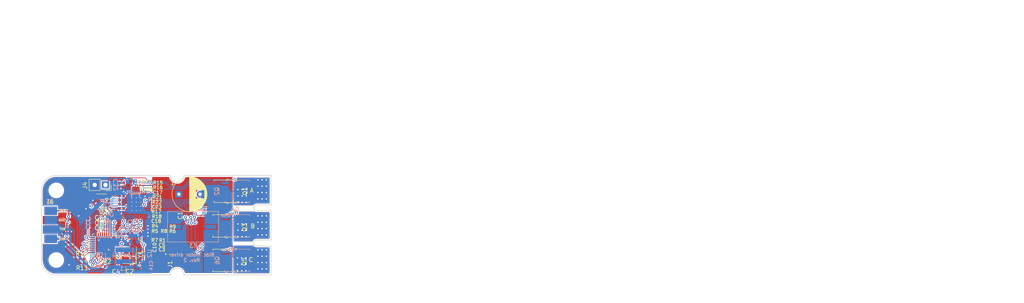
<source format=kicad_pcb>
(kicad_pcb (version 20171130) (host pcbnew 5.1.6)

  (general
    (thickness 1.6)
    (drawings 40)
    (tracks 824)
    (zones 0)
    (modules 59)
    (nets 56)
  )

  (page USLetter)
  (title_block
    (title "Project Title")
  )

  (layers
    (0 F.Cu signal)
    (31 B.Cu signal)
    (34 B.Paste user)
    (35 F.Paste user)
    (36 B.SilkS user)
    (37 F.SilkS user)
    (38 B.Mask user)
    (39 F.Mask user)
    (40 Dwgs.User user)
    (44 Edge.Cuts user)
    (45 Margin user)
    (46 B.CrtYd user)
    (47 F.CrtYd user)
    (48 B.Fab user)
    (49 F.Fab user)
  )

  (setup
    (last_trace_width 0.1524)
    (user_trace_width 0.1524)
    (user_trace_width 0.2)
    (user_trace_width 0.25)
    (user_trace_width 0.3)
    (user_trace_width 0.5)
    (user_trace_width 0.75)
    (user_trace_width 1.25)
    (trace_clearance 0.1524)
    (zone_clearance 0.254)
    (zone_45_only yes)
    (trace_min 0.1524)
    (via_size 0.6858)
    (via_drill 0.3302)
    (via_min_size 0.6858)
    (via_min_drill 0.3302)
    (user_via 0.6858 0.3302)
    (user_via 0.762 0.4064)
    (user_via 0.8636 0.508)
    (uvia_size 0.6858)
    (uvia_drill 0.3302)
    (uvias_allowed no)
    (uvia_min_size 0)
    (uvia_min_drill 0)
    (edge_width 0.1524)
    (segment_width 0.1524)
    (pcb_text_width 0.1524)
    (pcb_text_size 1.016 1.016)
    (mod_edge_width 0.1524)
    (mod_text_size 1.016 1.016)
    (mod_text_width 0.1524)
    (pad_size 1.524 1.524)
    (pad_drill 0.762)
    (pad_to_mask_clearance 0.0508)
    (solder_mask_min_width 0.1016)
    (pad_to_paste_clearance -0.0762)
    (aux_axis_origin 0 0)
    (visible_elements FFFFDF7D)
    (pcbplotparams
      (layerselection 0x310fc_ffffffff)
      (usegerberextensions true)
      (usegerberattributes false)
      (usegerberadvancedattributes false)
      (creategerberjobfile false)
      (excludeedgelayer true)
      (linewidth 0.100000)
      (plotframeref false)
      (viasonmask false)
      (mode 1)
      (useauxorigin false)
      (hpglpennumber 1)
      (hpglpenspeed 20)
      (hpglpendiameter 15.000000)
      (psnegative false)
      (psa4output false)
      (plotreference true)
      (plotvalue true)
      (plotinvisibletext false)
      (padsonsilk false)
      (subtractmaskfromsilk false)
      (outputformat 1)
      (mirror false)
      (drillshape 0)
      (scaleselection 1)
      (outputdirectory "bldc-drivr-gerbers"))
  )

  (net 0 "")
  (net 1 GND)
  (net 2 /VDRAIN)
  (net 3 /A_ADC)
  (net 4 /C_ADC)
  (net 5 /B_ADC)
  (net 6 "Net-(C32-Pad2)")
  (net 7 "Net-(C32-Pad1)")
  (net 8 "Net-(C45-Pad1)")
  (net 9 /C)
  (net 10 /A)
  (net 11 /B)
  (net 12 /GHA)
  (net 13 /GLA)
  (net 14 /GHB)
  (net 15 /GLB)
  (net 16 /GHC)
  (net 17 /GLC)
  (net 18 /SOA)
  (net 19 /SNA)
  (net 20 /SPA)
  (net 21 /DRV_EN)
  (net 22 /DRV_nFAULT)
  (net 23 /INHA)
  (net 24 /INLA)
  (net 25 /INHB)
  (net 26 /INLB)
  (net 27 /INHC)
  (net 28 /INLC)
  (net 29 /VSOURCE)
  (net 30 /XTAL_P)
  (net 31 /XTAL_M)
  (net 32 /MCU_3V3)
  (net 33 /MCU_RSTN)
  (net 34 "Net-(C10-Pad1)")
  (net 35 "Net-(C13-Pad1)")
  (net 36 "Net-(C33-Pad1)")
  (net 37 /SWDIO)
  (net 38 /SWCLK)
  (net 39 "Net-(J6-Pad4)")
  (net 40 "Net-(J6-Pad3)")
  (net 41 "Net-(L1-Pad1)")
  (net 42 "Net-(R2-Pad1)")
  (net 43 /DRV_CAL)
  (net 44 /MCU_DRV_nCS)
  (net 45 /MCU_IF_RX)
  (net 46 /MCU_IF_TX)
  (net 47 /MCU_DRV_MISO)
  (net 48 /MCU_DRV_MOSI)
  (net 49 /MCU_DRV_CLK)
  (net 50 "Net-(U2-Pad6)")
  (net 51 "Net-(U2-Pad5)")
  (net 52 "Net-(U3-Pad1)")
  (net 53 "Net-(U4-Pad22)")
  (net 54 "Net-(U4-Pad21)")
  (net 55 "Net-(U1-Pad15)")

  (net_class Default "This is the default net class."
    (clearance 0.1524)
    (trace_width 0.1524)
    (via_dia 0.6858)
    (via_drill 0.3302)
    (uvia_dia 0.6858)
    (uvia_drill 0.3302)
    (add_net /A)
    (add_net /A_ADC)
    (add_net /B)
    (add_net /B_ADC)
    (add_net /C)
    (add_net /C_ADC)
    (add_net /DRV_CAL)
    (add_net /DRV_EN)
    (add_net /DRV_nFAULT)
    (add_net /GHA)
    (add_net /GHB)
    (add_net /GHC)
    (add_net /GLA)
    (add_net /GLB)
    (add_net /GLC)
    (add_net /INHA)
    (add_net /INHB)
    (add_net /INHC)
    (add_net /INLA)
    (add_net /INLB)
    (add_net /INLC)
    (add_net /MCU_3V3)
    (add_net /MCU_DRV_CLK)
    (add_net /MCU_DRV_MISO)
    (add_net /MCU_DRV_MOSI)
    (add_net /MCU_DRV_nCS)
    (add_net /MCU_IF_RX)
    (add_net /MCU_IF_TX)
    (add_net /MCU_RSTN)
    (add_net /SNA)
    (add_net /SOA)
    (add_net /SPA)
    (add_net /SWCLK)
    (add_net /SWDIO)
    (add_net /VDRAIN)
    (add_net /VSOURCE)
    (add_net /XTAL_M)
    (add_net /XTAL_P)
    (add_net GND)
    (add_net "Net-(C10-Pad1)")
    (add_net "Net-(C13-Pad1)")
    (add_net "Net-(C32-Pad1)")
    (add_net "Net-(C32-Pad2)")
    (add_net "Net-(C33-Pad1)")
    (add_net "Net-(C45-Pad1)")
    (add_net "Net-(J6-Pad3)")
    (add_net "Net-(J6-Pad4)")
    (add_net "Net-(L1-Pad1)")
    (add_net "Net-(R2-Pad1)")
    (add_net "Net-(U1-Pad15)")
    (add_net "Net-(U2-Pad5)")
    (add_net "Net-(U2-Pad6)")
    (add_net "Net-(U3-Pad1)")
    (add_net "Net-(U4-Pad21)")
    (add_net "Net-(U4-Pad22)")
  )

  (module bldc-parts:Battery_Connector (layer F.Cu) (tedit 5F1C2DC6) (tstamp 5F0840FC)
    (at 53.3 120.9)
    (path /5DCAD005)
    (fp_text reference J1 (at 2 0 90) (layer F.SilkS)
      (effects (font (size 1 1) (thickness 0.15)))
    )
    (fp_text value Conn_01x02 (at 0 -0.5) (layer F.Fab)
      (effects (font (size 1 1) (thickness 0.15)))
    )
    (fp_line (start 0.8 -2.4) (end 1.2 -2.4) (layer F.SilkS) (width 0.12))
    (fp_line (start 1 -2.6) (end 1 -2.2) (layer F.SilkS) (width 0.12))
    (pad 1 smd rect (at 0 0) (size 2.5 4) (layers F.Cu F.Mask)
      (net 2 /VDRAIN))
    (pad 2 smd rect (at 0 0) (size 2.5 4) (layers B.Cu B.Mask)
      (net 1 GND))
  )

  (module Capacitor_THT:CP_Radial_D8.0mm_P5.00mm (layer F.Cu) (tedit 5AE50EF0) (tstamp 5F0BA08C)
    (at 57.4 104.4)
    (descr "CP, Radial series, Radial, pin pitch=5.00mm, , diameter=8mm, Electrolytic Capacitor")
    (tags "CP Radial series Radial pin pitch 5.00mm  diameter 8mm Electrolytic Capacitor")
    (path /5DCA154B)
    (fp_text reference C1 (at 0.3 5 90) (layer F.SilkS)
      (effects (font (size 1 1) (thickness 0.15)))
    )
    (fp_text value "470 uF 63V" (at 2.5 5.25) (layer F.Fab)
      (effects (font (size 1 1) (thickness 0.15)))
    )
    (fp_line (start -1.509698 -2.715) (end -1.509698 -1.915) (layer F.SilkS) (width 0.12))
    (fp_line (start -1.909698 -2.315) (end -1.109698 -2.315) (layer F.SilkS) (width 0.12))
    (fp_line (start 6.581 -0.533) (end 6.581 0.533) (layer F.SilkS) (width 0.12))
    (fp_line (start 6.541 -0.768) (end 6.541 0.768) (layer F.SilkS) (width 0.12))
    (fp_line (start 6.501 -0.948) (end 6.501 0.948) (layer F.SilkS) (width 0.12))
    (fp_line (start 6.461 -1.098) (end 6.461 1.098) (layer F.SilkS) (width 0.12))
    (fp_line (start 6.421 -1.229) (end 6.421 1.229) (layer F.SilkS) (width 0.12))
    (fp_line (start 6.381 -1.346) (end 6.381 1.346) (layer F.SilkS) (width 0.12))
    (fp_line (start 6.341 -1.453) (end 6.341 1.453) (layer F.SilkS) (width 0.12))
    (fp_line (start 6.301 -1.552) (end 6.301 1.552) (layer F.SilkS) (width 0.12))
    (fp_line (start 6.261 -1.645) (end 6.261 1.645) (layer F.SilkS) (width 0.12))
    (fp_line (start 6.221 -1.731) (end 6.221 1.731) (layer F.SilkS) (width 0.12))
    (fp_line (start 6.181 -1.813) (end 6.181 1.813) (layer F.SilkS) (width 0.12))
    (fp_line (start 6.141 -1.89) (end 6.141 1.89) (layer F.SilkS) (width 0.12))
    (fp_line (start 6.101 -1.964) (end 6.101 1.964) (layer F.SilkS) (width 0.12))
    (fp_line (start 6.061 -2.034) (end 6.061 2.034) (layer F.SilkS) (width 0.12))
    (fp_line (start 6.021 1.04) (end 6.021 2.102) (layer F.SilkS) (width 0.12))
    (fp_line (start 6.021 -2.102) (end 6.021 -1.04) (layer F.SilkS) (width 0.12))
    (fp_line (start 5.981 1.04) (end 5.981 2.166) (layer F.SilkS) (width 0.12))
    (fp_line (start 5.981 -2.166) (end 5.981 -1.04) (layer F.SilkS) (width 0.12))
    (fp_line (start 5.941 1.04) (end 5.941 2.228) (layer F.SilkS) (width 0.12))
    (fp_line (start 5.941 -2.228) (end 5.941 -1.04) (layer F.SilkS) (width 0.12))
    (fp_line (start 5.901 1.04) (end 5.901 2.287) (layer F.SilkS) (width 0.12))
    (fp_line (start 5.901 -2.287) (end 5.901 -1.04) (layer F.SilkS) (width 0.12))
    (fp_line (start 5.861 1.04) (end 5.861 2.345) (layer F.SilkS) (width 0.12))
    (fp_line (start 5.861 -2.345) (end 5.861 -1.04) (layer F.SilkS) (width 0.12))
    (fp_line (start 5.821 1.04) (end 5.821 2.4) (layer F.SilkS) (width 0.12))
    (fp_line (start 5.821 -2.4) (end 5.821 -1.04) (layer F.SilkS) (width 0.12))
    (fp_line (start 5.781 1.04) (end 5.781 2.454) (layer F.SilkS) (width 0.12))
    (fp_line (start 5.781 -2.454) (end 5.781 -1.04) (layer F.SilkS) (width 0.12))
    (fp_line (start 5.741 1.04) (end 5.741 2.505) (layer F.SilkS) (width 0.12))
    (fp_line (start 5.741 -2.505) (end 5.741 -1.04) (layer F.SilkS) (width 0.12))
    (fp_line (start 5.701 1.04) (end 5.701 2.556) (layer F.SilkS) (width 0.12))
    (fp_line (start 5.701 -2.556) (end 5.701 -1.04) (layer F.SilkS) (width 0.12))
    (fp_line (start 5.661 1.04) (end 5.661 2.604) (layer F.SilkS) (width 0.12))
    (fp_line (start 5.661 -2.604) (end 5.661 -1.04) (layer F.SilkS) (width 0.12))
    (fp_line (start 5.621 1.04) (end 5.621 2.651) (layer F.SilkS) (width 0.12))
    (fp_line (start 5.621 -2.651) (end 5.621 -1.04) (layer F.SilkS) (width 0.12))
    (fp_line (start 5.581 1.04) (end 5.581 2.697) (layer F.SilkS) (width 0.12))
    (fp_line (start 5.581 -2.697) (end 5.581 -1.04) (layer F.SilkS) (width 0.12))
    (fp_line (start 5.541 1.04) (end 5.541 2.741) (layer F.SilkS) (width 0.12))
    (fp_line (start 5.541 -2.741) (end 5.541 -1.04) (layer F.SilkS) (width 0.12))
    (fp_line (start 5.501 1.04) (end 5.501 2.784) (layer F.SilkS) (width 0.12))
    (fp_line (start 5.501 -2.784) (end 5.501 -1.04) (layer F.SilkS) (width 0.12))
    (fp_line (start 5.461 1.04) (end 5.461 2.826) (layer F.SilkS) (width 0.12))
    (fp_line (start 5.461 -2.826) (end 5.461 -1.04) (layer F.SilkS) (width 0.12))
    (fp_line (start 5.421 1.04) (end 5.421 2.867) (layer F.SilkS) (width 0.12))
    (fp_line (start 5.421 -2.867) (end 5.421 -1.04) (layer F.SilkS) (width 0.12))
    (fp_line (start 5.381 1.04) (end 5.381 2.907) (layer F.SilkS) (width 0.12))
    (fp_line (start 5.381 -2.907) (end 5.381 -1.04) (layer F.SilkS) (width 0.12))
    (fp_line (start 5.341 1.04) (end 5.341 2.945) (layer F.SilkS) (width 0.12))
    (fp_line (start 5.341 -2.945) (end 5.341 -1.04) (layer F.SilkS) (width 0.12))
    (fp_line (start 5.301 1.04) (end 5.301 2.983) (layer F.SilkS) (width 0.12))
    (fp_line (start 5.301 -2.983) (end 5.301 -1.04) (layer F.SilkS) (width 0.12))
    (fp_line (start 5.261 1.04) (end 5.261 3.019) (layer F.SilkS) (width 0.12))
    (fp_line (start 5.261 -3.019) (end 5.261 -1.04) (layer F.SilkS) (width 0.12))
    (fp_line (start 5.221 1.04) (end 5.221 3.055) (layer F.SilkS) (width 0.12))
    (fp_line (start 5.221 -3.055) (end 5.221 -1.04) (layer F.SilkS) (width 0.12))
    (fp_line (start 5.181 1.04) (end 5.181 3.09) (layer F.SilkS) (width 0.12))
    (fp_line (start 5.181 -3.09) (end 5.181 -1.04) (layer F.SilkS) (width 0.12))
    (fp_line (start 5.141 1.04) (end 5.141 3.124) (layer F.SilkS) (width 0.12))
    (fp_line (start 5.141 -3.124) (end 5.141 -1.04) (layer F.SilkS) (width 0.12))
    (fp_line (start 5.101 1.04) (end 5.101 3.156) (layer F.SilkS) (width 0.12))
    (fp_line (start 5.101 -3.156) (end 5.101 -1.04) (layer F.SilkS) (width 0.12))
    (fp_line (start 5.061 1.04) (end 5.061 3.189) (layer F.SilkS) (width 0.12))
    (fp_line (start 5.061 -3.189) (end 5.061 -1.04) (layer F.SilkS) (width 0.12))
    (fp_line (start 5.021 1.04) (end 5.021 3.22) (layer F.SilkS) (width 0.12))
    (fp_line (start 5.021 -3.22) (end 5.021 -1.04) (layer F.SilkS) (width 0.12))
    (fp_line (start 4.981 1.04) (end 4.981 3.25) (layer F.SilkS) (width 0.12))
    (fp_line (start 4.981 -3.25) (end 4.981 -1.04) (layer F.SilkS) (width 0.12))
    (fp_line (start 4.941 1.04) (end 4.941 3.28) (layer F.SilkS) (width 0.12))
    (fp_line (start 4.941 -3.28) (end 4.941 -1.04) (layer F.SilkS) (width 0.12))
    (fp_line (start 4.901 1.04) (end 4.901 3.309) (layer F.SilkS) (width 0.12))
    (fp_line (start 4.901 -3.309) (end 4.901 -1.04) (layer F.SilkS) (width 0.12))
    (fp_line (start 4.861 1.04) (end 4.861 3.338) (layer F.SilkS) (width 0.12))
    (fp_line (start 4.861 -3.338) (end 4.861 -1.04) (layer F.SilkS) (width 0.12))
    (fp_line (start 4.821 1.04) (end 4.821 3.365) (layer F.SilkS) (width 0.12))
    (fp_line (start 4.821 -3.365) (end 4.821 -1.04) (layer F.SilkS) (width 0.12))
    (fp_line (start 4.781 1.04) (end 4.781 3.392) (layer F.SilkS) (width 0.12))
    (fp_line (start 4.781 -3.392) (end 4.781 -1.04) (layer F.SilkS) (width 0.12))
    (fp_line (start 4.741 1.04) (end 4.741 3.418) (layer F.SilkS) (width 0.12))
    (fp_line (start 4.741 -3.418) (end 4.741 -1.04) (layer F.SilkS) (width 0.12))
    (fp_line (start 4.701 1.04) (end 4.701 3.444) (layer F.SilkS) (width 0.12))
    (fp_line (start 4.701 -3.444) (end 4.701 -1.04) (layer F.SilkS) (width 0.12))
    (fp_line (start 4.661 1.04) (end 4.661 3.469) (layer F.SilkS) (width 0.12))
    (fp_line (start 4.661 -3.469) (end 4.661 -1.04) (layer F.SilkS) (width 0.12))
    (fp_line (start 4.621 1.04) (end 4.621 3.493) (layer F.SilkS) (width 0.12))
    (fp_line (start 4.621 -3.493) (end 4.621 -1.04) (layer F.SilkS) (width 0.12))
    (fp_line (start 4.581 1.04) (end 4.581 3.517) (layer F.SilkS) (width 0.12))
    (fp_line (start 4.581 -3.517) (end 4.581 -1.04) (layer F.SilkS) (width 0.12))
    (fp_line (start 4.541 1.04) (end 4.541 3.54) (layer F.SilkS) (width 0.12))
    (fp_line (start 4.541 -3.54) (end 4.541 -1.04) (layer F.SilkS) (width 0.12))
    (fp_line (start 4.501 1.04) (end 4.501 3.562) (layer F.SilkS) (width 0.12))
    (fp_line (start 4.501 -3.562) (end 4.501 -1.04) (layer F.SilkS) (width 0.12))
    (fp_line (start 4.461 1.04) (end 4.461 3.584) (layer F.SilkS) (width 0.12))
    (fp_line (start 4.461 -3.584) (end 4.461 -1.04) (layer F.SilkS) (width 0.12))
    (fp_line (start 4.421 1.04) (end 4.421 3.606) (layer F.SilkS) (width 0.12))
    (fp_line (start 4.421 -3.606) (end 4.421 -1.04) (layer F.SilkS) (width 0.12))
    (fp_line (start 4.381 1.04) (end 4.381 3.627) (layer F.SilkS) (width 0.12))
    (fp_line (start 4.381 -3.627) (end 4.381 -1.04) (layer F.SilkS) (width 0.12))
    (fp_line (start 4.341 1.04) (end 4.341 3.647) (layer F.SilkS) (width 0.12))
    (fp_line (start 4.341 -3.647) (end 4.341 -1.04) (layer F.SilkS) (width 0.12))
    (fp_line (start 4.301 1.04) (end 4.301 3.666) (layer F.SilkS) (width 0.12))
    (fp_line (start 4.301 -3.666) (end 4.301 -1.04) (layer F.SilkS) (width 0.12))
    (fp_line (start 4.261 1.04) (end 4.261 3.686) (layer F.SilkS) (width 0.12))
    (fp_line (start 4.261 -3.686) (end 4.261 -1.04) (layer F.SilkS) (width 0.12))
    (fp_line (start 4.221 1.04) (end 4.221 3.704) (layer F.SilkS) (width 0.12))
    (fp_line (start 4.221 -3.704) (end 4.221 -1.04) (layer F.SilkS) (width 0.12))
    (fp_line (start 4.181 1.04) (end 4.181 3.722) (layer F.SilkS) (width 0.12))
    (fp_line (start 4.181 -3.722) (end 4.181 -1.04) (layer F.SilkS) (width 0.12))
    (fp_line (start 4.141 1.04) (end 4.141 3.74) (layer F.SilkS) (width 0.12))
    (fp_line (start 4.141 -3.74) (end 4.141 -1.04) (layer F.SilkS) (width 0.12))
    (fp_line (start 4.101 1.04) (end 4.101 3.757) (layer F.SilkS) (width 0.12))
    (fp_line (start 4.101 -3.757) (end 4.101 -1.04) (layer F.SilkS) (width 0.12))
    (fp_line (start 4.061 1.04) (end 4.061 3.774) (layer F.SilkS) (width 0.12))
    (fp_line (start 4.061 -3.774) (end 4.061 -1.04) (layer F.SilkS) (width 0.12))
    (fp_line (start 4.021 1.04) (end 4.021 3.79) (layer F.SilkS) (width 0.12))
    (fp_line (start 4.021 -3.79) (end 4.021 -1.04) (layer F.SilkS) (width 0.12))
    (fp_line (start 3.981 1.04) (end 3.981 3.805) (layer F.SilkS) (width 0.12))
    (fp_line (start 3.981 -3.805) (end 3.981 -1.04) (layer F.SilkS) (width 0.12))
    (fp_line (start 3.941 -3.821) (end 3.941 3.821) (layer F.SilkS) (width 0.12))
    (fp_line (start 3.901 -3.835) (end 3.901 3.835) (layer F.SilkS) (width 0.12))
    (fp_line (start 3.861 -3.85) (end 3.861 3.85) (layer F.SilkS) (width 0.12))
    (fp_line (start 3.821 -3.863) (end 3.821 3.863) (layer F.SilkS) (width 0.12))
    (fp_line (start 3.781 -3.877) (end 3.781 3.877) (layer F.SilkS) (width 0.12))
    (fp_line (start 3.741 -3.889) (end 3.741 3.889) (layer F.SilkS) (width 0.12))
    (fp_line (start 3.701 -3.902) (end 3.701 3.902) (layer F.SilkS) (width 0.12))
    (fp_line (start 3.661 -3.914) (end 3.661 3.914) (layer F.SilkS) (width 0.12))
    (fp_line (start 3.621 -3.925) (end 3.621 3.925) (layer F.SilkS) (width 0.12))
    (fp_line (start 3.581 -3.936) (end 3.581 3.936) (layer F.SilkS) (width 0.12))
    (fp_line (start 3.541 -3.947) (end 3.541 3.947) (layer F.SilkS) (width 0.12))
    (fp_line (start 3.501 -3.957) (end 3.501 3.957) (layer F.SilkS) (width 0.12))
    (fp_line (start 3.461 -3.967) (end 3.461 3.967) (layer F.SilkS) (width 0.12))
    (fp_line (start 3.421 -3.976) (end 3.421 3.976) (layer F.SilkS) (width 0.12))
    (fp_line (start 3.381 -3.985) (end 3.381 3.985) (layer F.SilkS) (width 0.12))
    (fp_line (start 3.341 -3.994) (end 3.341 3.994) (layer F.SilkS) (width 0.12))
    (fp_line (start 3.301 -4.002) (end 3.301 4.002) (layer F.SilkS) (width 0.12))
    (fp_line (start 3.261 -4.01) (end 3.261 4.01) (layer F.SilkS) (width 0.12))
    (fp_line (start 3.221 -4.017) (end 3.221 4.017) (layer F.SilkS) (width 0.12))
    (fp_line (start 3.18 -4.024) (end 3.18 4.024) (layer F.SilkS) (width 0.12))
    (fp_line (start 3.14 -4.03) (end 3.14 4.03) (layer F.SilkS) (width 0.12))
    (fp_line (start 3.1 -4.037) (end 3.1 4.037) (layer F.SilkS) (width 0.12))
    (fp_line (start 3.06 -4.042) (end 3.06 4.042) (layer F.SilkS) (width 0.12))
    (fp_line (start 3.02 -4.048) (end 3.02 4.048) (layer F.SilkS) (width 0.12))
    (fp_line (start 2.98 -4.052) (end 2.98 4.052) (layer F.SilkS) (width 0.12))
    (fp_line (start 2.94 -4.057) (end 2.94 4.057) (layer F.SilkS) (width 0.12))
    (fp_line (start 2.9 -4.061) (end 2.9 4.061) (layer F.SilkS) (width 0.12))
    (fp_line (start 2.86 -4.065) (end 2.86 4.065) (layer F.SilkS) (width 0.12))
    (fp_line (start 2.82 -4.068) (end 2.82 4.068) (layer F.SilkS) (width 0.12))
    (fp_line (start 2.78 -4.071) (end 2.78 4.071) (layer F.SilkS) (width 0.12))
    (fp_line (start 2.74 -4.074) (end 2.74 4.074) (layer F.SilkS) (width 0.12))
    (fp_line (start 2.7 -4.076) (end 2.7 4.076) (layer F.SilkS) (width 0.12))
    (fp_line (start 2.66 -4.077) (end 2.66 4.077) (layer F.SilkS) (width 0.12))
    (fp_line (start 2.62 -4.079) (end 2.62 4.079) (layer F.SilkS) (width 0.12))
    (fp_line (start 2.58 -4.08) (end 2.58 4.08) (layer F.SilkS) (width 0.12))
    (fp_line (start 2.54 -4.08) (end 2.54 4.08) (layer F.SilkS) (width 0.12))
    (fp_line (start 2.5 -4.08) (end 2.5 4.08) (layer F.SilkS) (width 0.12))
    (fp_line (start -0.526759 -2.1475) (end -0.526759 -1.3475) (layer F.Fab) (width 0.1))
    (fp_line (start -0.926759 -1.7475) (end -0.126759 -1.7475) (layer F.Fab) (width 0.1))
    (fp_circle (center 2.5 0) (end 6.75 0) (layer F.CrtYd) (width 0.05))
    (fp_circle (center 2.5 0) (end 6.62 0) (layer F.SilkS) (width 0.12))
    (fp_circle (center 2.5 0) (end 6.5 0) (layer F.Fab) (width 0.1))
    (fp_text user %R (at 2.5 0) (layer F.Fab)
      (effects (font (size 1 1) (thickness 0.15)))
    )
    (pad 2 thru_hole circle (at 5 0) (size 1.6 1.6) (drill 0.8) (layers *.Cu *.Mask)
      (net 29 /VSOURCE))
    (pad 1 thru_hole rect (at 0 0) (size 1.6 1.6) (drill 0.8) (layers *.Cu *.Mask)
      (net 2 /VDRAIN))
    (model ${KISYS3DMOD}/Capacitor_THT.3dshapes/CP_Radial_D8.0mm_P5.00mm.wrl
      (at (xyz 0 0 0))
      (scale (xyz 1 1 1))
      (rotate (xyz 0 0 0))
    )
  )

  (module bldc-parts:Conn_01x04_2mm_3mm_2.2mmPitch (layer F.Cu) (tedit 5F0A21FE) (tstamp 5F084167)
    (at 27.2 111.6)
    (path /600F47F8)
    (fp_text reference J6 (at -0.14 -5.47) (layer F.SilkS)
      (effects (font (size 1 1) (thickness 0.15)))
    )
    (fp_text value Conn_01x04 (at 0 -0.5) (layer F.Fab)
      (effects (font (size 1 1) (thickness 0.15)))
    )
    (pad 3 smd rect (at 0 1.1) (size 3 2) (layers F.Cu F.Mask)
      (net 40 "Net-(J6-Pad3)"))
    (pad 4 smd rect (at 0 3.3) (size 3 2) (layers F.Cu F.Mask)
      (net 39 "Net-(J6-Pad4)"))
    (pad 2 smd rect (at 0 -1.1 180) (size 3 2) (layers F.Cu F.Mask)
      (net 1 GND))
    (pad 1 smd rect (at 0 -3.3 180) (size 3 2) (layers F.Cu F.Mask)
      (net 32 /MCU_3V3))
  )

  (module Resistor_SMD:R_0402_1005Metric (layer F.Cu) (tedit 5B301BBD) (tstamp 5F0ABC6D)
    (at 34.6 120.6 180)
    (descr "Resistor SMD 0402 (1005 Metric), square (rectangular) end terminal, IPC_7351 nominal, (Body size source: http://www.tortai-tech.com/upload/download/2011102023233369053.pdf), generated with kicad-footprint-generator")
    (tags resistor)
    (path /607B0DAC)
    (attr smd)
    (fp_text reference R11 (at 0 -1.17) (layer F.SilkS)
      (effects (font (size 1 1) (thickness 0.15)))
    )
    (fp_text value 100R (at 0 1.17) (layer F.Fab)
      (effects (font (size 1 1) (thickness 0.15)))
    )
    (fp_line (start 0.93 0.47) (end -0.93 0.47) (layer F.CrtYd) (width 0.05))
    (fp_line (start 0.93 -0.47) (end 0.93 0.47) (layer F.CrtYd) (width 0.05))
    (fp_line (start -0.93 -0.47) (end 0.93 -0.47) (layer F.CrtYd) (width 0.05))
    (fp_line (start -0.93 0.47) (end -0.93 -0.47) (layer F.CrtYd) (width 0.05))
    (fp_line (start 0.5 0.25) (end -0.5 0.25) (layer F.Fab) (width 0.1))
    (fp_line (start 0.5 -0.25) (end 0.5 0.25) (layer F.Fab) (width 0.1))
    (fp_line (start -0.5 -0.25) (end 0.5 -0.25) (layer F.Fab) (width 0.1))
    (fp_line (start -0.5 0.25) (end -0.5 -0.25) (layer F.Fab) (width 0.1))
    (fp_text user %R (at 0 0) (layer F.Fab)
      (effects (font (size 0.25 0.25) (thickness 0.04)))
    )
    (pad 2 smd roundrect (at 0.485 0 180) (size 0.59 0.64) (layers F.Cu F.Paste F.Mask) (roundrect_rratio 0.25)
      (net 39 "Net-(J6-Pad4)"))
    (pad 1 smd roundrect (at -0.485 0 180) (size 0.59 0.64) (layers F.Cu F.Paste F.Mask) (roundrect_rratio 0.25)
      (net 45 /MCU_IF_RX))
    (model ${KISYS3DMOD}/Resistor_SMD.3dshapes/R_0402_1005Metric.wrl
      (at (xyz 0 0 0))
      (scale (xyz 1 1 1))
      (rotate (xyz 0 0 0))
    )
  )

  (module Resistor_SMD:R_0402_1005Metric (layer F.Cu) (tedit 5B301BBD) (tstamp 5F0ABC5E)
    (at 34.6 119.6 180)
    (descr "Resistor SMD 0402 (1005 Metric), square (rectangular) end terminal, IPC_7351 nominal, (Body size source: http://www.tortai-tech.com/upload/download/2011102023233369053.pdf), generated with kicad-footprint-generator")
    (tags resistor)
    (path /607B083B)
    (attr smd)
    (fp_text reference R10 (at 0.1 1.2) (layer F.SilkS)
      (effects (font (size 1 1) (thickness 0.15)))
    )
    (fp_text value 100R (at 0 1.17) (layer F.Fab)
      (effects (font (size 1 1) (thickness 0.15)))
    )
    (fp_line (start 0.93 0.47) (end -0.93 0.47) (layer F.CrtYd) (width 0.05))
    (fp_line (start 0.93 -0.47) (end 0.93 0.47) (layer F.CrtYd) (width 0.05))
    (fp_line (start -0.93 -0.47) (end 0.93 -0.47) (layer F.CrtYd) (width 0.05))
    (fp_line (start -0.93 0.47) (end -0.93 -0.47) (layer F.CrtYd) (width 0.05))
    (fp_line (start 0.5 0.25) (end -0.5 0.25) (layer F.Fab) (width 0.1))
    (fp_line (start 0.5 -0.25) (end 0.5 0.25) (layer F.Fab) (width 0.1))
    (fp_line (start -0.5 -0.25) (end 0.5 -0.25) (layer F.Fab) (width 0.1))
    (fp_line (start -0.5 0.25) (end -0.5 -0.25) (layer F.Fab) (width 0.1))
    (fp_text user %R (at 0 0) (layer F.Fab)
      (effects (font (size 0.25 0.25) (thickness 0.04)))
    )
    (pad 2 smd roundrect (at 0.485 0 180) (size 0.59 0.64) (layers F.Cu F.Paste F.Mask) (roundrect_rratio 0.25)
      (net 40 "Net-(J6-Pad3)"))
    (pad 1 smd roundrect (at -0.485 0 180) (size 0.59 0.64) (layers F.Cu F.Paste F.Mask) (roundrect_rratio 0.25)
      (net 46 /MCU_IF_TX))
    (model ${KISYS3DMOD}/Resistor_SMD.3dshapes/R_0402_1005Metric.wrl
      (at (xyz 0 0 0))
      (scale (xyz 1 1 1))
      (rotate (xyz 0 0 0))
    )
  )

  (module bldc-parts:Conn_01x04_2mm_3mm_2.2mmPitch (layer B.Cu) (tedit 5F0A21FE) (tstamp 5F0A3A0B)
    (at 27.2 111.6)
    (path /5F56CCFD)
    (fp_text reference J3 (at -0.18 -5.46) (layer B.SilkS)
      (effects (font (size 1 1) (thickness 0.15)) (justify mirror))
    )
    (fp_text value Conn_02x02_Counter_Clockwise (at 0 0.5) (layer B.Fab)
      (effects (font (size 1 1) (thickness 0.15)) (justify mirror))
    )
    (pad 3 smd rect (at 0 -1.1) (size 3 2) (layers B.Cu B.Mask)
      (net 38 /SWCLK))
    (pad 4 smd rect (at 0 -3.3) (size 3 2) (layers B.Cu B.Mask)
      (net 37 /SWDIO))
    (pad 2 smd rect (at 0 1.1 180) (size 3 2) (layers B.Cu B.Mask)
      (net 1 GND))
    (pad 1 smd rect (at 0 3.3 180) (size 3 2) (layers B.Cu B.Mask)
      (net 33 /MCU_RSTN))
  )

  (module bldc-parts:Motor_Connector (layer F.Cu) (tedit 5F0A0813) (tstamp 5F084103)
    (at 77.25 111.75 180)
    (path /5E066743)
    (fp_text reference J2 (at 0 0.5) (layer F.SilkS) hide
      (effects (font (size 1 1) (thickness 0.15)))
    )
    (fp_text value Conn_01x03 (at 0 -0.5) (layer F.Fab)
      (effects (font (size 1 1) (thickness 0.15)))
    )
    (fp_text user Motor_Connector (at 3.6 0 90) (layer F.Fab)
      (effects (font (size 1 1) (thickness 0.15)))
    )
    (fp_text user REF** (at 0 0.5 180) (layer B.SilkS) hide
      (effects (font (size 1 1) (thickness 0.15)) (justify mirror))
    )
    (pad 2 smd rect (at 0 0) (size 3 5.4) (layers B.Cu B.Paste B.Mask)
      (net 11 /B))
    (pad 1 smd rect (at 0 8.2) (size 3 5.4) (layers B.Cu B.Paste B.Mask)
      (net 10 /A))
    (pad 3 smd rect (at 0 -8.2) (size 3 5.4) (layers B.Cu B.Paste B.Mask)
      (net 9 /C))
    (pad 3 smd rect (at 0 -8.2 180) (size 3 5.4) (layers F.Cu F.Paste F.Mask)
      (net 9 /C))
    (pad 1 smd rect (at 0 8.2 180) (size 3 5.4) (layers F.Cu F.Paste F.Mask)
      (net 10 /A))
    (pad 2 smd rect (at 0 0 180) (size 3 5.4) (layers F.Cu F.Paste F.Mask)
      (net 11 /B))
  )

  (module Resistor_SMD:R_0402_1005Metric (layer F.Cu) (tedit 5B301BBD) (tstamp 5F0A0BA9)
    (at 47.9 110.75 180)
    (descr "Resistor SMD 0402 (1005 Metric), square (rectangular) end terminal, IPC_7351 nominal, (Body size source: http://www.tortai-tech.com/upload/download/2011102023233369053.pdf), generated with kicad-footprint-generator")
    (tags resistor)
    (path /60648822)
    (attr smd)
    (fp_text reference R9 (at -8.025 -1.3) (layer F.SilkS)
      (effects (font (size 0.8 0.8) (thickness 0.15)))
    )
    (fp_text value 47kR (at 0 1.17) (layer F.Fab)
      (effects (font (size 1 1) (thickness 0.15)))
    )
    (fp_line (start 0.93 0.47) (end -0.93 0.47) (layer F.CrtYd) (width 0.05))
    (fp_line (start 0.93 -0.47) (end 0.93 0.47) (layer F.CrtYd) (width 0.05))
    (fp_line (start -0.93 -0.47) (end 0.93 -0.47) (layer F.CrtYd) (width 0.05))
    (fp_line (start -0.93 0.47) (end -0.93 -0.47) (layer F.CrtYd) (width 0.05))
    (fp_line (start 0.5 0.25) (end -0.5 0.25) (layer F.Fab) (width 0.1))
    (fp_line (start 0.5 -0.25) (end 0.5 0.25) (layer F.Fab) (width 0.1))
    (fp_line (start -0.5 -0.25) (end 0.5 -0.25) (layer F.Fab) (width 0.1))
    (fp_line (start -0.5 0.25) (end -0.5 -0.25) (layer F.Fab) (width 0.1))
    (fp_text user %R (at 0 0) (layer F.Fab)
      (effects (font (size 0.25 0.25) (thickness 0.04)))
    )
    (pad 2 smd roundrect (at 0.485 0 180) (size 0.59 0.64) (layers F.Cu F.Paste F.Mask) (roundrect_rratio 0.25)
      (net 47 /MCU_DRV_MISO))
    (pad 1 smd roundrect (at -0.485 0 180) (size 0.59 0.64) (layers F.Cu F.Paste F.Mask) (roundrect_rratio 0.25)
      (net 32 /MCU_3V3))
    (model ${KISYS3DMOD}/Resistor_SMD.3dshapes/R_0402_1005Metric.wrl
      (at (xyz 0 0 0))
      (scale (xyz 1 1 1))
      (rotate (xyz 0 0 0))
    )
  )

  (module Package_DFN_QFN:Texas_S-PVQFN-N40_EP3.52x2.62mm_ThermalVias (layer B.Cu) (tedit 5E11FE4E) (tstamp 5F0870DA)
    (at 47.35 106.75 270)
    (descr "QFN, 40 Pin (http://www.ti.com/lit/ds/symlink/drv8308.pdf#page=56 JEDEC MO-220 variation VJJD-2), generated with kicad-footprint-generator ipc_noLead_generator.py")
    (tags "QFN NoLead")
    (path /5FEC34C6)
    (attr smd)
    (fp_text reference U4 (at -0.05 -4.54 90) (layer B.SilkS)
      (effects (font (size 1 1) (thickness 0.15)) (justify mirror))
    )
    (fp_text value DRV8304S (at 0 -4.32 90) (layer B.Fab)
      (effects (font (size 1 1) (thickness 0.15)) (justify mirror))
    )
    (fp_line (start 3.62 3.62) (end -3.62 3.62) (layer B.CrtYd) (width 0.05))
    (fp_line (start 3.62 -3.62) (end 3.62 3.62) (layer B.CrtYd) (width 0.05))
    (fp_line (start -3.62 -3.62) (end 3.62 -3.62) (layer B.CrtYd) (width 0.05))
    (fp_line (start -3.62 3.62) (end -3.62 -3.62) (layer B.CrtYd) (width 0.05))
    (fp_line (start -3 2) (end -2 3) (layer B.Fab) (width 0.1))
    (fp_line (start -3 -3) (end -3 2) (layer B.Fab) (width 0.1))
    (fp_line (start 3 -3) (end -3 -3) (layer B.Fab) (width 0.1))
    (fp_line (start 3 3) (end 3 -3) (layer B.Fab) (width 0.1))
    (fp_line (start -2 3) (end 3 3) (layer B.Fab) (width 0.1))
    (fp_line (start -2.635 3.11) (end -3.11 3.11) (layer B.SilkS) (width 0.12))
    (fp_line (start 3.11 -3.11) (end 3.11 -2.635) (layer B.SilkS) (width 0.12))
    (fp_line (start 2.635 -3.11) (end 3.11 -3.11) (layer B.SilkS) (width 0.12))
    (fp_line (start -3.11 -3.11) (end -3.11 -2.635) (layer B.SilkS) (width 0.12))
    (fp_line (start -2.635 -3.11) (end -3.11 -3.11) (layer B.SilkS) (width 0.12))
    (fp_line (start 3.11 3.11) (end 3.11 2.635) (layer B.SilkS) (width 0.12))
    (fp_line (start 2.635 3.11) (end 3.11 3.11) (layer B.SilkS) (width 0.12))
    (fp_text user %R (at 0 0 90) (layer B.Fab)
      (effects (font (size 1 1) (thickness 0.15)) (justify mirror))
    )
    (pad "" smd roundrect (at 1.17 -0.655 270) (size 0.98 1.1) (layers B.Paste) (roundrect_rratio 0.25))
    (pad "" smd roundrect (at 1.17 0.655 270) (size 0.98 1.1) (layers B.Paste) (roundrect_rratio 0.25))
    (pad "" smd roundrect (at 0 -0.655 270) (size 0.98 1.1) (layers B.Paste) (roundrect_rratio 0.25))
    (pad "" smd roundrect (at 0 0.655 270) (size 0.98 1.1) (layers B.Paste) (roundrect_rratio 0.25))
    (pad "" smd roundrect (at -1.17 -0.655 270) (size 0.98 1.1) (layers B.Paste) (roundrect_rratio 0.25))
    (pad "" smd roundrect (at -1.17 0.655 270) (size 0.98 1.1) (layers B.Paste) (roundrect_rratio 0.25))
    (pad 41 smd rect (at 0 0 270) (size 3.52 2.62) (layers F.Cu)
      (net 1 GND))
    (pad 41 thru_hole circle (at 1.51 -1.06 270) (size 0.5 0.5) (drill 0.2) (layers *.Cu)
      (net 1 GND))
    (pad 41 thru_hole circle (at 0.503333 -1.06 270) (size 0.5 0.5) (drill 0.2) (layers *.Cu)
      (net 1 GND))
    (pad 41 thru_hole circle (at -0.503333 -1.06 270) (size 0.5 0.5) (drill 0.2) (layers *.Cu)
      (net 1 GND))
    (pad 41 thru_hole circle (at -1.51 -1.06 270) (size 0.5 0.5) (drill 0.2) (layers *.Cu)
      (net 1 GND))
    (pad 41 thru_hole circle (at 1.51 0 270) (size 0.5 0.5) (drill 0.2) (layers *.Cu)
      (net 1 GND))
    (pad 41 thru_hole circle (at 0.503333 0 270) (size 0.5 0.5) (drill 0.2) (layers *.Cu)
      (net 1 GND))
    (pad 41 thru_hole circle (at -0.503333 0 270) (size 0.5 0.5) (drill 0.2) (layers *.Cu)
      (net 1 GND))
    (pad 41 thru_hole circle (at -1.51 0 270) (size 0.5 0.5) (drill 0.2) (layers *.Cu)
      (net 1 GND))
    (pad 41 thru_hole circle (at 1.51 1.06 270) (size 0.5 0.5) (drill 0.2) (layers *.Cu)
      (net 1 GND))
    (pad 41 thru_hole circle (at 0.503333 1.06 270) (size 0.5 0.5) (drill 0.2) (layers *.Cu)
      (net 1 GND))
    (pad 41 thru_hole circle (at -0.503333 1.06 270) (size 0.5 0.5) (drill 0.2) (layers *.Cu)
      (net 1 GND))
    (pad 41 thru_hole circle (at -1.51 1.06 270) (size 0.5 0.5) (drill 0.2) (layers *.Cu)
      (net 1 GND))
    (pad 41 smd rect (at 0 0 270) (size 3.52 2.62) (layers B.Cu B.Mask)
      (net 1 GND))
    (pad 40 smd roundrect (at -2.25 2.9375 270) (size 0.25 0.875) (layers B.Cu B.Paste B.Mask) (roundrect_rratio 0.25)
      (net 1 GND))
    (pad 39 smd roundrect (at -1.75 2.9375 270) (size 0.25 0.875) (layers B.Cu B.Paste B.Mask) (roundrect_rratio 0.25)
      (net 28 /INLC))
    (pad 38 smd roundrect (at -1.25 2.9375 270) (size 0.25 0.875) (layers B.Cu B.Paste B.Mask) (roundrect_rratio 0.25)
      (net 27 /INHC))
    (pad 37 smd roundrect (at -0.75 2.9375 270) (size 0.25 0.875) (layers B.Cu B.Paste B.Mask) (roundrect_rratio 0.25)
      (net 26 /INLB))
    (pad 36 smd roundrect (at -0.25 2.9375 270) (size 0.25 0.875) (layers B.Cu B.Paste B.Mask) (roundrect_rratio 0.25)
      (net 25 /INHB))
    (pad 35 smd roundrect (at 0.25 2.9375 270) (size 0.25 0.875) (layers B.Cu B.Paste B.Mask) (roundrect_rratio 0.25)
      (net 24 /INLA))
    (pad 34 smd roundrect (at 0.75 2.9375 270) (size 0.25 0.875) (layers B.Cu B.Paste B.Mask) (roundrect_rratio 0.25)
      (net 23 /INHA))
    (pad 33 smd roundrect (at 1.25 2.9375 270) (size 0.25 0.875) (layers B.Cu B.Paste B.Mask) (roundrect_rratio 0.25)
      (net 8 "Net-(C45-Pad1)"))
    (pad 32 smd roundrect (at 1.75 2.9375 270) (size 0.25 0.875) (layers B.Cu B.Paste B.Mask) (roundrect_rratio 0.25)
      (net 1 GND))
    (pad 31 smd roundrect (at 2.25 2.9375 270) (size 0.25 0.875) (layers B.Cu B.Paste B.Mask) (roundrect_rratio 0.25)
      (net 43 /DRV_CAL))
    (pad 30 smd roundrect (at 2.9375 2.25 270) (size 0.875 0.25) (layers B.Cu B.Paste B.Mask) (roundrect_rratio 0.25)
      (net 21 /DRV_EN))
    (pad 29 smd roundrect (at 2.9375 1.75 270) (size 0.875 0.25) (layers B.Cu B.Paste B.Mask) (roundrect_rratio 0.25)
      (net 44 /MCU_DRV_nCS))
    (pad 28 smd roundrect (at 2.9375 1.25 270) (size 0.875 0.25) (layers B.Cu B.Paste B.Mask) (roundrect_rratio 0.25)
      (net 49 /MCU_DRV_CLK))
    (pad 27 smd roundrect (at 2.9375 0.75 270) (size 0.875 0.25) (layers B.Cu B.Paste B.Mask) (roundrect_rratio 0.25)
      (net 48 /MCU_DRV_MOSI))
    (pad 26 smd roundrect (at 2.9375 0.25 270) (size 0.875 0.25) (layers B.Cu B.Paste B.Mask) (roundrect_rratio 0.25)
      (net 47 /MCU_DRV_MISO))
    (pad 25 smd roundrect (at 2.9375 -0.25 270) (size 0.875 0.25) (layers B.Cu B.Paste B.Mask) (roundrect_rratio 0.25)
      (net 22 /DRV_nFAULT))
    (pad 24 smd roundrect (at 2.9375 -0.75 270) (size 0.875 0.25) (layers B.Cu B.Paste B.Mask) (roundrect_rratio 0.25)
      (net 32 /MCU_3V3))
    (pad 23 smd roundrect (at 2.9375 -1.25 270) (size 0.875 0.25) (layers B.Cu B.Paste B.Mask) (roundrect_rratio 0.25)
      (net 18 /SOA))
    (pad 22 smd roundrect (at 2.9375 -1.75 270) (size 0.875 0.25) (layers B.Cu B.Paste B.Mask) (roundrect_rratio 0.25)
      (net 53 "Net-(U4-Pad22)"))
    (pad 21 smd roundrect (at 2.9375 -2.25 270) (size 0.875 0.25) (layers B.Cu B.Paste B.Mask) (roundrect_rratio 0.25)
      (net 54 "Net-(U4-Pad21)"))
    (pad 20 smd roundrect (at 2.25 -2.9375 270) (size 0.25 0.875) (layers B.Cu B.Paste B.Mask) (roundrect_rratio 0.25)
      (net 1 GND))
    (pad 19 smd roundrect (at 1.75 -2.9375 270) (size 0.25 0.875) (layers B.Cu B.Paste B.Mask) (roundrect_rratio 0.25)
      (net 1 GND))
    (pad 18 smd roundrect (at 1.25 -2.9375 270) (size 0.25 0.875) (layers B.Cu B.Paste B.Mask) (roundrect_rratio 0.25)
      (net 17 /GLC))
    (pad 17 smd roundrect (at 0.75 -2.9375 270) (size 0.25 0.875) (layers B.Cu B.Paste B.Mask) (roundrect_rratio 0.25)
      (net 9 /C))
    (pad 16 smd roundrect (at 0.25 -2.9375 270) (size 0.25 0.875) (layers B.Cu B.Paste B.Mask) (roundrect_rratio 0.25)
      (net 16 /GHC))
    (pad 15 smd roundrect (at -0.25 -2.9375 270) (size 0.25 0.875) (layers B.Cu B.Paste B.Mask) (roundrect_rratio 0.25)
      (net 14 /GHB))
    (pad 14 smd roundrect (at -0.75 -2.9375 270) (size 0.25 0.875) (layers B.Cu B.Paste B.Mask) (roundrect_rratio 0.25)
      (net 11 /B))
    (pad 13 smd roundrect (at -1.25 -2.9375 270) (size 0.25 0.875) (layers B.Cu B.Paste B.Mask) (roundrect_rratio 0.25)
      (net 15 /GLB))
    (pad 12 smd roundrect (at -1.75 -2.9375 270) (size 0.25 0.875) (layers B.Cu B.Paste B.Mask) (roundrect_rratio 0.25)
      (net 1 GND))
    (pad 11 smd roundrect (at -2.25 -2.9375 270) (size 0.25 0.875) (layers B.Cu B.Paste B.Mask) (roundrect_rratio 0.25)
      (net 1 GND))
    (pad 10 smd roundrect (at -2.9375 -2.25 270) (size 0.875 0.25) (layers B.Cu B.Paste B.Mask) (roundrect_rratio 0.25)
      (net 19 /SNA))
    (pad 9 smd roundrect (at -2.9375 -1.75 270) (size 0.875 0.25) (layers B.Cu B.Paste B.Mask) (roundrect_rratio 0.25)
      (net 20 /SPA))
    (pad 8 smd roundrect (at -2.9375 -1.25 270) (size 0.875 0.25) (layers B.Cu B.Paste B.Mask) (roundrect_rratio 0.25)
      (net 13 /GLA))
    (pad 7 smd roundrect (at -2.9375 -0.75 270) (size 0.875 0.25) (layers B.Cu B.Paste B.Mask) (roundrect_rratio 0.25)
      (net 10 /A))
    (pad 6 smd roundrect (at -2.9375 -0.25 270) (size 0.875 0.25) (layers B.Cu B.Paste B.Mask) (roundrect_rratio 0.25)
      (net 12 /GHA))
    (pad 5 smd roundrect (at -2.9375 0.25 270) (size 0.875 0.25) (layers B.Cu B.Paste B.Mask) (roundrect_rratio 0.25)
      (net 2 /VDRAIN))
    (pad 4 smd roundrect (at -2.9375 0.75 270) (size 0.875 0.25) (layers B.Cu B.Paste B.Mask) (roundrect_rratio 0.25)
      (net 2 /VDRAIN))
    (pad 3 smd roundrect (at -2.9375 1.25 270) (size 0.875 0.25) (layers B.Cu B.Paste B.Mask) (roundrect_rratio 0.25)
      (net 36 "Net-(C33-Pad1)"))
    (pad 2 smd roundrect (at -2.9375 1.75 270) (size 0.875 0.25) (layers B.Cu B.Paste B.Mask) (roundrect_rratio 0.25)
      (net 7 "Net-(C32-Pad1)"))
    (pad 1 smd roundrect (at -2.9375 2.25 270) (size 0.875 0.25) (layers B.Cu B.Paste B.Mask) (roundrect_rratio 0.25)
      (net 6 "Net-(C32-Pad2)"))
    (model ${KISYS3DMOD}/Package_DFN_QFN.3dshapes/Texas_S-PVQFN-N40_EP3.52x2.62mm.wrl
      (at (xyz 0 0 0))
      (scale (xyz 1 1 1))
      (rotate (xyz 0 0 0))
    )
  )

  (module Package_TO_SOT_SMD:SOT-23-6 (layer F.Cu) (tedit 5A02FF57) (tstamp 5F0844A1)
    (at 39.5 105.95)
    (descr "6-pin SOT-23 package")
    (tags SOT-23-6)
    (path /5FD3050A)
    (attr smd)
    (fp_text reference U3 (at 0.05 2.55) (layer F.SilkS)
      (effects (font (size 1 1) (thickness 0.15)))
    )
    (fp_text value D5V0F4U6SO (at 0 2.9) (layer F.Fab)
      (effects (font (size 1 1) (thickness 0.15)))
    )
    (fp_line (start 0.9 -1.55) (end 0.9 1.55) (layer F.Fab) (width 0.1))
    (fp_line (start 0.9 1.55) (end -0.9 1.55) (layer F.Fab) (width 0.1))
    (fp_line (start -0.9 -0.9) (end -0.9 1.55) (layer F.Fab) (width 0.1))
    (fp_line (start 0.9 -1.55) (end -0.25 -1.55) (layer F.Fab) (width 0.1))
    (fp_line (start -0.9 -0.9) (end -0.25 -1.55) (layer F.Fab) (width 0.1))
    (fp_line (start -1.9 -1.8) (end -1.9 1.8) (layer F.CrtYd) (width 0.05))
    (fp_line (start -1.9 1.8) (end 1.9 1.8) (layer F.CrtYd) (width 0.05))
    (fp_line (start 1.9 1.8) (end 1.9 -1.8) (layer F.CrtYd) (width 0.05))
    (fp_line (start 1.9 -1.8) (end -1.9 -1.8) (layer F.CrtYd) (width 0.05))
    (fp_line (start 0.9 -1.61) (end -1.55 -1.61) (layer F.SilkS) (width 0.12))
    (fp_line (start -0.9 1.61) (end 0.9 1.61) (layer F.SilkS) (width 0.12))
    (fp_text user %R (at 0 0 90) (layer F.Fab)
      (effects (font (size 0.5 0.5) (thickness 0.075)))
    )
    (pad 5 smd rect (at 1.1 0) (size 1.06 0.65) (layers F.Cu F.Paste F.Mask)
      (net 32 /MCU_3V3))
    (pad 6 smd rect (at 1.1 -0.95) (size 1.06 0.65) (layers F.Cu F.Paste F.Mask)
      (net 5 /B_ADC))
    (pad 4 smd rect (at 1.1 0.95) (size 1.06 0.65) (layers F.Cu F.Paste F.Mask)
      (net 4 /C_ADC))
    (pad 3 smd rect (at -1.1 0.95) (size 1.06 0.65) (layers F.Cu F.Paste F.Mask)
      (net 3 /A_ADC))
    (pad 2 smd rect (at -1.1 0) (size 1.06 0.65) (layers F.Cu F.Paste F.Mask)
      (net 1 GND))
    (pad 1 smd rect (at -1.1 -0.95) (size 1.06 0.65) (layers F.Cu F.Paste F.Mask)
      (net 52 "Net-(U3-Pad1)"))
    (model ${KISYS3DMOD}/Package_TO_SOT_SMD.3dshapes/SOT-23-6.wrl
      (at (xyz 0 0 0))
      (scale (xyz 1 1 1))
      (rotate (xyz 0 0 0))
    )
  )

  (module Package_DFN_QFN:DFN-8_2x2mm_P0.5mm (layer B.Cu) (tedit 5EA4BE6C) (tstamp 5F091288)
    (at 48.274 118.394 270)
    (descr "DFN8 2x2, 0.5P; No exposed pad - Ref http://pdfserv.maximintegrated.com/land_patterns/90-0349.PDF")
    (tags "DFN 0.5")
    (path /5F09E93A)
    (attr smd)
    (fp_text reference U2 (at -0.024 -2.226 270) (layer B.SilkS)
      (effects (font (size 1 1) (thickness 0.15)) (justify mirror))
    )
    (fp_text value MAX15062A (at 0 -2.075 270) (layer B.Fab)
      (effects (font (size 1 1) (thickness 0.15)) (justify mirror))
    )
    (fp_line (start 0 1.1) (end 1 1.1) (layer B.SilkS) (width 0.12))
    (fp_line (start -1 -1.1) (end 1 -1.1) (layer B.SilkS) (width 0.12))
    (fp_line (start -1.65 -1.35) (end 1.65 -1.35) (layer B.CrtYd) (width 0.05))
    (fp_line (start -1.65 1.35) (end 1.65 1.35) (layer B.CrtYd) (width 0.05))
    (fp_line (start 1.65 1.35) (end 1.65 -1.35) (layer B.CrtYd) (width 0.05))
    (fp_line (start -1.65 1.35) (end -1.65 -1.35) (layer B.CrtYd) (width 0.05))
    (fp_line (start -1 0.5) (end -0.5 1) (layer B.Fab) (width 0.1))
    (fp_line (start -1 -1) (end -1 0.5) (layer B.Fab) (width 0.1))
    (fp_line (start 1 -1) (end -1 -1) (layer B.Fab) (width 0.1))
    (fp_line (start 1 1) (end 1 -1) (layer B.Fab) (width 0.1))
    (fp_line (start -0.5 1) (end 1 1) (layer B.Fab) (width 0.1))
    (fp_text user %R (at 0 0 270) (layer B.Fab)
      (effects (font (size 0.5 0.5) (thickness 0.075)) (justify mirror))
    )
    (pad 8 smd rect (at 0.95 0.75 270) (size 0.85 0.3) (layers B.Cu B.Paste B.Mask)
      (net 41 "Net-(L1-Pad1)"))
    (pad 7 smd rect (at 0.95 0.25 270) (size 0.85 0.3) (layers B.Cu B.Paste B.Mask)
      (net 1 GND))
    (pad 6 smd rect (at 0.95 -0.25 270) (size 0.85 0.3) (layers B.Cu B.Paste B.Mask)
      (net 50 "Net-(U2-Pad6)"))
    (pad 5 smd rect (at 0.95 -0.75 270) (size 0.85 0.3) (layers B.Cu B.Paste B.Mask)
      (net 51 "Net-(U2-Pad5)"))
    (pad 4 smd rect (at -0.95 -0.75 270) (size 0.85 0.3) (layers B.Cu B.Paste B.Mask)
      (net 32 /MCU_3V3))
    (pad 3 smd rect (at -0.95 -0.25 270) (size 0.85 0.3) (layers B.Cu B.Paste B.Mask)
      (net 35 "Net-(C13-Pad1)"))
    (pad 2 smd rect (at -0.95 0.25 270) (size 0.85 0.3) (layers B.Cu B.Paste B.Mask)
      (net 2 /VDRAIN))
    (pad 1 smd rect (at -0.95 0.75 270) (size 0.85 0.3) (layers B.Cu B.Paste B.Mask)
      (net 2 /VDRAIN))
    (model ${KISYS3DMOD}/Package_DFN_QFN.3dshapes/DFN-8_2x2mm_P0.5mm.wrl
      (at (xyz 0 0 0))
      (scale (xyz 1 1 1))
      (rotate (xyz 0 0 0))
    )
  )

  (module Resistor_SMD:R_0402_1005Metric (layer F.Cu) (tedit 5B301BBD) (tstamp 5F0843CB)
    (at 43.9 105.75)
    (descr "Resistor SMD 0402 (1005 Metric), square (rectangular) end terminal, IPC_7351 nominal, (Body size source: http://www.tortai-tech.com/upload/download/2011102023233369053.pdf), generated with kicad-footprint-generator")
    (tags resistor)
    (path /5E14C632)
    (attr smd)
    (fp_text reference R22 (at 8.35 0.475) (layer F.SilkS)
      (effects (font (size 0.8 0.8) (thickness 0.15)))
    )
    (fp_text value 4.7kR (at 0 1.17) (layer F.Fab)
      (effects (font (size 1 1) (thickness 0.15)))
    )
    (fp_line (start 0.93 0.47) (end -0.93 0.47) (layer F.CrtYd) (width 0.05))
    (fp_line (start 0.93 -0.47) (end 0.93 0.47) (layer F.CrtYd) (width 0.05))
    (fp_line (start -0.93 -0.47) (end 0.93 -0.47) (layer F.CrtYd) (width 0.05))
    (fp_line (start -0.93 0.47) (end -0.93 -0.47) (layer F.CrtYd) (width 0.05))
    (fp_line (start 0.5 0.25) (end -0.5 0.25) (layer F.Fab) (width 0.1))
    (fp_line (start 0.5 -0.25) (end 0.5 0.25) (layer F.Fab) (width 0.1))
    (fp_line (start -0.5 -0.25) (end 0.5 -0.25) (layer F.Fab) (width 0.1))
    (fp_line (start -0.5 0.25) (end -0.5 -0.25) (layer F.Fab) (width 0.1))
    (fp_text user %R (at 0 0) (layer F.Fab)
      (effects (font (size 0.25 0.25) (thickness 0.04)))
    )
    (pad 2 smd roundrect (at 0.485 0) (size 0.59 0.64) (layers F.Cu F.Paste F.Mask) (roundrect_rratio 0.25)
      (net 1 GND))
    (pad 1 smd roundrect (at -0.485 0) (size 0.59 0.64) (layers F.Cu F.Paste F.Mask) (roundrect_rratio 0.25)
      (net 5 /B_ADC))
    (model ${KISYS3DMOD}/Resistor_SMD.3dshapes/R_0402_1005Metric.wrl
      (at (xyz 0 0 0))
      (scale (xyz 1 1 1))
      (rotate (xyz 0 0 0))
    )
  )

  (module Resistor_SMD:R_0402_1005Metric (layer F.Cu) (tedit 5B301BBD) (tstamp 5F088028)
    (at 43.9 104.75 180)
    (descr "Resistor SMD 0402 (1005 Metric), square (rectangular) end terminal, IPC_7351 nominal, (Body size source: http://www.tortai-tech.com/upload/download/2011102023233369053.pdf), generated with kicad-footprint-generator")
    (tags resistor)
    (path /5E14C62C)
    (attr smd)
    (fp_text reference R21 (at -8.4 -0.35) (layer F.SilkS)
      (effects (font (size 0.8 0.8) (thickness 0.15)))
    )
    (fp_text value 47kR (at 0 1.17) (layer F.Fab)
      (effects (font (size 1 1) (thickness 0.15)))
    )
    (fp_line (start 0.93 0.47) (end -0.93 0.47) (layer F.CrtYd) (width 0.05))
    (fp_line (start 0.93 -0.47) (end 0.93 0.47) (layer F.CrtYd) (width 0.05))
    (fp_line (start -0.93 -0.47) (end 0.93 -0.47) (layer F.CrtYd) (width 0.05))
    (fp_line (start -0.93 0.47) (end -0.93 -0.47) (layer F.CrtYd) (width 0.05))
    (fp_line (start 0.5 0.25) (end -0.5 0.25) (layer F.Fab) (width 0.1))
    (fp_line (start 0.5 -0.25) (end 0.5 0.25) (layer F.Fab) (width 0.1))
    (fp_line (start -0.5 -0.25) (end 0.5 -0.25) (layer F.Fab) (width 0.1))
    (fp_line (start -0.5 0.25) (end -0.5 -0.25) (layer F.Fab) (width 0.1))
    (fp_text user %R (at 0 0) (layer F.Fab)
      (effects (font (size 0.25 0.25) (thickness 0.04)))
    )
    (pad 2 smd roundrect (at 0.485 0 180) (size 0.59 0.64) (layers F.Cu F.Paste F.Mask) (roundrect_rratio 0.25)
      (net 5 /B_ADC))
    (pad 1 smd roundrect (at -0.485 0 180) (size 0.59 0.64) (layers F.Cu F.Paste F.Mask) (roundrect_rratio 0.25)
      (net 11 /B))
    (model ${KISYS3DMOD}/Resistor_SMD.3dshapes/R_0402_1005Metric.wrl
      (at (xyz 0 0 0))
      (scale (xyz 1 1 1))
      (rotate (xyz 0 0 0))
    )
  )

  (module Resistor_SMD:R_0402_1005Metric (layer F.Cu) (tedit 5B301BBD) (tstamp 5F0843AD)
    (at 43.9 108.75)
    (descr "Resistor SMD 0402 (1005 Metric), square (rectangular) end terminal, IPC_7351 nominal, (Body size source: http://www.tortai-tech.com/upload/download/2011102023233369053.pdf), generated with kicad-footprint-generator")
    (tags resistor)
    (path /5E155BA2)
    (attr smd)
    (fp_text reference R18 (at 8.3 0.9) (layer F.SilkS)
      (effects (font (size 0.8 0.8) (thickness 0.15)))
    )
    (fp_text value 4.7kR (at 0 1.17) (layer F.Fab)
      (effects (font (size 1 1) (thickness 0.15)))
    )
    (fp_line (start 0.93 0.47) (end -0.93 0.47) (layer F.CrtYd) (width 0.05))
    (fp_line (start 0.93 -0.47) (end 0.93 0.47) (layer F.CrtYd) (width 0.05))
    (fp_line (start -0.93 -0.47) (end 0.93 -0.47) (layer F.CrtYd) (width 0.05))
    (fp_line (start -0.93 0.47) (end -0.93 -0.47) (layer F.CrtYd) (width 0.05))
    (fp_line (start 0.5 0.25) (end -0.5 0.25) (layer F.Fab) (width 0.1))
    (fp_line (start 0.5 -0.25) (end 0.5 0.25) (layer F.Fab) (width 0.1))
    (fp_line (start -0.5 -0.25) (end 0.5 -0.25) (layer F.Fab) (width 0.1))
    (fp_line (start -0.5 0.25) (end -0.5 -0.25) (layer F.Fab) (width 0.1))
    (fp_text user %R (at 0 0) (layer F.Fab)
      (effects (font (size 0.25 0.25) (thickness 0.04)))
    )
    (pad 2 smd roundrect (at 0.485 0) (size 0.59 0.64) (layers F.Cu F.Paste F.Mask) (roundrect_rratio 0.25)
      (net 1 GND))
    (pad 1 smd roundrect (at -0.485 0) (size 0.59 0.64) (layers F.Cu F.Paste F.Mask) (roundrect_rratio 0.25)
      (net 4 /C_ADC))
    (model ${KISYS3DMOD}/Resistor_SMD.3dshapes/R_0402_1005Metric.wrl
      (at (xyz 0 0 0))
      (scale (xyz 1 1 1))
      (rotate (xyz 0 0 0))
    )
  )

  (module Resistor_SMD:R_0402_1005Metric (layer F.Cu) (tedit 5B301BBD) (tstamp 5F08439E)
    (at 43.9 107.75 180)
    (descr "Resistor SMD 0402 (1005 Metric), square (rectangular) end terminal, IPC_7351 nominal, (Body size source: http://www.tortai-tech.com/upload/download/2011102023233369053.pdf), generated with kicad-footprint-generator")
    (tags resistor)
    (path /5E155B9C)
    (attr smd)
    (fp_text reference R17 (at -8.2 -0.75) (layer F.SilkS)
      (effects (font (size 0.8 0.8) (thickness 0.15)))
    )
    (fp_text value 47kR (at 0 1.17) (layer F.Fab)
      (effects (font (size 1 1) (thickness 0.15)))
    )
    (fp_line (start 0.93 0.47) (end -0.93 0.47) (layer F.CrtYd) (width 0.05))
    (fp_line (start 0.93 -0.47) (end 0.93 0.47) (layer F.CrtYd) (width 0.05))
    (fp_line (start -0.93 -0.47) (end 0.93 -0.47) (layer F.CrtYd) (width 0.05))
    (fp_line (start -0.93 0.47) (end -0.93 -0.47) (layer F.CrtYd) (width 0.05))
    (fp_line (start 0.5 0.25) (end -0.5 0.25) (layer F.Fab) (width 0.1))
    (fp_line (start 0.5 -0.25) (end 0.5 0.25) (layer F.Fab) (width 0.1))
    (fp_line (start -0.5 -0.25) (end 0.5 -0.25) (layer F.Fab) (width 0.1))
    (fp_line (start -0.5 0.25) (end -0.5 -0.25) (layer F.Fab) (width 0.1))
    (fp_text user %R (at 0 0) (layer F.Fab)
      (effects (font (size 0.25 0.25) (thickness 0.04)))
    )
    (pad 2 smd roundrect (at 0.485 0 180) (size 0.59 0.64) (layers F.Cu F.Paste F.Mask) (roundrect_rratio 0.25)
      (net 4 /C_ADC))
    (pad 1 smd roundrect (at -0.485 0 180) (size 0.59 0.64) (layers F.Cu F.Paste F.Mask) (roundrect_rratio 0.25)
      (net 9 /C))
    (model ${KISYS3DMOD}/Resistor_SMD.3dshapes/R_0402_1005Metric.wrl
      (at (xyz 0 0 0))
      (scale (xyz 1 1 1))
      (rotate (xyz 0 0 0))
    )
  )

  (module Resistor_SMD:R_0402_1005Metric (layer F.Cu) (tedit 5B301BBD) (tstamp 5F08438F)
    (at 43.9 102.75)
    (descr "Resistor SMD 0402 (1005 Metric), square (rectangular) end terminal, IPC_7351 nominal, (Body size source: http://www.tortai-tech.com/upload/download/2011102023233369053.pdf), generated with kicad-footprint-generator")
    (tags resistor)
    (path /5E0E8F15)
    (attr smd)
    (fp_text reference R16 (at 8.55 0.05) (layer F.SilkS)
      (effects (font (size 0.8 0.8) (thickness 0.15)))
    )
    (fp_text value 4.7kR (at 0 1.17) (layer F.Fab)
      (effects (font (size 1 1) (thickness 0.15)))
    )
    (fp_line (start 0.93 0.47) (end -0.93 0.47) (layer F.CrtYd) (width 0.05))
    (fp_line (start 0.93 -0.47) (end 0.93 0.47) (layer F.CrtYd) (width 0.05))
    (fp_line (start -0.93 -0.47) (end 0.93 -0.47) (layer F.CrtYd) (width 0.05))
    (fp_line (start -0.93 0.47) (end -0.93 -0.47) (layer F.CrtYd) (width 0.05))
    (fp_line (start 0.5 0.25) (end -0.5 0.25) (layer F.Fab) (width 0.1))
    (fp_line (start 0.5 -0.25) (end 0.5 0.25) (layer F.Fab) (width 0.1))
    (fp_line (start -0.5 -0.25) (end 0.5 -0.25) (layer F.Fab) (width 0.1))
    (fp_line (start -0.5 0.25) (end -0.5 -0.25) (layer F.Fab) (width 0.1))
    (fp_text user %R (at 0 0) (layer F.Fab)
      (effects (font (size 0.25 0.25) (thickness 0.04)))
    )
    (pad 2 smd roundrect (at 0.485 0) (size 0.59 0.64) (layers F.Cu F.Paste F.Mask) (roundrect_rratio 0.25)
      (net 1 GND))
    (pad 1 smd roundrect (at -0.485 0) (size 0.59 0.64) (layers F.Cu F.Paste F.Mask) (roundrect_rratio 0.25)
      (net 3 /A_ADC))
    (model ${KISYS3DMOD}/Resistor_SMD.3dshapes/R_0402_1005Metric.wrl
      (at (xyz 0 0 0))
      (scale (xyz 1 1 1))
      (rotate (xyz 0 0 0))
    )
  )

  (module Resistor_SMD:R_0402_1005Metric (layer F.Cu) (tedit 5B301BBD) (tstamp 5F084380)
    (at 43.9 101.75 180)
    (descr "Resistor SMD 0402 (1005 Metric), square (rectangular) end terminal, IPC_7351 nominal, (Body size source: http://www.tortai-tech.com/upload/download/2011102023233369053.pdf), generated with kicad-footprint-generator")
    (tags resistor)
    (path /5E0E88C6)
    (attr smd)
    (fp_text reference R15 (at -8.575 0.075) (layer F.SilkS)
      (effects (font (size 0.8 0.8) (thickness 0.15)))
    )
    (fp_text value 47kR (at 0 1.17) (layer F.Fab)
      (effects (font (size 1 1) (thickness 0.15)))
    )
    (fp_line (start 0.93 0.47) (end -0.93 0.47) (layer F.CrtYd) (width 0.05))
    (fp_line (start 0.93 -0.47) (end 0.93 0.47) (layer F.CrtYd) (width 0.05))
    (fp_line (start -0.93 -0.47) (end 0.93 -0.47) (layer F.CrtYd) (width 0.05))
    (fp_line (start -0.93 0.47) (end -0.93 -0.47) (layer F.CrtYd) (width 0.05))
    (fp_line (start 0.5 0.25) (end -0.5 0.25) (layer F.Fab) (width 0.1))
    (fp_line (start 0.5 -0.25) (end 0.5 0.25) (layer F.Fab) (width 0.1))
    (fp_line (start -0.5 -0.25) (end 0.5 -0.25) (layer F.Fab) (width 0.1))
    (fp_line (start -0.5 0.25) (end -0.5 -0.25) (layer F.Fab) (width 0.1))
    (fp_text user %R (at 0 0) (layer F.Fab)
      (effects (font (size 0.25 0.25) (thickness 0.04)))
    )
    (pad 2 smd roundrect (at 0.485 0 180) (size 0.59 0.64) (layers F.Cu F.Paste F.Mask) (roundrect_rratio 0.25)
      (net 3 /A_ADC))
    (pad 1 smd roundrect (at -0.485 0 180) (size 0.59 0.64) (layers F.Cu F.Paste F.Mask) (roundrect_rratio 0.25)
      (net 10 /A))
    (model ${KISYS3DMOD}/Resistor_SMD.3dshapes/R_0402_1005Metric.wrl
      (at (xyz 0 0 0))
      (scale (xyz 1 1 1))
      (rotate (xyz 0 0 0))
    )
  )

  (module Resistor_SMD:R_0402_1005Metric (layer F.Cu) (tedit 5B301BBD) (tstamp 5F084355)
    (at 43.9 113.75 180)
    (descr "Resistor SMD 0402 (1005 Metric), square (rectangular) end terminal, IPC_7351 nominal, (Body size source: http://www.tortai-tech.com/upload/download/2011102023233369053.pdf), generated with kicad-footprint-generator")
    (tags resistor)
    (path /5F6C34A0)
    (attr smd)
    (fp_text reference R7 (at -7.8 -1.475) (layer F.SilkS)
      (effects (font (size 0.8 0.8) (thickness 0.15)))
    )
    (fp_text value 100R (at 0 1.17) (layer F.Fab)
      (effects (font (size 1 1) (thickness 0.15)))
    )
    (fp_line (start 0.93 0.47) (end -0.93 0.47) (layer F.CrtYd) (width 0.05))
    (fp_line (start 0.93 -0.47) (end 0.93 0.47) (layer F.CrtYd) (width 0.05))
    (fp_line (start -0.93 -0.47) (end 0.93 -0.47) (layer F.CrtYd) (width 0.05))
    (fp_line (start -0.93 0.47) (end -0.93 -0.47) (layer F.CrtYd) (width 0.05))
    (fp_line (start 0.5 0.25) (end -0.5 0.25) (layer F.Fab) (width 0.1))
    (fp_line (start 0.5 -0.25) (end 0.5 0.25) (layer F.Fab) (width 0.1))
    (fp_line (start -0.5 -0.25) (end 0.5 -0.25) (layer F.Fab) (width 0.1))
    (fp_line (start -0.5 0.25) (end -0.5 -0.25) (layer F.Fab) (width 0.1))
    (fp_text user %R (at 0 0) (layer F.Fab)
      (effects (font (size 0.25 0.25) (thickness 0.04)))
    )
    (pad 2 smd roundrect (at 0.485 0 180) (size 0.59 0.64) (layers F.Cu F.Paste F.Mask) (roundrect_rratio 0.25)
      (net 34 "Net-(C10-Pad1)"))
    (pad 1 smd roundrect (at -0.485 0 180) (size 0.59 0.64) (layers F.Cu F.Paste F.Mask) (roundrect_rratio 0.25)
      (net 32 /MCU_3V3))
    (model ${KISYS3DMOD}/Resistor_SMD.3dshapes/R_0402_1005Metric.wrl
      (at (xyz 0 0 0))
      (scale (xyz 1 1 1))
      (rotate (xyz 0 0 0))
    )
  )

  (module bldc-parts:R_Shunt_10052_Metric (layer B.Cu) (tedit 5F07E35F) (tstamp 5F0842F2)
    (at 60.74 112.066 180)
    (path /5DE3B5EA)
    (fp_text reference R3 (at -0.135 -4.434) (layer B.SilkS)
      (effects (font (size 1 1) (thickness 0.15)) (justify mirror))
    )
    (fp_text value "2.0mR 5W" (at 0 0.5) (layer B.Fab)
      (effects (font (size 1 1) (thickness 0.15)) (justify mirror))
    )
    (fp_line (start -6 -3.6) (end -6 3.6) (layer B.SilkS) (width 0.12))
    (fp_line (start 6 -3.6) (end -6 -3.6) (layer B.SilkS) (width 0.12))
    (fp_line (start 6 3.6) (end 6 -3.6) (layer B.SilkS) (width 0.12))
    (fp_line (start -6 3.6) (end 6 3.6) (layer B.SilkS) (width 0.12))
    (fp_line (start -5.7 -3.3) (end -5.7 3.3) (layer B.Fab) (width 0.12))
    (fp_line (start 5.7 -3.3) (end -5.7 -3.3) (layer B.Fab) (width 0.12))
    (fp_line (start 5.7 3.3) (end 5.7 -3.3) (layer B.Fab) (width 0.12))
    (fp_line (start -5.7 3.3) (end 5.7 3.3) (layer B.Fab) (width 0.12))
    (fp_line (start -5.8 -3.4) (end -5.8 3.4) (layer B.CrtYd) (width 0.12))
    (fp_line (start 5.8 -3.4) (end -5.8 -3.4) (layer B.CrtYd) (width 0.12))
    (fp_line (start 5.8 3.4) (end 5.8 -3.4) (layer B.CrtYd) (width 0.12))
    (fp_line (start -5.8 3.4) (end 5.8 3.4) (layer B.CrtYd) (width 0.12))
    (pad 3 smd rect (at 4.15 0 180) (size 2.7 1) (layers B.Cu B.Paste B.Mask)
      (net 19 /SNA))
    (pad 1 smd rect (at -4.15 1.88 180) (size 2.7 2.44) (layers B.Cu B.Paste B.Mask)
      (net 29 /VSOURCE))
    (pad 4 smd rect (at 4.15 1.88 180) (size 2.7 2.44) (layers B.Cu B.Paste B.Mask)
      (net 1 GND))
    (pad 4 smd rect (at 4.15 -1.88 180) (size 2.7 2.44) (layers B.Cu B.Paste B.Mask)
      (net 1 GND))
    (pad 2 smd rect (at -4.15 0 180) (size 2.7 1) (layers B.Cu B.Paste B.Mask)
      (net 20 /SPA))
    (pad 1 smd rect (at -4.15 -1.88 180) (size 2.7 2.44) (layers B.Cu B.Paste B.Mask)
      (net 29 /VSOURCE))
  )

  (module Resistor_SMD:R_0402_1005Metric (layer F.Cu) (tedit 5B301BBD) (tstamp 5F0915FA)
    (at 40.5 121.45)
    (descr "Resistor SMD 0402 (1005 Metric), square (rectangular) end terminal, IPC_7351 nominal, (Body size source: http://www.tortai-tech.com/upload/download/2011102023233369053.pdf), generated with kicad-footprint-generator")
    (tags resistor)
    (path /5FB3AF8A)
    (attr smd)
    (fp_text reference R2 (at 0 -1.17) (layer F.SilkS)
      (effects (font (size 1 1) (thickness 0.15)))
    )
    (fp_text value 47kR (at 0 1.17) (layer F.Fab)
      (effects (font (size 1 1) (thickness 0.15)))
    )
    (fp_line (start 0.93 0.47) (end -0.93 0.47) (layer F.CrtYd) (width 0.05))
    (fp_line (start 0.93 -0.47) (end 0.93 0.47) (layer F.CrtYd) (width 0.05))
    (fp_line (start -0.93 -0.47) (end 0.93 -0.47) (layer F.CrtYd) (width 0.05))
    (fp_line (start -0.93 0.47) (end -0.93 -0.47) (layer F.CrtYd) (width 0.05))
    (fp_line (start 0.5 0.25) (end -0.5 0.25) (layer F.Fab) (width 0.1))
    (fp_line (start 0.5 -0.25) (end 0.5 0.25) (layer F.Fab) (width 0.1))
    (fp_line (start -0.5 -0.25) (end 0.5 -0.25) (layer F.Fab) (width 0.1))
    (fp_line (start -0.5 0.25) (end -0.5 -0.25) (layer F.Fab) (width 0.1))
    (fp_text user %R (at 0 0) (layer F.Fab)
      (effects (font (size 0.25 0.25) (thickness 0.04)))
    )
    (pad 2 smd roundrect (at 0.485 0) (size 0.59 0.64) (layers F.Cu F.Paste F.Mask) (roundrect_rratio 0.25)
      (net 1 GND))
    (pad 1 smd roundrect (at -0.485 0) (size 0.59 0.64) (layers F.Cu F.Paste F.Mask) (roundrect_rratio 0.25)
      (net 42 "Net-(R2-Pad1)"))
    (model ${KISYS3DMOD}/Resistor_SMD.3dshapes/R_0402_1005Metric.wrl
      (at (xyz 0 0 0))
      (scale (xyz 1 1 1))
      (rotate (xyz 0 0 0))
    )
  )

  (module Resistor_SMD:R_0402_1005Metric (layer F.Cu) (tedit 5B301BBD) (tstamp 5F0842CD)
    (at 45.9 113.75 180)
    (descr "Resistor SMD 0402 (1005 Metric), square (rectangular) end terminal, IPC_7351 nominal, (Body size source: http://www.tortai-tech.com/upload/download/2011102023233369053.pdf), generated with kicad-footprint-generator")
    (tags resistor)
    (path /5FB3B4B8)
    (attr smd)
    (fp_text reference R1 (at -7.625 -1.525) (layer F.SilkS)
      (effects (font (size 0.8 0.8) (thickness 0.15)))
    )
    (fp_text value DNP (at 0 1.17) (layer F.Fab)
      (effects (font (size 1 1) (thickness 0.15)))
    )
    (fp_line (start 0.93 0.47) (end -0.93 0.47) (layer F.CrtYd) (width 0.05))
    (fp_line (start 0.93 -0.47) (end 0.93 0.47) (layer F.CrtYd) (width 0.05))
    (fp_line (start -0.93 -0.47) (end 0.93 -0.47) (layer F.CrtYd) (width 0.05))
    (fp_line (start -0.93 0.47) (end -0.93 -0.47) (layer F.CrtYd) (width 0.05))
    (fp_line (start 0.5 0.25) (end -0.5 0.25) (layer F.Fab) (width 0.1))
    (fp_line (start 0.5 -0.25) (end 0.5 0.25) (layer F.Fab) (width 0.1))
    (fp_line (start -0.5 -0.25) (end 0.5 -0.25) (layer F.Fab) (width 0.1))
    (fp_line (start -0.5 0.25) (end -0.5 -0.25) (layer F.Fab) (width 0.1))
    (fp_text user %R (at 0 0) (layer F.Fab)
      (effects (font (size 0.25 0.25) (thickness 0.04)))
    )
    (pad 2 smd roundrect (at 0.485 0 180) (size 0.59 0.64) (layers F.Cu F.Paste F.Mask) (roundrect_rratio 0.25)
      (net 32 /MCU_3V3))
    (pad 1 smd roundrect (at -0.485 0 180) (size 0.59 0.64) (layers F.Cu F.Paste F.Mask) (roundrect_rratio 0.25)
      (net 33 /MCU_RSTN))
    (model ${KISYS3DMOD}/Resistor_SMD.3dshapes/R_0402_1005Metric.wrl
      (at (xyz 0 0 0))
      (scale (xyz 1 1 1))
      (rotate (xyz 0 0 0))
    )
  )

  (module bldc-parts:Infineon_PG-TDSON-8-33 (layer B.Cu) (tedit 5DFB0DF4) (tstamp 5F08E1F7)
    (at 71.35 119.95 90)
    (path /5DE8AE13)
    (fp_text reference Q6 (at -0.05 -4.925 90) (layer B.SilkS)
      (effects (font (size 1 1) (thickness 0.15)) (justify mirror))
    )
    (fp_text value IPC90N04S5L3R3ATMA1 (at 0 0.5 270) (layer B.Fab)
      (effects (font (size 1 1) (thickness 0.15)) (justify mirror))
    )
    (fp_poly (pts (xy 0.1 2.24) (xy 0.1 0.74) (xy 1.6 0.74) (xy 1.6 2.24)) (layer B.Paste) (width 0.1))
    (fp_poly (pts (xy -1.6 2.24) (xy -1.6 0.74) (xy -0.1 0.74) (xy -0.1 2.24)) (layer B.Paste) (width 0.1))
    (fp_poly (pts (xy -1.6 0.54) (xy -1.6 -0.96) (xy -0.1 -0.96) (xy -0.1 0.54)) (layer B.Paste) (width 0.1))
    (fp_poly (pts (xy 0.1 0.54) (xy 0.1 -0.96) (xy 1.6 -0.96) (xy 1.6 0.54)) (layer B.Paste) (width 0.1))
    (fp_poly (pts (xy -2.155 -2.87) (xy -2.155 -3.72) (xy -1.655 -3.72) (xy -1.655 -2.87)) (layer B.Paste) (width 0.1))
    (fp_poly (pts (xy -0.885 -2.87) (xy -0.885 -3.72) (xy -0.385 -3.72) (xy -0.385 -2.87)) (layer B.Paste) (width 0.1))
    (fp_poly (pts (xy 0.385 -2.87) (xy 0.385 -3.72) (xy 0.885 -3.72) (xy 0.885 -2.87)) (layer B.Paste) (width 0.1))
    (fp_poly (pts (xy -2.165 -2.25) (xy -2.165 -2.75) (xy -1.315 -2.75) (xy -1.315 -2.25)) (layer B.Paste) (width 0.1))
    (fp_poly (pts (xy 0.035 -2.25) (xy 0.035 -2.75) (xy 0.885 -2.75) (xy 0.885 -2.25)) (layer B.Paste) (width 0.1))
    (fp_poly (pts (xy -1.065 -2.25) (xy -1.065 -2.75) (xy -0.215 -2.75) (xy -0.215 -2.25)) (layer B.Paste) (width 0.1))
    (fp_poly (pts (xy 1.655 -2.52) (xy 1.655 -3.72) (xy 2.155 -3.72) (xy 2.155 -2.52)) (layer B.Paste) (width 0.1))
    (fp_poly (pts (xy 1.655 3.72) (xy 1.655 2.52) (xy 2.155 2.52) (xy 2.155 3.72)) (layer B.Paste) (width 0.1))
    (fp_poly (pts (xy 0.385 3.72) (xy 0.385 2.52) (xy 0.885 2.52) (xy 0.885 3.72)) (layer B.Paste) (width 0.1))
    (fp_poly (pts (xy -0.885 3.72) (xy -0.885 2.52) (xy -0.385 2.52) (xy -0.385 3.72)) (layer B.Paste) (width 0.1))
    (fp_poly (pts (xy -2.155 3.72) (xy -2.155 2.52) (xy -1.655 2.52) (xy -1.655 3.72)) (layer B.Paste) (width 0.1))
    (fp_line (start -3 -4) (end -3 4) (layer B.CrtYd) (width 0.12))
    (fp_line (start 3 -4) (end -3 -4) (layer B.CrtYd) (width 0.12))
    (fp_line (start 3 4) (end 3 -4) (layer B.CrtYd) (width 0.12))
    (fp_line (start -3 4) (end 3 4) (layer B.CrtYd) (width 0.12))
    (fp_line (start -2.9 -3.3) (end -2.9 3.9) (layer B.Fab) (width 0.12))
    (fp_line (start -2.3 -3.9) (end -2.9 -3.3) (layer B.Fab) (width 0.12))
    (fp_line (start 2.9 -3.9) (end -2.3 -3.9) (layer B.Fab) (width 0.12))
    (fp_line (start 2.9 3.9) (end 2.9 -3.9) (layer B.Fab) (width 0.12))
    (fp_line (start -2.9 3.9) (end 2.9 3.9) (layer B.Fab) (width 0.12))
    (fp_line (start 2.6 -0.3) (end 2.6 2.7) (layer B.SilkS) (width 0.12))
    (fp_line (start -2.7 -0.3) (end -2.7 2.7) (layer B.SilkS) (width 0.12))
    (fp_line (start -2.9 -0.7) (end -2.7 -0.7) (layer B.SilkS) (width 0.12))
    (fp_line (start -2.9 -0.3) (end -2.9 -0.7) (layer B.SilkS) (width 0.12))
    (fp_line (start -2.7 -0.3) (end -2.9 -0.3) (layer B.SilkS) (width 0.12))
    (fp_line (start 2.8 -0.7) (end 2.6 -0.7) (layer B.SilkS) (width 0.12))
    (fp_line (start 2.8 -0.3) (end 2.8 -0.7) (layer B.SilkS) (width 0.12))
    (fp_line (start 2.6 -0.3) (end 2.8 -0.3) (layer B.SilkS) (width 0.12))
    (fp_line (start 2.6 2.7) (end 2.3 2.7) (layer B.SilkS) (width 0.12))
    (fp_line (start 2.3 -2.7) (end 2.6 -2.7) (layer B.SilkS) (width 0.12))
    (fp_line (start 2.6 -0.7) (end 2.6 -2.7) (layer B.SilkS) (width 0.12))
    (fp_line (start -2.7 -2.4) (end -2.4 -2.7) (layer B.SilkS) (width 0.12))
    (fp_line (start -2.7 -0.7) (end -2.7 -2.4) (layer B.SilkS) (width 0.12))
    (fp_line (start -2.3 2.7) (end -2.7 2.7) (layer B.SilkS) (width 0.12))
    (fp_circle (center -2.6 -3.1) (end -2.458579 -3.1) (layer B.SilkS) (width 0.12))
    (pad 1 smd rect (at -0.635 -2.5275 90) (size 3.14 0.615) (layers B.Cu B.Mask)
      (net 29 /VSOURCE))
    (pad 5 smd rect (at 0 0.6475 90) (size 4.41 3.55) (layers B.Cu B.Mask)
      (net 9 /C))
    (pad 5 smd rect (at 1.905 3.095 90) (size 0.6 1.35) (layers B.Cu B.Mask)
      (net 9 /C))
    (pad 8 smd rect (at -1.905 3.095 90) (size 0.6 1.35) (layers B.Cu B.Mask)
      (net 9 /C))
    (pad 7 smd rect (at -0.635 3.095 90) (size 0.6 1.35) (layers B.Cu B.Mask)
      (net 9 /C))
    (pad 1 smd rect (at -1.905 -2.995 90) (size 0.6 1.55) (layers B.Cu B.Mask)
      (net 29 /VSOURCE))
    (pad 4 smd rect (at 1.905 -2.995 90) (size 0.6 1.55) (layers B.Cu B.Mask)
      (net 17 /GLC))
    (pad 2 smd rect (at -0.635 -2.995 90) (size 0.6 1.55) (layers B.Cu B.Mask)
      (net 29 /VSOURCE))
    (pad 3 smd rect (at 0.635 -2.995 90) (size 0.6 1.55) (layers B.Cu B.Mask)
      (net 29 /VSOURCE))
    (pad 6 smd rect (at 0.635 3.095 90) (size 0.6 1.35) (layers B.Cu B.Mask)
      (net 9 /C))
  )

  (module bldc-parts:Infineon_PG-TDSON-8-33 (layer F.Cu) (tedit 5DFB0DF4) (tstamp 5F086CE6)
    (at 68.106 119.95 90)
    (path /5DE89DC8)
    (fp_text reference Q5 (at -0.35 4.694 90) (layer F.SilkS)
      (effects (font (size 1 1) (thickness 0.15)))
    )
    (fp_text value IPC90N04S5L3R3ATMA1 (at 0 -0.5 90) (layer F.Fab)
      (effects (font (size 1 1) (thickness 0.15)))
    )
    (fp_poly (pts (xy 0.1 -2.24) (xy 0.1 -0.74) (xy 1.6 -0.74) (xy 1.6 -2.24)) (layer F.Paste) (width 0.1))
    (fp_poly (pts (xy -1.6 -2.24) (xy -1.6 -0.74) (xy -0.1 -0.74) (xy -0.1 -2.24)) (layer F.Paste) (width 0.1))
    (fp_poly (pts (xy -1.6 -0.54) (xy -1.6 0.96) (xy -0.1 0.96) (xy -0.1 -0.54)) (layer F.Paste) (width 0.1))
    (fp_poly (pts (xy 0.1 -0.54) (xy 0.1 0.96) (xy 1.6 0.96) (xy 1.6 -0.54)) (layer F.Paste) (width 0.1))
    (fp_poly (pts (xy -2.155 2.87) (xy -2.155 3.72) (xy -1.655 3.72) (xy -1.655 2.87)) (layer F.Paste) (width 0.1))
    (fp_poly (pts (xy -0.885 2.87) (xy -0.885 3.72) (xy -0.385 3.72) (xy -0.385 2.87)) (layer F.Paste) (width 0.1))
    (fp_poly (pts (xy 0.385 2.87) (xy 0.385 3.72) (xy 0.885 3.72) (xy 0.885 2.87)) (layer F.Paste) (width 0.1))
    (fp_poly (pts (xy -2.165 2.25) (xy -2.165 2.75) (xy -1.315 2.75) (xy -1.315 2.25)) (layer F.Paste) (width 0.1))
    (fp_poly (pts (xy 0.035 2.25) (xy 0.035 2.75) (xy 0.885 2.75) (xy 0.885 2.25)) (layer F.Paste) (width 0.1))
    (fp_poly (pts (xy -1.065 2.25) (xy -1.065 2.75) (xy -0.215 2.75) (xy -0.215 2.25)) (layer F.Paste) (width 0.1))
    (fp_poly (pts (xy 1.655 2.52) (xy 1.655 3.72) (xy 2.155 3.72) (xy 2.155 2.52)) (layer F.Paste) (width 0.1))
    (fp_poly (pts (xy 1.655 -3.72) (xy 1.655 -2.52) (xy 2.155 -2.52) (xy 2.155 -3.72)) (layer F.Paste) (width 0.1))
    (fp_poly (pts (xy 0.385 -3.72) (xy 0.385 -2.52) (xy 0.885 -2.52) (xy 0.885 -3.72)) (layer F.Paste) (width 0.1))
    (fp_poly (pts (xy -0.885 -3.72) (xy -0.885 -2.52) (xy -0.385 -2.52) (xy -0.385 -3.72)) (layer F.Paste) (width 0.1))
    (fp_poly (pts (xy -2.155 -3.72) (xy -2.155 -2.52) (xy -1.655 -2.52) (xy -1.655 -3.72)) (layer F.Paste) (width 0.1))
    (fp_line (start -3 4) (end -3 -4) (layer F.CrtYd) (width 0.12))
    (fp_line (start 3 4) (end -3 4) (layer F.CrtYd) (width 0.12))
    (fp_line (start 3 -4) (end 3 4) (layer F.CrtYd) (width 0.12))
    (fp_line (start -3 -4) (end 3 -4) (layer F.CrtYd) (width 0.12))
    (fp_line (start -2.9 3.3) (end -2.9 -3.9) (layer F.Fab) (width 0.12))
    (fp_line (start -2.3 3.9) (end -2.9 3.3) (layer F.Fab) (width 0.12))
    (fp_line (start 2.9 3.9) (end -2.3 3.9) (layer F.Fab) (width 0.12))
    (fp_line (start 2.9 -3.9) (end 2.9 3.9) (layer F.Fab) (width 0.12))
    (fp_line (start -2.9 -3.9) (end 2.9 -3.9) (layer F.Fab) (width 0.12))
    (fp_line (start 2.6 0.3) (end 2.6 -2.7) (layer F.SilkS) (width 0.12))
    (fp_line (start -2.7 0.3) (end -2.7 -2.7) (layer F.SilkS) (width 0.12))
    (fp_line (start -2.9 0.7) (end -2.7 0.7) (layer F.SilkS) (width 0.12))
    (fp_line (start -2.9 0.3) (end -2.9 0.7) (layer F.SilkS) (width 0.12))
    (fp_line (start -2.7 0.3) (end -2.9 0.3) (layer F.SilkS) (width 0.12))
    (fp_line (start 2.8 0.7) (end 2.6 0.7) (layer F.SilkS) (width 0.12))
    (fp_line (start 2.8 0.3) (end 2.8 0.7) (layer F.SilkS) (width 0.12))
    (fp_line (start 2.6 0.3) (end 2.8 0.3) (layer F.SilkS) (width 0.12))
    (fp_line (start 2.6 -2.7) (end 2.3 -2.7) (layer F.SilkS) (width 0.12))
    (fp_line (start 2.3 2.7) (end 2.6 2.7) (layer F.SilkS) (width 0.12))
    (fp_line (start 2.6 0.7) (end 2.6 2.7) (layer F.SilkS) (width 0.12))
    (fp_line (start -2.7 2.4) (end -2.4 2.7) (layer F.SilkS) (width 0.12))
    (fp_line (start -2.7 0.7) (end -2.7 2.4) (layer F.SilkS) (width 0.12))
    (fp_line (start -2.3 -2.7) (end -2.7 -2.7) (layer F.SilkS) (width 0.12))
    (fp_circle (center -2.6 3.1) (end -2.458579 3.1) (layer F.SilkS) (width 0.12))
    (pad 1 smd rect (at -0.635 2.5275 90) (size 3.14 0.615) (layers F.Cu F.Mask)
      (net 9 /C))
    (pad 5 smd rect (at 0 -0.6475 90) (size 4.41 3.55) (layers F.Cu F.Mask)
      (net 2 /VDRAIN))
    (pad 5 smd rect (at 1.905 -3.095 90) (size 0.6 1.35) (layers F.Cu F.Mask)
      (net 2 /VDRAIN))
    (pad 8 smd rect (at -1.905 -3.095 90) (size 0.6 1.35) (layers F.Cu F.Mask)
      (net 2 /VDRAIN))
    (pad 7 smd rect (at -0.635 -3.095 90) (size 0.6 1.35) (layers F.Cu F.Mask)
      (net 2 /VDRAIN))
    (pad 1 smd rect (at -1.905 2.995 90) (size 0.6 1.55) (layers F.Cu F.Mask)
      (net 9 /C))
    (pad 4 smd rect (at 1.905 2.995 90) (size 0.6 1.55) (layers F.Cu F.Mask)
      (net 16 /GHC))
    (pad 2 smd rect (at -0.635 2.995 90) (size 0.6 1.55) (layers F.Cu F.Mask)
      (net 9 /C))
    (pad 3 smd rect (at 0.635 2.995 90) (size 0.6 1.55) (layers F.Cu F.Mask)
      (net 9 /C))
    (pad 6 smd rect (at 0.635 -3.095 90) (size 0.6 1.35) (layers F.Cu F.Mask)
      (net 2 /VDRAIN))
  )

  (module bldc-parts:Infineon_PG-TDSON-8-33 (layer B.Cu) (tedit 5DFB0DF4) (tstamp 5F084254)
    (at 71.35 111.812 90)
    (path /5DE892AF)
    (fp_text reference Q4 (at 3.887 -0.7 180) (layer B.SilkS)
      (effects (font (size 1 1) (thickness 0.15)) (justify mirror))
    )
    (fp_text value IPC90N04S5L3R3ATMA1 (at 0 0.5 90) (layer B.Fab)
      (effects (font (size 1 1) (thickness 0.15)) (justify mirror))
    )
    (fp_poly (pts (xy 0.1 2.24) (xy 0.1 0.74) (xy 1.6 0.74) (xy 1.6 2.24)) (layer B.Paste) (width 0.1))
    (fp_poly (pts (xy -1.6 2.24) (xy -1.6 0.74) (xy -0.1 0.74) (xy -0.1 2.24)) (layer B.Paste) (width 0.1))
    (fp_poly (pts (xy -1.6 0.54) (xy -1.6 -0.96) (xy -0.1 -0.96) (xy -0.1 0.54)) (layer B.Paste) (width 0.1))
    (fp_poly (pts (xy 0.1 0.54) (xy 0.1 -0.96) (xy 1.6 -0.96) (xy 1.6 0.54)) (layer B.Paste) (width 0.1))
    (fp_poly (pts (xy -2.155 -2.87) (xy -2.155 -3.72) (xy -1.655 -3.72) (xy -1.655 -2.87)) (layer B.Paste) (width 0.1))
    (fp_poly (pts (xy -0.885 -2.87) (xy -0.885 -3.72) (xy -0.385 -3.72) (xy -0.385 -2.87)) (layer B.Paste) (width 0.1))
    (fp_poly (pts (xy 0.385 -2.87) (xy 0.385 -3.72) (xy 0.885 -3.72) (xy 0.885 -2.87)) (layer B.Paste) (width 0.1))
    (fp_poly (pts (xy -2.165 -2.25) (xy -2.165 -2.75) (xy -1.315 -2.75) (xy -1.315 -2.25)) (layer B.Paste) (width 0.1))
    (fp_poly (pts (xy 0.035 -2.25) (xy 0.035 -2.75) (xy 0.885 -2.75) (xy 0.885 -2.25)) (layer B.Paste) (width 0.1))
    (fp_poly (pts (xy -1.065 -2.25) (xy -1.065 -2.75) (xy -0.215 -2.75) (xy -0.215 -2.25)) (layer B.Paste) (width 0.1))
    (fp_poly (pts (xy 1.655 -2.52) (xy 1.655 -3.72) (xy 2.155 -3.72) (xy 2.155 -2.52)) (layer B.Paste) (width 0.1))
    (fp_poly (pts (xy 1.655 3.72) (xy 1.655 2.52) (xy 2.155 2.52) (xy 2.155 3.72)) (layer B.Paste) (width 0.1))
    (fp_poly (pts (xy 0.385 3.72) (xy 0.385 2.52) (xy 0.885 2.52) (xy 0.885 3.72)) (layer B.Paste) (width 0.1))
    (fp_poly (pts (xy -0.885 3.72) (xy -0.885 2.52) (xy -0.385 2.52) (xy -0.385 3.72)) (layer B.Paste) (width 0.1))
    (fp_poly (pts (xy -2.155 3.72) (xy -2.155 2.52) (xy -1.655 2.52) (xy -1.655 3.72)) (layer B.Paste) (width 0.1))
    (fp_line (start -3 -4) (end -3 4) (layer B.CrtYd) (width 0.12))
    (fp_line (start 3 -4) (end -3 -4) (layer B.CrtYd) (width 0.12))
    (fp_line (start 3 4) (end 3 -4) (layer B.CrtYd) (width 0.12))
    (fp_line (start -3 4) (end 3 4) (layer B.CrtYd) (width 0.12))
    (fp_line (start -2.9 -3.3) (end -2.9 3.9) (layer B.Fab) (width 0.12))
    (fp_line (start -2.3 -3.9) (end -2.9 -3.3) (layer B.Fab) (width 0.12))
    (fp_line (start 2.9 -3.9) (end -2.3 -3.9) (layer B.Fab) (width 0.12))
    (fp_line (start 2.9 3.9) (end 2.9 -3.9) (layer B.Fab) (width 0.12))
    (fp_line (start -2.9 3.9) (end 2.9 3.9) (layer B.Fab) (width 0.12))
    (fp_line (start 2.6 -0.3) (end 2.6 2.7) (layer B.SilkS) (width 0.12))
    (fp_line (start -2.7 -0.3) (end -2.7 2.7) (layer B.SilkS) (width 0.12))
    (fp_line (start -2.9 -0.7) (end -2.7 -0.7) (layer B.SilkS) (width 0.12))
    (fp_line (start -2.9 -0.3) (end -2.9 -0.7) (layer B.SilkS) (width 0.12))
    (fp_line (start -2.7 -0.3) (end -2.9 -0.3) (layer B.SilkS) (width 0.12))
    (fp_line (start 2.8 -0.7) (end 2.6 -0.7) (layer B.SilkS) (width 0.12))
    (fp_line (start 2.8 -0.3) (end 2.8 -0.7) (layer B.SilkS) (width 0.12))
    (fp_line (start 2.6 -0.3) (end 2.8 -0.3) (layer B.SilkS) (width 0.12))
    (fp_line (start 2.6 2.7) (end 2.3 2.7) (layer B.SilkS) (width 0.12))
    (fp_line (start 2.3 -2.7) (end 2.6 -2.7) (layer B.SilkS) (width 0.12))
    (fp_line (start 2.6 -0.7) (end 2.6 -2.7) (layer B.SilkS) (width 0.12))
    (fp_line (start -2.7 -2.4) (end -2.4 -2.7) (layer B.SilkS) (width 0.12))
    (fp_line (start -2.7 -0.7) (end -2.7 -2.4) (layer B.SilkS) (width 0.12))
    (fp_line (start -2.3 2.7) (end -2.7 2.7) (layer B.SilkS) (width 0.12))
    (fp_circle (center -2.6 -3.1) (end -2.458579 -3.1) (layer B.SilkS) (width 0.12))
    (pad 1 smd rect (at -0.635 -2.5275 90) (size 3.14 0.615) (layers B.Cu B.Mask)
      (net 29 /VSOURCE))
    (pad 5 smd rect (at 0 0.6475 90) (size 4.41 3.55) (layers B.Cu B.Mask)
      (net 11 /B))
    (pad 5 smd rect (at 1.905 3.095 90) (size 0.6 1.35) (layers B.Cu B.Mask)
      (net 11 /B))
    (pad 8 smd rect (at -1.905 3.095 90) (size 0.6 1.35) (layers B.Cu B.Mask)
      (net 11 /B))
    (pad 7 smd rect (at -0.635 3.095 90) (size 0.6 1.35) (layers B.Cu B.Mask)
      (net 11 /B))
    (pad 1 smd rect (at -1.905 -2.995 90) (size 0.6 1.55) (layers B.Cu B.Mask)
      (net 29 /VSOURCE))
    (pad 4 smd rect (at 1.905 -2.995 90) (size 0.6 1.55) (layers B.Cu B.Mask)
      (net 15 /GLB))
    (pad 2 smd rect (at -0.635 -2.995 90) (size 0.6 1.55) (layers B.Cu B.Mask)
      (net 29 /VSOURCE))
    (pad 3 smd rect (at 0.635 -2.995 90) (size 0.6 1.55) (layers B.Cu B.Mask)
      (net 29 /VSOURCE))
    (pad 6 smd rect (at 0.635 3.095 90) (size 0.6 1.35) (layers B.Cu B.Mask)
      (net 11 /B))
  )

  (module bldc-parts:Infineon_PG-TDSON-8-33 (layer F.Cu) (tedit 5DFB0DF4) (tstamp 5F08421F)
    (at 68.106 111.812 90)
    (path /5DE87C22)
    (fp_text reference Q3 (at -0.388 4.794 90) (layer F.SilkS)
      (effects (font (size 1 1) (thickness 0.15)))
    )
    (fp_text value IPC90N04S5L3R3ATMA1 (at 0 -0.5 90) (layer F.Fab)
      (effects (font (size 1 1) (thickness 0.15)))
    )
    (fp_poly (pts (xy 0.1 -2.24) (xy 0.1 -0.74) (xy 1.6 -0.74) (xy 1.6 -2.24)) (layer F.Paste) (width 0.1))
    (fp_poly (pts (xy -1.6 -2.24) (xy -1.6 -0.74) (xy -0.1 -0.74) (xy -0.1 -2.24)) (layer F.Paste) (width 0.1))
    (fp_poly (pts (xy -1.6 -0.54) (xy -1.6 0.96) (xy -0.1 0.96) (xy -0.1 -0.54)) (layer F.Paste) (width 0.1))
    (fp_poly (pts (xy 0.1 -0.54) (xy 0.1 0.96) (xy 1.6 0.96) (xy 1.6 -0.54)) (layer F.Paste) (width 0.1))
    (fp_poly (pts (xy -2.155 2.87) (xy -2.155 3.72) (xy -1.655 3.72) (xy -1.655 2.87)) (layer F.Paste) (width 0.1))
    (fp_poly (pts (xy -0.885 2.87) (xy -0.885 3.72) (xy -0.385 3.72) (xy -0.385 2.87)) (layer F.Paste) (width 0.1))
    (fp_poly (pts (xy 0.385 2.87) (xy 0.385 3.72) (xy 0.885 3.72) (xy 0.885 2.87)) (layer F.Paste) (width 0.1))
    (fp_poly (pts (xy -2.165 2.25) (xy -2.165 2.75) (xy -1.315 2.75) (xy -1.315 2.25)) (layer F.Paste) (width 0.1))
    (fp_poly (pts (xy 0.035 2.25) (xy 0.035 2.75) (xy 0.885 2.75) (xy 0.885 2.25)) (layer F.Paste) (width 0.1))
    (fp_poly (pts (xy -1.065 2.25) (xy -1.065 2.75) (xy -0.215 2.75) (xy -0.215 2.25)) (layer F.Paste) (width 0.1))
    (fp_poly (pts (xy 1.655 2.52) (xy 1.655 3.72) (xy 2.155 3.72) (xy 2.155 2.52)) (layer F.Paste) (width 0.1))
    (fp_poly (pts (xy 1.655 -3.72) (xy 1.655 -2.52) (xy 2.155 -2.52) (xy 2.155 -3.72)) (layer F.Paste) (width 0.1))
    (fp_poly (pts (xy 0.385 -3.72) (xy 0.385 -2.52) (xy 0.885 -2.52) (xy 0.885 -3.72)) (layer F.Paste) (width 0.1))
    (fp_poly (pts (xy -0.885 -3.72) (xy -0.885 -2.52) (xy -0.385 -2.52) (xy -0.385 -3.72)) (layer F.Paste) (width 0.1))
    (fp_poly (pts (xy -2.155 -3.72) (xy -2.155 -2.52) (xy -1.655 -2.52) (xy -1.655 -3.72)) (layer F.Paste) (width 0.1))
    (fp_line (start -3 4) (end -3 -4) (layer F.CrtYd) (width 0.12))
    (fp_line (start 3 4) (end -3 4) (layer F.CrtYd) (width 0.12))
    (fp_line (start 3 -4) (end 3 4) (layer F.CrtYd) (width 0.12))
    (fp_line (start -3 -4) (end 3 -4) (layer F.CrtYd) (width 0.12))
    (fp_line (start -2.9 3.3) (end -2.9 -3.9) (layer F.Fab) (width 0.12))
    (fp_line (start -2.3 3.9) (end -2.9 3.3) (layer F.Fab) (width 0.12))
    (fp_line (start 2.9 3.9) (end -2.3 3.9) (layer F.Fab) (width 0.12))
    (fp_line (start 2.9 -3.9) (end 2.9 3.9) (layer F.Fab) (width 0.12))
    (fp_line (start -2.9 -3.9) (end 2.9 -3.9) (layer F.Fab) (width 0.12))
    (fp_line (start 2.6 0.3) (end 2.6 -2.7) (layer F.SilkS) (width 0.12))
    (fp_line (start -2.7 0.3) (end -2.7 -2.7) (layer F.SilkS) (width 0.12))
    (fp_line (start -2.9 0.7) (end -2.7 0.7) (layer F.SilkS) (width 0.12))
    (fp_line (start -2.9 0.3) (end -2.9 0.7) (layer F.SilkS) (width 0.12))
    (fp_line (start -2.7 0.3) (end -2.9 0.3) (layer F.SilkS) (width 0.12))
    (fp_line (start 2.8 0.7) (end 2.6 0.7) (layer F.SilkS) (width 0.12))
    (fp_line (start 2.8 0.3) (end 2.8 0.7) (layer F.SilkS) (width 0.12))
    (fp_line (start 2.6 0.3) (end 2.8 0.3) (layer F.SilkS) (width 0.12))
    (fp_line (start 2.6 -2.7) (end 2.3 -2.7) (layer F.SilkS) (width 0.12))
    (fp_line (start 2.3 2.7) (end 2.6 2.7) (layer F.SilkS) (width 0.12))
    (fp_line (start 2.6 0.7) (end 2.6 2.7) (layer F.SilkS) (width 0.12))
    (fp_line (start -2.7 2.4) (end -2.4 2.7) (layer F.SilkS) (width 0.12))
    (fp_line (start -2.7 0.7) (end -2.7 2.4) (layer F.SilkS) (width 0.12))
    (fp_line (start -2.3 -2.7) (end -2.7 -2.7) (layer F.SilkS) (width 0.12))
    (fp_circle (center -2.6 3.1) (end -2.458579 3.1) (layer F.SilkS) (width 0.12))
    (pad 1 smd rect (at -0.635 2.5275 90) (size 3.14 0.615) (layers F.Cu F.Mask)
      (net 11 /B))
    (pad 5 smd rect (at 0 -0.6475 90) (size 4.41 3.55) (layers F.Cu F.Mask)
      (net 2 /VDRAIN))
    (pad 5 smd rect (at 1.905 -3.095 90) (size 0.6 1.35) (layers F.Cu F.Mask)
      (net 2 /VDRAIN))
    (pad 8 smd rect (at -1.905 -3.095 90) (size 0.6 1.35) (layers F.Cu F.Mask)
      (net 2 /VDRAIN))
    (pad 7 smd rect (at -0.635 -3.095 90) (size 0.6 1.35) (layers F.Cu F.Mask)
      (net 2 /VDRAIN))
    (pad 1 smd rect (at -1.905 2.995 90) (size 0.6 1.55) (layers F.Cu F.Mask)
      (net 11 /B))
    (pad 4 smd rect (at 1.905 2.995 90) (size 0.6 1.55) (layers F.Cu F.Mask)
      (net 14 /GHB))
    (pad 2 smd rect (at -0.635 2.995 90) (size 0.6 1.55) (layers F.Cu F.Mask)
      (net 11 /B))
    (pad 3 smd rect (at 0.635 2.995 90) (size 0.6 1.55) (layers F.Cu F.Mask)
      (net 11 /B))
    (pad 6 smd rect (at 0.635 -3.095 90) (size 0.6 1.35) (layers F.Cu F.Mask)
      (net 2 /VDRAIN))
  )

  (module bldc-parts:Infineon_PG-TDSON-8-33 (layer B.Cu) (tedit 5DFB0DF4) (tstamp 5F0841EA)
    (at 71.35 103.7 90)
    (path /5DE86A1D)
    (fp_text reference Q2 (at 0 -5 270) (layer B.SilkS)
      (effects (font (size 1 1) (thickness 0.15)) (justify mirror))
    )
    (fp_text value IPC90N04S5L3R3ATMA1 (at 0 0.5 270) (layer B.Fab)
      (effects (font (size 1 1) (thickness 0.15)) (justify mirror))
    )
    (fp_poly (pts (xy 0.1 2.24) (xy 0.1 0.74) (xy 1.6 0.74) (xy 1.6 2.24)) (layer B.Paste) (width 0.1))
    (fp_poly (pts (xy -1.6 2.24) (xy -1.6 0.74) (xy -0.1 0.74) (xy -0.1 2.24)) (layer B.Paste) (width 0.1))
    (fp_poly (pts (xy -1.6 0.54) (xy -1.6 -0.96) (xy -0.1 -0.96) (xy -0.1 0.54)) (layer B.Paste) (width 0.1))
    (fp_poly (pts (xy 0.1 0.54) (xy 0.1 -0.96) (xy 1.6 -0.96) (xy 1.6 0.54)) (layer B.Paste) (width 0.1))
    (fp_poly (pts (xy -2.155 -2.87) (xy -2.155 -3.72) (xy -1.655 -3.72) (xy -1.655 -2.87)) (layer B.Paste) (width 0.1))
    (fp_poly (pts (xy -0.885 -2.87) (xy -0.885 -3.72) (xy -0.385 -3.72) (xy -0.385 -2.87)) (layer B.Paste) (width 0.1))
    (fp_poly (pts (xy 0.385 -2.87) (xy 0.385 -3.72) (xy 0.885 -3.72) (xy 0.885 -2.87)) (layer B.Paste) (width 0.1))
    (fp_poly (pts (xy -2.165 -2.25) (xy -2.165 -2.75) (xy -1.315 -2.75) (xy -1.315 -2.25)) (layer B.Paste) (width 0.1))
    (fp_poly (pts (xy 0.035 -2.25) (xy 0.035 -2.75) (xy 0.885 -2.75) (xy 0.885 -2.25)) (layer B.Paste) (width 0.1))
    (fp_poly (pts (xy -1.065 -2.25) (xy -1.065 -2.75) (xy -0.215 -2.75) (xy -0.215 -2.25)) (layer B.Paste) (width 0.1))
    (fp_poly (pts (xy 1.655 -2.52) (xy 1.655 -3.72) (xy 2.155 -3.72) (xy 2.155 -2.52)) (layer B.Paste) (width 0.1))
    (fp_poly (pts (xy 1.655 3.72) (xy 1.655 2.52) (xy 2.155 2.52) (xy 2.155 3.72)) (layer B.Paste) (width 0.1))
    (fp_poly (pts (xy 0.385 3.72) (xy 0.385 2.52) (xy 0.885 2.52) (xy 0.885 3.72)) (layer B.Paste) (width 0.1))
    (fp_poly (pts (xy -0.885 3.72) (xy -0.885 2.52) (xy -0.385 2.52) (xy -0.385 3.72)) (layer B.Paste) (width 0.1))
    (fp_poly (pts (xy -2.155 3.72) (xy -2.155 2.52) (xy -1.655 2.52) (xy -1.655 3.72)) (layer B.Paste) (width 0.1))
    (fp_line (start -3 -4) (end -3 4) (layer B.CrtYd) (width 0.12))
    (fp_line (start 3 -4) (end -3 -4) (layer B.CrtYd) (width 0.12))
    (fp_line (start 3 4) (end 3 -4) (layer B.CrtYd) (width 0.12))
    (fp_line (start -3 4) (end 3 4) (layer B.CrtYd) (width 0.12))
    (fp_line (start -2.9 -3.3) (end -2.9 3.9) (layer B.Fab) (width 0.12))
    (fp_line (start -2.3 -3.9) (end -2.9 -3.3) (layer B.Fab) (width 0.12))
    (fp_line (start 2.9 -3.9) (end -2.3 -3.9) (layer B.Fab) (width 0.12))
    (fp_line (start 2.9 3.9) (end 2.9 -3.9) (layer B.Fab) (width 0.12))
    (fp_line (start -2.9 3.9) (end 2.9 3.9) (layer B.Fab) (width 0.12))
    (fp_line (start 2.6 -0.3) (end 2.6 2.7) (layer B.SilkS) (width 0.12))
    (fp_line (start -2.7 -0.3) (end -2.7 2.7) (layer B.SilkS) (width 0.12))
    (fp_line (start -2.9 -0.7) (end -2.7 -0.7) (layer B.SilkS) (width 0.12))
    (fp_line (start -2.9 -0.3) (end -2.9 -0.7) (layer B.SilkS) (width 0.12))
    (fp_line (start -2.7 -0.3) (end -2.9 -0.3) (layer B.SilkS) (width 0.12))
    (fp_line (start 2.8 -0.7) (end 2.6 -0.7) (layer B.SilkS) (width 0.12))
    (fp_line (start 2.8 -0.3) (end 2.8 -0.7) (layer B.SilkS) (width 0.12))
    (fp_line (start 2.6 -0.3) (end 2.8 -0.3) (layer B.SilkS) (width 0.12))
    (fp_line (start 2.6 2.7) (end 2.3 2.7) (layer B.SilkS) (width 0.12))
    (fp_line (start 2.3 -2.7) (end 2.6 -2.7) (layer B.SilkS) (width 0.12))
    (fp_line (start 2.6 -0.7) (end 2.6 -2.7) (layer B.SilkS) (width 0.12))
    (fp_line (start -2.7 -2.4) (end -2.4 -2.7) (layer B.SilkS) (width 0.12))
    (fp_line (start -2.7 -0.7) (end -2.7 -2.4) (layer B.SilkS) (width 0.12))
    (fp_line (start -2.3 2.7) (end -2.7 2.7) (layer B.SilkS) (width 0.12))
    (fp_circle (center -2.6 -3.1) (end -2.458579 -3.1) (layer B.SilkS) (width 0.12))
    (pad 1 smd rect (at -0.635 -2.5275 90) (size 3.14 0.615) (layers B.Cu B.Mask)
      (net 29 /VSOURCE))
    (pad 5 smd rect (at 0 0.6475 90) (size 4.41 3.55) (layers B.Cu B.Mask)
      (net 10 /A))
    (pad 5 smd rect (at 1.905 3.095 90) (size 0.6 1.35) (layers B.Cu B.Mask)
      (net 10 /A))
    (pad 8 smd rect (at -1.905 3.095 90) (size 0.6 1.35) (layers B.Cu B.Mask)
      (net 10 /A))
    (pad 7 smd rect (at -0.635 3.095 90) (size 0.6 1.35) (layers B.Cu B.Mask)
      (net 10 /A))
    (pad 1 smd rect (at -1.905 -2.995 90) (size 0.6 1.55) (layers B.Cu B.Mask)
      (net 29 /VSOURCE))
    (pad 4 smd rect (at 1.905 -2.995 90) (size 0.6 1.55) (layers B.Cu B.Mask)
      (net 13 /GLA))
    (pad 2 smd rect (at -0.635 -2.995 90) (size 0.6 1.55) (layers B.Cu B.Mask)
      (net 29 /VSOURCE))
    (pad 3 smd rect (at 0.635 -2.995 90) (size 0.6 1.55) (layers B.Cu B.Mask)
      (net 29 /VSOURCE))
    (pad 6 smd rect (at 0.635 3.095 90) (size 0.6 1.35) (layers B.Cu B.Mask)
      (net 10 /A))
  )

  (module bldc-parts:Infineon_PG-TDSON-8-33 (layer F.Cu) (tedit 5DFB0DF4) (tstamp 5F0841B5)
    (at 68.36 103.65 90)
    (path /5DE85513)
    (fp_text reference Q1 (at 0 4.64 90) (layer F.SilkS)
      (effects (font (size 1 1) (thickness 0.15)))
    )
    (fp_text value IPC90N04S5L3R3ATMA1 (at 0 -0.5 90) (layer F.Fab)
      (effects (font (size 1 1) (thickness 0.15)))
    )
    (fp_poly (pts (xy 0.1 -2.24) (xy 0.1 -0.74) (xy 1.6 -0.74) (xy 1.6 -2.24)) (layer F.Paste) (width 0.1))
    (fp_poly (pts (xy -1.6 -2.24) (xy -1.6 -0.74) (xy -0.1 -0.74) (xy -0.1 -2.24)) (layer F.Paste) (width 0.1))
    (fp_poly (pts (xy -1.6 -0.54) (xy -1.6 0.96) (xy -0.1 0.96) (xy -0.1 -0.54)) (layer F.Paste) (width 0.1))
    (fp_poly (pts (xy 0.1 -0.54) (xy 0.1 0.96) (xy 1.6 0.96) (xy 1.6 -0.54)) (layer F.Paste) (width 0.1))
    (fp_poly (pts (xy -2.155 2.87) (xy -2.155 3.72) (xy -1.655 3.72) (xy -1.655 2.87)) (layer F.Paste) (width 0.1))
    (fp_poly (pts (xy -0.885 2.87) (xy -0.885 3.72) (xy -0.385 3.72) (xy -0.385 2.87)) (layer F.Paste) (width 0.1))
    (fp_poly (pts (xy 0.385 2.87) (xy 0.385 3.72) (xy 0.885 3.72) (xy 0.885 2.87)) (layer F.Paste) (width 0.1))
    (fp_poly (pts (xy -2.165 2.25) (xy -2.165 2.75) (xy -1.315 2.75) (xy -1.315 2.25)) (layer F.Paste) (width 0.1))
    (fp_poly (pts (xy 0.035 2.25) (xy 0.035 2.75) (xy 0.885 2.75) (xy 0.885 2.25)) (layer F.Paste) (width 0.1))
    (fp_poly (pts (xy -1.065 2.25) (xy -1.065 2.75) (xy -0.215 2.75) (xy -0.215 2.25)) (layer F.Paste) (width 0.1))
    (fp_poly (pts (xy 1.655 2.52) (xy 1.655 3.72) (xy 2.155 3.72) (xy 2.155 2.52)) (layer F.Paste) (width 0.1))
    (fp_poly (pts (xy 1.655 -3.72) (xy 1.655 -2.52) (xy 2.155 -2.52) (xy 2.155 -3.72)) (layer F.Paste) (width 0.1))
    (fp_poly (pts (xy 0.385 -3.72) (xy 0.385 -2.52) (xy 0.885 -2.52) (xy 0.885 -3.72)) (layer F.Paste) (width 0.1))
    (fp_poly (pts (xy -0.885 -3.72) (xy -0.885 -2.52) (xy -0.385 -2.52) (xy -0.385 -3.72)) (layer F.Paste) (width 0.1))
    (fp_poly (pts (xy -2.155 -3.72) (xy -2.155 -2.52) (xy -1.655 -2.52) (xy -1.655 -3.72)) (layer F.Paste) (width 0.1))
    (fp_line (start -3 4) (end -3 -4) (layer F.CrtYd) (width 0.12))
    (fp_line (start 3 4) (end -3 4) (layer F.CrtYd) (width 0.12))
    (fp_line (start 3 -4) (end 3 4) (layer F.CrtYd) (width 0.12))
    (fp_line (start -3 -4) (end 3 -4) (layer F.CrtYd) (width 0.12))
    (fp_line (start -2.9 3.3) (end -2.9 -3.9) (layer F.Fab) (width 0.12))
    (fp_line (start -2.3 3.9) (end -2.9 3.3) (layer F.Fab) (width 0.12))
    (fp_line (start 2.9 3.9) (end -2.3 3.9) (layer F.Fab) (width 0.12))
    (fp_line (start 2.9 -3.9) (end 2.9 3.9) (layer F.Fab) (width 0.12))
    (fp_line (start -2.9 -3.9) (end 2.9 -3.9) (layer F.Fab) (width 0.12))
    (fp_line (start 2.6 0.3) (end 2.6 -2.7) (layer F.SilkS) (width 0.12))
    (fp_line (start -2.7 0.3) (end -2.7 -2.7) (layer F.SilkS) (width 0.12))
    (fp_line (start -2.9 0.7) (end -2.7 0.7) (layer F.SilkS) (width 0.12))
    (fp_line (start -2.9 0.3) (end -2.9 0.7) (layer F.SilkS) (width 0.12))
    (fp_line (start -2.7 0.3) (end -2.9 0.3) (layer F.SilkS) (width 0.12))
    (fp_line (start 2.8 0.7) (end 2.6 0.7) (layer F.SilkS) (width 0.12))
    (fp_line (start 2.8 0.3) (end 2.8 0.7) (layer F.SilkS) (width 0.12))
    (fp_line (start 2.6 0.3) (end 2.8 0.3) (layer F.SilkS) (width 0.12))
    (fp_line (start 2.6 -2.7) (end 2.3 -2.7) (layer F.SilkS) (width 0.12))
    (fp_line (start 2.3 2.7) (end 2.6 2.7) (layer F.SilkS) (width 0.12))
    (fp_line (start 2.6 0.7) (end 2.6 2.7) (layer F.SilkS) (width 0.12))
    (fp_line (start -2.7 2.4) (end -2.4 2.7) (layer F.SilkS) (width 0.12))
    (fp_line (start -2.7 0.7) (end -2.7 2.4) (layer F.SilkS) (width 0.12))
    (fp_line (start -2.3 -2.7) (end -2.7 -2.7) (layer F.SilkS) (width 0.12))
    (fp_circle (center -2.6 3.1) (end -2.458579 3.1) (layer F.SilkS) (width 0.12))
    (pad 1 smd rect (at -0.635 2.5275 90) (size 3.14 0.615) (layers F.Cu F.Mask)
      (net 10 /A))
    (pad 5 smd rect (at 0 -0.6475 90) (size 4.41 3.55) (layers F.Cu F.Mask)
      (net 2 /VDRAIN))
    (pad 5 smd rect (at 1.905 -3.095 90) (size 0.6 1.35) (layers F.Cu F.Mask)
      (net 2 /VDRAIN))
    (pad 8 smd rect (at -1.905 -3.095 90) (size 0.6 1.35) (layers F.Cu F.Mask)
      (net 2 /VDRAIN))
    (pad 7 smd rect (at -0.635 -3.095 90) (size 0.6 1.35) (layers F.Cu F.Mask)
      (net 2 /VDRAIN))
    (pad 1 smd rect (at -1.905 2.995 90) (size 0.6 1.55) (layers F.Cu F.Mask)
      (net 10 /A))
    (pad 4 smd rect (at 1.905 2.995 90) (size 0.6 1.55) (layers F.Cu F.Mask)
      (net 12 /GHA))
    (pad 2 smd rect (at -0.635 2.995 90) (size 0.6 1.55) (layers F.Cu F.Mask)
      (net 10 /A))
    (pad 3 smd rect (at 0.635 2.995 90) (size 0.6 1.55) (layers F.Cu F.Mask)
      (net 10 /A))
    (pad 6 smd rect (at 0.635 -3.095 90) (size 0.6 1.35) (layers F.Cu F.Mask)
      (net 2 /VDRAIN))
  )

  (module Inductor_SMD:L_Taiyo-Yuden_NR-40xx (layer B.Cu) (tedit 5990349D) (tstamp 5F09130D)
    (at 44.464 118.902 270)
    (descr "Inductor, Taiyo Yuden, NR series, Taiyo-Yuden_NR-40xx, 4.0mmx4.0mm")
    (tags "inductor taiyo-yuden nr smd")
    (path /5F0CCE8F)
    (attr smd)
    (fp_text reference L1 (at 2.968 0.174) (layer B.SilkS)
      (effects (font (size 1 1) (thickness 0.15)) (justify mirror))
    )
    (fp_text value "33 uH" (at 0 -3.5 270) (layer B.Fab)
      (effects (font (size 1 1) (thickness 0.15)) (justify mirror))
    )
    (fp_line (start 2.25 2.25) (end -2.25 2.25) (layer B.CrtYd) (width 0.05))
    (fp_line (start 2.25 -2.25) (end 2.25 2.25) (layer B.CrtYd) (width 0.05))
    (fp_line (start -2.25 -2.25) (end 2.25 -2.25) (layer B.CrtYd) (width 0.05))
    (fp_line (start -2.25 2.25) (end -2.25 -2.25) (layer B.CrtYd) (width 0.05))
    (fp_line (start -2 -2.1) (end 2 -2.1) (layer B.SilkS) (width 0.12))
    (fp_line (start -2 2.1) (end 2 2.1) (layer B.SilkS) (width 0.12))
    (fp_line (start -1.25 -2) (end 0 -2) (layer B.Fab) (width 0.1))
    (fp_line (start -2 -1.25) (end -1.25 -2) (layer B.Fab) (width 0.1))
    (fp_line (start -2 0) (end -2 -1.25) (layer B.Fab) (width 0.1))
    (fp_line (start 1.25 -2) (end 0 -2) (layer B.Fab) (width 0.1))
    (fp_line (start 2 -1.25) (end 1.25 -2) (layer B.Fab) (width 0.1))
    (fp_line (start 2 0) (end 2 -1.25) (layer B.Fab) (width 0.1))
    (fp_line (start 1.25 2) (end 0 2) (layer B.Fab) (width 0.1))
    (fp_line (start 2 1.25) (end 1.25 2) (layer B.Fab) (width 0.1))
    (fp_line (start 2 0) (end 2 1.25) (layer B.Fab) (width 0.1))
    (fp_line (start -1.25 2) (end 0 2) (layer B.Fab) (width 0.1))
    (fp_line (start -2 1.25) (end -1.25 2) (layer B.Fab) (width 0.1))
    (fp_line (start -2 0) (end -2 1.25) (layer B.Fab) (width 0.1))
    (fp_text user %R (at 0 0 270) (layer B.Fab)
      (effects (font (size 1 1) (thickness 0.15)) (justify mirror))
    )
    (pad 2 smd rect (at 1.4 0 270) (size 1.2 3.9) (layers B.Cu B.Paste B.Mask)
      (net 32 /MCU_3V3))
    (pad 1 smd rect (at -1.4 0 270) (size 1.2 3.9) (layers B.Cu B.Paste B.Mask)
      (net 41 "Net-(L1-Pad1)"))
    (model ${KISYS3DMOD}/Inductor_SMD.3dshapes/L_Taiyo-Yuden_NR-40xx.wrl
      (at (xyz 0 0 0))
      (scale (xyz 1 1 1))
      (rotate (xyz 0 0 0))
    )
  )

  (module Connector_PinSocket_2.54mm:PinSocket_1x02_P2.54mm_Vertical (layer F.Cu) (tedit 5A19A420) (tstamp 5F084133)
    (at 40.1 102.2 270)
    (descr "Through hole straight socket strip, 1x02, 2.54mm pitch, single row (from Kicad 4.0.7), script generated")
    (tags "Through hole socket strip THT 1x02 2.54mm single row")
    (path /5F4E5483)
    (fp_text reference J4 (at 0.125 4.825 90) (layer F.SilkS)
      (effects (font (size 1 1) (thickness 0.15)))
    )
    (fp_text value Conn_01x02 (at 0 5.31 90) (layer F.Fab)
      (effects (font (size 1 1) (thickness 0.15)))
    )
    (fp_line (start -1.8 4.3) (end -1.8 -1.8) (layer F.CrtYd) (width 0.05))
    (fp_line (start 1.75 4.3) (end -1.8 4.3) (layer F.CrtYd) (width 0.05))
    (fp_line (start 1.75 -1.8) (end 1.75 4.3) (layer F.CrtYd) (width 0.05))
    (fp_line (start -1.8 -1.8) (end 1.75 -1.8) (layer F.CrtYd) (width 0.05))
    (fp_line (start 0 -1.33) (end 1.33 -1.33) (layer F.SilkS) (width 0.12))
    (fp_line (start 1.33 -1.33) (end 1.33 0) (layer F.SilkS) (width 0.12))
    (fp_line (start 1.33 1.27) (end 1.33 3.87) (layer F.SilkS) (width 0.12))
    (fp_line (start -1.33 3.87) (end 1.33 3.87) (layer F.SilkS) (width 0.12))
    (fp_line (start -1.33 1.27) (end -1.33 3.87) (layer F.SilkS) (width 0.12))
    (fp_line (start -1.33 1.27) (end 1.33 1.27) (layer F.SilkS) (width 0.12))
    (fp_line (start -1.27 3.81) (end -1.27 -1.27) (layer F.Fab) (width 0.1))
    (fp_line (start 1.27 3.81) (end -1.27 3.81) (layer F.Fab) (width 0.1))
    (fp_line (start 1.27 -0.635) (end 1.27 3.81) (layer F.Fab) (width 0.1))
    (fp_line (start 0.635 -1.27) (end 1.27 -0.635) (layer F.Fab) (width 0.1))
    (fp_line (start -1.27 -1.27) (end 0.635 -1.27) (layer F.Fab) (width 0.1))
    (fp_text user %R (at 0 1.27) (layer F.Fab)
      (effects (font (size 1 1) (thickness 0.15)))
    )
    (pad 2 thru_hole oval (at 0 2.54 270) (size 1.7 1.7) (drill 1) (layers *.Cu *.Mask)
      (net 1 GND))
    (pad 1 thru_hole rect (at 0 0 270) (size 1.7 1.7) (drill 1) (layers *.Cu *.Mask)
      (net 2 /VDRAIN))
    (model ${KISYS3DMOD}/Connector_PinSocket_2.54mm.3dshapes/PinSocket_1x02_P2.54mm_Vertical.wrl
      (at (xyz 0 0 0))
      (scale (xyz 1 1 1))
      (rotate (xyz 0 0 0))
    )
  )

  (module MountingHole:MountingHole_3.2mm_M3 (layer F.Cu) (tedit 56D1B4CB) (tstamp 5F0840D8)
    (at 28.5 119.9)
    (descr "Mounting Hole 3.2mm, no annular, M3")
    (tags "mounting hole 3.2mm no annular m3")
    (path /5DFFE80E)
    (attr virtual)
    (fp_text reference H2 (at 0 -4.2) (layer F.SilkS) hide
      (effects (font (size 1 1) (thickness 0.15)))
    )
    (fp_text value MountingHole (at 0 4.2) (layer F.Fab)
      (effects (font (size 1 1) (thickness 0.15)))
    )
    (fp_circle (center 0 0) (end 3.45 0) (layer F.CrtYd) (width 0.05))
    (fp_circle (center 0 0) (end 3.2 0) (layer Cmts.User) (width 0.15))
    (fp_text user %R (at 0.3 0) (layer F.Fab)
      (effects (font (size 1 1) (thickness 0.15)))
    )
    (pad 1 np_thru_hole circle (at 0 0) (size 3.2 3.2) (drill 3.2) (layers *.Cu *.Mask))
  )

  (module MountingHole:MountingHole_3.2mm_M3 (layer F.Cu) (tedit 56D1B4CB) (tstamp 5F0A8F69)
    (at 28.5 103.5)
    (descr "Mounting Hole 3.2mm, no annular, M3")
    (tags "mounting hole 3.2mm no annular m3")
    (path /5DFFD63B)
    (attr virtual)
    (fp_text reference H1 (at 0 -4.2) (layer F.SilkS) hide
      (effects (font (size 1 1) (thickness 0.15)))
    )
    (fp_text value MountingHole (at 0 4.2) (layer F.Fab)
      (effects (font (size 1 1) (thickness 0.15)))
    )
    (fp_circle (center 0 0) (end 3.45 0) (layer F.CrtYd) (width 0.05))
    (fp_circle (center 0 0) (end 3.2 0) (layer Cmts.User) (width 0.15))
    (fp_text user %R (at 0.3 0) (layer F.Fab)
      (effects (font (size 1 1) (thickness 0.15)))
    )
    (pad 1 np_thru_hole circle (at 0 0) (size 3.2 3.2) (drill 3.2) (layers *.Cu *.Mask))
  )

  (module Capacitor_SMD:C_1206_3216Metric (layer F.Cu) (tedit 5B301BBE) (tstamp 5F0840C8)
    (at 47.2 104.65 270)
    (descr "Capacitor SMD 1206 (3216 Metric), square (rectangular) end terminal, IPC_7351 nominal, (Body size source: http://www.tortai-tech.com/upload/download/2011102023233369053.pdf), generated with kicad-footprint-generator")
    (tags capacitor)
    (path /5DD28318)
    (attr smd)
    (fp_text reference C48 (at -1.35 -2.7 180) (layer F.SilkS)
      (effects (font (size 1 1) (thickness 0.15)))
    )
    (fp_text value "10 uF 40V" (at 0 1.82 90) (layer F.Fab)
      (effects (font (size 1 1) (thickness 0.15)))
    )
    (fp_line (start 2.28 1.12) (end -2.28 1.12) (layer F.CrtYd) (width 0.05))
    (fp_line (start 2.28 -1.12) (end 2.28 1.12) (layer F.CrtYd) (width 0.05))
    (fp_line (start -2.28 -1.12) (end 2.28 -1.12) (layer F.CrtYd) (width 0.05))
    (fp_line (start -2.28 1.12) (end -2.28 -1.12) (layer F.CrtYd) (width 0.05))
    (fp_line (start -0.602064 0.91) (end 0.602064 0.91) (layer F.SilkS) (width 0.12))
    (fp_line (start -0.602064 -0.91) (end 0.602064 -0.91) (layer F.SilkS) (width 0.12))
    (fp_line (start 1.6 0.8) (end -1.6 0.8) (layer F.Fab) (width 0.1))
    (fp_line (start 1.6 -0.8) (end 1.6 0.8) (layer F.Fab) (width 0.1))
    (fp_line (start -1.6 -0.8) (end 1.6 -0.8) (layer F.Fab) (width 0.1))
    (fp_line (start -1.6 0.8) (end -1.6 -0.8) (layer F.Fab) (width 0.1))
    (fp_text user %R (at 0 0 90) (layer F.Fab)
      (effects (font (size 0.8 0.8) (thickness 0.12)))
    )
    (pad 2 smd roundrect (at 1.4 0 270) (size 1.25 1.75) (layers F.Cu F.Paste F.Mask) (roundrect_rratio 0.2)
      (net 1 GND))
    (pad 1 smd roundrect (at -1.4 0 270) (size 1.25 1.75) (layers F.Cu F.Paste F.Mask) (roundrect_rratio 0.2)
      (net 2 /VDRAIN))
    (model ${KISYS3DMOD}/Capacitor_SMD.3dshapes/C_1206_3216Metric.wrl
      (at (xyz 0 0 0))
      (scale (xyz 1 1 1))
      (rotate (xyz 0 0 0))
    )
  )

  (module Capacitor_SMD:C_0402_1005Metric (layer F.Cu) (tedit 5B301BBE) (tstamp 5F0840B7)
    (at 46.4 101.75 180)
    (descr "Capacitor SMD 0402 (1005 Metric), square (rectangular) end terminal, IPC_7351 nominal, (Body size source: http://www.tortai-tech.com/upload/download/2011102023233369053.pdf), generated with kicad-footprint-generator")
    (tags capacitor)
    (path /5DD27CB7)
    (attr smd)
    (fp_text reference C47 (at -2.35 0 180) (layer F.SilkS)
      (effects (font (size 0.8 0.8) (thickness 0.15)))
    )
    (fp_text value "0.1 uF X5R 40V" (at 0 1.17 180) (layer F.Fab)
      (effects (font (size 1 1) (thickness 0.15)))
    )
    (fp_line (start 0.93 0.47) (end -0.93 0.47) (layer F.CrtYd) (width 0.05))
    (fp_line (start 0.93 -0.47) (end 0.93 0.47) (layer F.CrtYd) (width 0.05))
    (fp_line (start -0.93 -0.47) (end 0.93 -0.47) (layer F.CrtYd) (width 0.05))
    (fp_line (start -0.93 0.47) (end -0.93 -0.47) (layer F.CrtYd) (width 0.05))
    (fp_line (start 0.5 0.25) (end -0.5 0.25) (layer F.Fab) (width 0.1))
    (fp_line (start 0.5 -0.25) (end 0.5 0.25) (layer F.Fab) (width 0.1))
    (fp_line (start -0.5 -0.25) (end 0.5 -0.25) (layer F.Fab) (width 0.1))
    (fp_line (start -0.5 0.25) (end -0.5 -0.25) (layer F.Fab) (width 0.1))
    (fp_text user %R (at 0 0 180) (layer F.Fab)
      (effects (font (size 0.25 0.25) (thickness 0.04)))
    )
    (pad 2 smd roundrect (at 0.485 0 180) (size 0.59 0.64) (layers F.Cu F.Paste F.Mask) (roundrect_rratio 0.25)
      (net 1 GND))
    (pad 1 smd roundrect (at -0.485 0 180) (size 0.59 0.64) (layers F.Cu F.Paste F.Mask) (roundrect_rratio 0.25)
      (net 2 /VDRAIN))
    (model ${KISYS3DMOD}/Capacitor_SMD.3dshapes/C_0402_1005Metric.wrl
      (at (xyz 0 0 0))
      (scale (xyz 1 1 1))
      (rotate (xyz 0 0 0))
    )
  )

  (module Resistor_SMD:R_0402_1005Metric (layer B.Cu) (tedit 5B301BBD) (tstamp 5F0840A8)
    (at 42.6 108.35 270)
    (descr "Resistor SMD 0402 (1005 Metric), square (rectangular) end terminal, IPC_7351 nominal, (Body size source: http://www.tortai-tech.com/upload/download/2011102023233369053.pdf), generated with kicad-footprint-generator")
    (tags resistor)
    (path /5DD068D2)
    (attr smd)
    (fp_text reference C45 (at 0 1.17 90) (layer B.SilkS)
      (effects (font (size 1 1) (thickness 0.15)) (justify mirror))
    )
    (fp_text value "1 uF X5R 6.3V" (at 0 -1.17 90) (layer B.Fab)
      (effects (font (size 1 1) (thickness 0.15)) (justify mirror))
    )
    (fp_line (start 0.93 -0.47) (end -0.93 -0.47) (layer B.CrtYd) (width 0.05))
    (fp_line (start 0.93 0.47) (end 0.93 -0.47) (layer B.CrtYd) (width 0.05))
    (fp_line (start -0.93 0.47) (end 0.93 0.47) (layer B.CrtYd) (width 0.05))
    (fp_line (start -0.93 -0.47) (end -0.93 0.47) (layer B.CrtYd) (width 0.05))
    (fp_line (start 0.5 -0.25) (end -0.5 -0.25) (layer B.Fab) (width 0.1))
    (fp_line (start 0.5 0.25) (end 0.5 -0.25) (layer B.Fab) (width 0.1))
    (fp_line (start -0.5 0.25) (end 0.5 0.25) (layer B.Fab) (width 0.1))
    (fp_line (start -0.5 -0.25) (end -0.5 0.25) (layer B.Fab) (width 0.1))
    (fp_text user %R (at 0 0 90) (layer B.Fab)
      (effects (font (size 0.25 0.25) (thickness 0.04)) (justify mirror))
    )
    (pad 2 smd roundrect (at 0.485 0 270) (size 0.59 0.64) (layers B.Cu B.Paste B.Mask) (roundrect_rratio 0.25)
      (net 1 GND))
    (pad 1 smd roundrect (at -0.485 0 270) (size 0.59 0.64) (layers B.Cu B.Paste B.Mask) (roundrect_rratio 0.25)
      (net 8 "Net-(C45-Pad1)"))
    (model ${KISYS3DMOD}/Resistor_SMD.3dshapes/R_0402_1005Metric.wrl
      (at (xyz 0 0 0))
      (scale (xyz 1 1 1))
      (rotate (xyz 0 0 0))
    )
  )

  (module Capacitor_SMD:C_0603_1608Metric (layer B.Cu) (tedit 5B301BBE) (tstamp 5F084099)
    (at 46.1125 101.45)
    (descr "Capacitor SMD 0603 (1608 Metric), square (rectangular) end terminal, IPC_7351 nominal, (Body size source: http://www.tortai-tech.com/upload/download/2011102023233369053.pdf), generated with kicad-footprint-generator")
    (tags capacitor)
    (path /5DCF6874)
    (attr smd)
    (fp_text reference C33 (at 3.0575 0.16) (layer B.SilkS)
      (effects (font (size 1 1) (thickness 0.15)) (justify mirror))
    )
    (fp_text value "1 uF X5R 16V" (at 0 -1.43) (layer B.Fab)
      (effects (font (size 1 1) (thickness 0.15)) (justify mirror))
    )
    (fp_line (start 1.48 -0.73) (end -1.48 -0.73) (layer B.CrtYd) (width 0.05))
    (fp_line (start 1.48 0.73) (end 1.48 -0.73) (layer B.CrtYd) (width 0.05))
    (fp_line (start -1.48 0.73) (end 1.48 0.73) (layer B.CrtYd) (width 0.05))
    (fp_line (start -1.48 -0.73) (end -1.48 0.73) (layer B.CrtYd) (width 0.05))
    (fp_line (start -0.162779 -0.51) (end 0.162779 -0.51) (layer B.SilkS) (width 0.12))
    (fp_line (start -0.162779 0.51) (end 0.162779 0.51) (layer B.SilkS) (width 0.12))
    (fp_line (start 0.8 -0.4) (end -0.8 -0.4) (layer B.Fab) (width 0.1))
    (fp_line (start 0.8 0.4) (end 0.8 -0.4) (layer B.Fab) (width 0.1))
    (fp_line (start -0.8 0.4) (end 0.8 0.4) (layer B.Fab) (width 0.1))
    (fp_line (start -0.8 -0.4) (end -0.8 0.4) (layer B.Fab) (width 0.1))
    (fp_text user %R (at 0 0) (layer B.Fab)
      (effects (font (size 0.4 0.4) (thickness 0.06)) (justify mirror))
    )
    (pad 2 smd roundrect (at 0.7875 0) (size 0.875 0.95) (layers B.Cu B.Paste B.Mask) (roundrect_rratio 0.25)
      (net 2 /VDRAIN))
    (pad 1 smd roundrect (at -0.7875 0) (size 0.875 0.95) (layers B.Cu B.Paste B.Mask) (roundrect_rratio 0.25)
      (net 36 "Net-(C33-Pad1)"))
    (model ${KISYS3DMOD}/Capacitor_SMD.3dshapes/C_0603_1608Metric.wrl
      (at (xyz 0 0 0))
      (scale (xyz 1 1 1))
      (rotate (xyz 0 0 0))
    )
  )

  (module Capacitor_SMD:C_0402_1005Metric (layer B.Cu) (tedit 5B301BBE) (tstamp 5F084088)
    (at 43.7 102.15 270)
    (descr "Capacitor SMD 0402 (1005 Metric), square (rectangular) end terminal, IPC_7351 nominal, (Body size source: http://www.tortai-tech.com/upload/download/2011102023233369053.pdf), generated with kicad-footprint-generator")
    (tags capacitor)
    (path /5DD02CDB)
    (attr smd)
    (fp_text reference C32 (at 0 1.17 90) (layer B.SilkS)
      (effects (font (size 1 1) (thickness 0.15)) (justify mirror))
    )
    (fp_text value "22 nF X5R 25V" (at 0 -1.17 90) (layer B.Fab)
      (effects (font (size 1 1) (thickness 0.15)) (justify mirror))
    )
    (fp_line (start 0.93 -0.47) (end -0.93 -0.47) (layer B.CrtYd) (width 0.05))
    (fp_line (start 0.93 0.47) (end 0.93 -0.47) (layer B.CrtYd) (width 0.05))
    (fp_line (start -0.93 0.47) (end 0.93 0.47) (layer B.CrtYd) (width 0.05))
    (fp_line (start -0.93 -0.47) (end -0.93 0.47) (layer B.CrtYd) (width 0.05))
    (fp_line (start 0.5 -0.25) (end -0.5 -0.25) (layer B.Fab) (width 0.1))
    (fp_line (start 0.5 0.25) (end 0.5 -0.25) (layer B.Fab) (width 0.1))
    (fp_line (start -0.5 0.25) (end 0.5 0.25) (layer B.Fab) (width 0.1))
    (fp_line (start -0.5 -0.25) (end -0.5 0.25) (layer B.Fab) (width 0.1))
    (fp_text user %R (at 0 0 90) (layer B.Fab)
      (effects (font (size 0.25 0.25) (thickness 0.04)) (justify mirror))
    )
    (pad 2 smd roundrect (at 0.485 0 270) (size 0.59 0.64) (layers B.Cu B.Paste B.Mask) (roundrect_rratio 0.25)
      (net 6 "Net-(C32-Pad2)"))
    (pad 1 smd roundrect (at -0.485 0 270) (size 0.59 0.64) (layers B.Cu B.Paste B.Mask) (roundrect_rratio 0.25)
      (net 7 "Net-(C32-Pad1)"))
    (model ${KISYS3DMOD}/Capacitor_SMD.3dshapes/C_0402_1005Metric.wrl
      (at (xyz 0 0 0))
      (scale (xyz 1 1 1))
      (rotate (xyz 0 0 0))
    )
  )

  (module Capacitor_SMD:C_0402_1005Metric (layer F.Cu) (tedit 5B301BBE) (tstamp 5F084079)
    (at 43.9 106.75)
    (descr "Capacitor SMD 0402 (1005 Metric), square (rectangular) end terminal, IPC_7351 nominal, (Body size source: http://www.tortai-tech.com/upload/download/2011102023233369053.pdf), generated with kicad-footprint-generator")
    (tags capacitor)
    (path /5E14C638)
    (attr smd)
    (fp_text reference C23 (at 8.275 0.625) (layer F.SilkS)
      (effects (font (size 0.8 0.8) (thickness 0.15)))
    )
    (fp_text value "150 pF" (at 0 1.17) (layer F.Fab)
      (effects (font (size 1 1) (thickness 0.15)))
    )
    (fp_line (start 0.93 0.47) (end -0.93 0.47) (layer F.CrtYd) (width 0.05))
    (fp_line (start 0.93 -0.47) (end 0.93 0.47) (layer F.CrtYd) (width 0.05))
    (fp_line (start -0.93 -0.47) (end 0.93 -0.47) (layer F.CrtYd) (width 0.05))
    (fp_line (start -0.93 0.47) (end -0.93 -0.47) (layer F.CrtYd) (width 0.05))
    (fp_line (start 0.5 0.25) (end -0.5 0.25) (layer F.Fab) (width 0.1))
    (fp_line (start 0.5 -0.25) (end 0.5 0.25) (layer F.Fab) (width 0.1))
    (fp_line (start -0.5 -0.25) (end 0.5 -0.25) (layer F.Fab) (width 0.1))
    (fp_line (start -0.5 0.25) (end -0.5 -0.25) (layer F.Fab) (width 0.1))
    (fp_text user %R (at 0 0) (layer F.Fab)
      (effects (font (size 0.25 0.25) (thickness 0.04)))
    )
    (pad 2 smd roundrect (at 0.485 0) (size 0.59 0.64) (layers F.Cu F.Paste F.Mask) (roundrect_rratio 0.25)
      (net 1 GND))
    (pad 1 smd roundrect (at -0.485 0) (size 0.59 0.64) (layers F.Cu F.Paste F.Mask) (roundrect_rratio 0.25)
      (net 5 /B_ADC))
    (model ${KISYS3DMOD}/Capacitor_SMD.3dshapes/C_0402_1005Metric.wrl
      (at (xyz 0 0 0))
      (scale (xyz 1 1 1))
      (rotate (xyz 0 0 0))
    )
  )

  (module Capacitor_SMD:C_0402_1005Metric (layer F.Cu) (tedit 5B301BBE) (tstamp 5F08406A)
    (at 43.885 109.75)
    (descr "Capacitor SMD 0402 (1005 Metric), square (rectangular) end terminal, IPC_7351 nominal, (Body size source: http://www.tortai-tech.com/upload/download/2011102023233369053.pdf), generated with kicad-footprint-generator")
    (tags capacitor)
    (path /5E155BA8)
    (attr smd)
    (fp_text reference C18 (at 8.165 1) (layer F.SilkS)
      (effects (font (size 0.8 0.8) (thickness 0.15)))
    )
    (fp_text value "150 pF" (at 0 1.17) (layer F.Fab)
      (effects (font (size 1 1) (thickness 0.15)))
    )
    (fp_line (start 0.93 0.47) (end -0.93 0.47) (layer F.CrtYd) (width 0.05))
    (fp_line (start 0.93 -0.47) (end 0.93 0.47) (layer F.CrtYd) (width 0.05))
    (fp_line (start -0.93 -0.47) (end 0.93 -0.47) (layer F.CrtYd) (width 0.05))
    (fp_line (start -0.93 0.47) (end -0.93 -0.47) (layer F.CrtYd) (width 0.05))
    (fp_line (start 0.5 0.25) (end -0.5 0.25) (layer F.Fab) (width 0.1))
    (fp_line (start 0.5 -0.25) (end 0.5 0.25) (layer F.Fab) (width 0.1))
    (fp_line (start -0.5 -0.25) (end 0.5 -0.25) (layer F.Fab) (width 0.1))
    (fp_line (start -0.5 0.25) (end -0.5 -0.25) (layer F.Fab) (width 0.1))
    (fp_text user %R (at 0 0) (layer F.Fab)
      (effects (font (size 0.25 0.25) (thickness 0.04)))
    )
    (pad 2 smd roundrect (at 0.485 0) (size 0.59 0.64) (layers F.Cu F.Paste F.Mask) (roundrect_rratio 0.25)
      (net 1 GND))
    (pad 1 smd roundrect (at -0.485 0) (size 0.59 0.64) (layers F.Cu F.Paste F.Mask) (roundrect_rratio 0.25)
      (net 4 /C_ADC))
    (model ${KISYS3DMOD}/Capacitor_SMD.3dshapes/C_0402_1005Metric.wrl
      (at (xyz 0 0 0))
      (scale (xyz 1 1 1))
      (rotate (xyz 0 0 0))
    )
  )

  (module Capacitor_SMD:C_0402_1005Metric (layer F.Cu) (tedit 5B301BBE) (tstamp 5F08405B)
    (at 43.9 103.75)
    (descr "Capacitor SMD 0402 (1005 Metric), square (rectangular) end terminal, IPC_7351 nominal, (Body size source: http://www.tortai-tech.com/upload/download/2011102023233369053.pdf), generated with kicad-footprint-generator")
    (tags capacitor)
    (path /5E0FD6B3)
    (attr smd)
    (fp_text reference C17 (at 8.5 0.25) (layer F.SilkS)
      (effects (font (size 0.8 0.8) (thickness 0.15)))
    )
    (fp_text value "150 pF" (at 0 1.17) (layer F.Fab)
      (effects (font (size 1 1) (thickness 0.15)))
    )
    (fp_line (start 0.93 0.47) (end -0.93 0.47) (layer F.CrtYd) (width 0.05))
    (fp_line (start 0.93 -0.47) (end 0.93 0.47) (layer F.CrtYd) (width 0.05))
    (fp_line (start -0.93 -0.47) (end 0.93 -0.47) (layer F.CrtYd) (width 0.05))
    (fp_line (start -0.93 0.47) (end -0.93 -0.47) (layer F.CrtYd) (width 0.05))
    (fp_line (start 0.5 0.25) (end -0.5 0.25) (layer F.Fab) (width 0.1))
    (fp_line (start 0.5 -0.25) (end 0.5 0.25) (layer F.Fab) (width 0.1))
    (fp_line (start -0.5 -0.25) (end 0.5 -0.25) (layer F.Fab) (width 0.1))
    (fp_line (start -0.5 0.25) (end -0.5 -0.25) (layer F.Fab) (width 0.1))
    (fp_text user %R (at 0 0) (layer F.Fab)
      (effects (font (size 0.25 0.25) (thickness 0.04)))
    )
    (pad 2 smd roundrect (at 0.485 0) (size 0.59 0.64) (layers F.Cu F.Paste F.Mask) (roundrect_rratio 0.25)
      (net 1 GND))
    (pad 1 smd roundrect (at -0.485 0) (size 0.59 0.64) (layers F.Cu F.Paste F.Mask) (roundrect_rratio 0.25)
      (net 3 /A_ADC))
    (model ${KISYS3DMOD}/Capacitor_SMD.3dshapes/C_0402_1005Metric.wrl
      (at (xyz 0 0 0))
      (scale (xyz 1 1 1))
      (rotate (xyz 0 0 0))
    )
  )

  (module Capacitor_SMD:C_0402_1005Metric (layer F.Cu) (tedit 5B301BBE) (tstamp 5F08404C)
    (at 36.5 111.15)
    (descr "Capacitor SMD 0402 (1005 Metric), square (rectangular) end terminal, IPC_7351 nominal, (Body size source: http://www.tortai-tech.com/upload/download/2011102023233369053.pdf), generated with kicad-footprint-generator")
    (tags capacitor)
    (path /5F596AE8)
    (attr smd)
    (fp_text reference C15 (at 2.45 -0.025) (layer F.SilkS)
      (effects (font (size 1 1) (thickness 0.15)))
    )
    (fp_text value "0.1 uF" (at 0 1.17) (layer F.Fab)
      (effects (font (size 1 1) (thickness 0.15)))
    )
    (fp_line (start 0.93 0.47) (end -0.93 0.47) (layer F.CrtYd) (width 0.05))
    (fp_line (start 0.93 -0.47) (end 0.93 0.47) (layer F.CrtYd) (width 0.05))
    (fp_line (start -0.93 -0.47) (end 0.93 -0.47) (layer F.CrtYd) (width 0.05))
    (fp_line (start -0.93 0.47) (end -0.93 -0.47) (layer F.CrtYd) (width 0.05))
    (fp_line (start 0.5 0.25) (end -0.5 0.25) (layer F.Fab) (width 0.1))
    (fp_line (start 0.5 -0.25) (end 0.5 0.25) (layer F.Fab) (width 0.1))
    (fp_line (start -0.5 -0.25) (end 0.5 -0.25) (layer F.Fab) (width 0.1))
    (fp_line (start -0.5 0.25) (end -0.5 -0.25) (layer F.Fab) (width 0.1))
    (fp_text user %R (at 0 0) (layer F.Fab)
      (effects (font (size 0.25 0.25) (thickness 0.04)))
    )
    (pad 2 smd roundrect (at 0.485 0) (size 0.59 0.64) (layers F.Cu F.Paste F.Mask) (roundrect_rratio 0.25)
      (net 1 GND))
    (pad 1 smd roundrect (at -0.485 0) (size 0.59 0.64) (layers F.Cu F.Paste F.Mask) (roundrect_rratio 0.25)
      (net 32 /MCU_3V3))
    (model ${KISYS3DMOD}/Capacitor_SMD.3dshapes/C_0402_1005Metric.wrl
      (at (xyz 0 0 0))
      (scale (xyz 1 1 1))
      (rotate (xyz 0 0 0))
    )
  )

  (module Capacitor_SMD:C_0603_1608Metric (layer B.Cu) (tedit 5B301BBE) (tstamp 5F09124E)
    (at 47.766 114.838 90)
    (descr "Capacitor SMD 0603 (1608 Metric), square (rectangular) end terminal, IPC_7351 nominal, (Body size source: http://www.tortai-tech.com/upload/download/2011102023233369053.pdf), generated with kicad-footprint-generator")
    (tags capacitor)
    (path /5F12C624)
    (attr smd)
    (fp_text reference C13 (at 2.908 -0.096 -90) (layer B.SilkS)
      (effects (font (size 1 1) (thickness 0.15)) (justify mirror))
    )
    (fp_text value "1 uF X5R 16V" (at 0 -1.43 -90) (layer B.Fab)
      (effects (font (size 1 1) (thickness 0.15)) (justify mirror))
    )
    (fp_line (start 1.48 -0.73) (end -1.48 -0.73) (layer B.CrtYd) (width 0.05))
    (fp_line (start 1.48 0.73) (end 1.48 -0.73) (layer B.CrtYd) (width 0.05))
    (fp_line (start -1.48 0.73) (end 1.48 0.73) (layer B.CrtYd) (width 0.05))
    (fp_line (start -1.48 -0.73) (end -1.48 0.73) (layer B.CrtYd) (width 0.05))
    (fp_line (start -0.162779 -0.51) (end 0.162779 -0.51) (layer B.SilkS) (width 0.12))
    (fp_line (start -0.162779 0.51) (end 0.162779 0.51) (layer B.SilkS) (width 0.12))
    (fp_line (start 0.8 -0.4) (end -0.8 -0.4) (layer B.Fab) (width 0.1))
    (fp_line (start 0.8 0.4) (end 0.8 -0.4) (layer B.Fab) (width 0.1))
    (fp_line (start -0.8 0.4) (end 0.8 0.4) (layer B.Fab) (width 0.1))
    (fp_line (start -0.8 -0.4) (end -0.8 0.4) (layer B.Fab) (width 0.1))
    (fp_text user %R (at 0 0 -90) (layer B.Fab)
      (effects (font (size 0.4 0.4) (thickness 0.06)) (justify mirror))
    )
    (pad 2 smd roundrect (at 0.7875 0 90) (size 0.875 0.95) (layers B.Cu B.Paste B.Mask) (roundrect_rratio 0.25)
      (net 1 GND))
    (pad 1 smd roundrect (at -0.7875 0 90) (size 0.875 0.95) (layers B.Cu B.Paste B.Mask) (roundrect_rratio 0.25)
      (net 35 "Net-(C13-Pad1)"))
    (model ${KISYS3DMOD}/Capacitor_SMD.3dshapes/C_0603_1608Metric.wrl
      (at (xyz 0 0 0))
      (scale (xyz 1 1 1))
      (rotate (xyz 0 0 0))
    )
  )

  (module Capacitor_SMD:C_0603_1608Metric (layer B.Cu) (tedit 5B301BBE) (tstamp 5F09121E)
    (at 45.988 114.838 90)
    (descr "Capacitor SMD 0603 (1608 Metric), square (rectangular) end terminal, IPC_7351 nominal, (Body size source: http://www.tortai-tech.com/upload/download/2011102023233369053.pdf), generated with kicad-footprint-generator")
    (tags capacitor)
    (path /5F18BAC8)
    (attr smd)
    (fp_text reference C12 (at 3.128 -0.028 -90) (layer B.SilkS)
      (effects (font (size 1 1) (thickness 0.15)) (justify mirror))
    )
    (fp_text value "1 uF X5R 40V" (at 0 -1.43 -90) (layer B.Fab)
      (effects (font (size 1 1) (thickness 0.15)) (justify mirror))
    )
    (fp_line (start 1.48 -0.73) (end -1.48 -0.73) (layer B.CrtYd) (width 0.05))
    (fp_line (start 1.48 0.73) (end 1.48 -0.73) (layer B.CrtYd) (width 0.05))
    (fp_line (start -1.48 0.73) (end 1.48 0.73) (layer B.CrtYd) (width 0.05))
    (fp_line (start -1.48 -0.73) (end -1.48 0.73) (layer B.CrtYd) (width 0.05))
    (fp_line (start -0.162779 -0.51) (end 0.162779 -0.51) (layer B.SilkS) (width 0.12))
    (fp_line (start -0.162779 0.51) (end 0.162779 0.51) (layer B.SilkS) (width 0.12))
    (fp_line (start 0.8 -0.4) (end -0.8 -0.4) (layer B.Fab) (width 0.1))
    (fp_line (start 0.8 0.4) (end 0.8 -0.4) (layer B.Fab) (width 0.1))
    (fp_line (start -0.8 0.4) (end 0.8 0.4) (layer B.Fab) (width 0.1))
    (fp_line (start -0.8 -0.4) (end -0.8 0.4) (layer B.Fab) (width 0.1))
    (fp_text user %R (at 0 0 -90) (layer B.Fab)
      (effects (font (size 0.4 0.4) (thickness 0.06)) (justify mirror))
    )
    (pad 2 smd roundrect (at 0.7875 0 90) (size 0.875 0.95) (layers B.Cu B.Paste B.Mask) (roundrect_rratio 0.25)
      (net 1 GND))
    (pad 1 smd roundrect (at -0.7875 0 90) (size 0.875 0.95) (layers B.Cu B.Paste B.Mask) (roundrect_rratio 0.25)
      (net 2 /VDRAIN))
    (model ${KISYS3DMOD}/Capacitor_SMD.3dshapes/C_0603_1608Metric.wrl
      (at (xyz 0 0 0))
      (scale (xyz 1 1 1))
      (rotate (xyz 0 0 0))
    )
  )

  (module Capacitor_SMD:C_0402_1005Metric (layer F.Cu) (tedit 5B301BBE) (tstamp 5F0BED67)
    (at 42.6 120.45 180)
    (descr "Capacitor SMD 0402 (1005 Metric), square (rectangular) end terminal, IPC_7351 nominal, (Body size source: http://www.tortai-tech.com/upload/download/2011102023233369053.pdf), generated with kicad-footprint-generator")
    (tags capacitor)
    (path /5ED97265)
    (attr smd)
    (fp_text reference C8 (at -0.7 1.175) (layer F.SilkS)
      (effects (font (size 0.8 0.8) (thickness 0.15)))
    )
    (fp_text value "0.1 uF" (at 0 1.17) (layer F.Fab)
      (effects (font (size 1 1) (thickness 0.15)))
    )
    (fp_line (start 0.93 0.47) (end -0.93 0.47) (layer F.CrtYd) (width 0.05))
    (fp_line (start 0.93 -0.47) (end 0.93 0.47) (layer F.CrtYd) (width 0.05))
    (fp_line (start -0.93 -0.47) (end 0.93 -0.47) (layer F.CrtYd) (width 0.05))
    (fp_line (start -0.93 0.47) (end -0.93 -0.47) (layer F.CrtYd) (width 0.05))
    (fp_line (start 0.5 0.25) (end -0.5 0.25) (layer F.Fab) (width 0.1))
    (fp_line (start 0.5 -0.25) (end 0.5 0.25) (layer F.Fab) (width 0.1))
    (fp_line (start -0.5 -0.25) (end 0.5 -0.25) (layer F.Fab) (width 0.1))
    (fp_line (start -0.5 0.25) (end -0.5 -0.25) (layer F.Fab) (width 0.1))
    (fp_text user %R (at 0 0) (layer F.Fab)
      (effects (font (size 0.25 0.25) (thickness 0.04)))
    )
    (pad 2 smd roundrect (at 0.485 0 180) (size 0.59 0.64) (layers F.Cu F.Paste F.Mask) (roundrect_rratio 0.25)
      (net 1 GND))
    (pad 1 smd roundrect (at -0.485 0 180) (size 0.59 0.64) (layers F.Cu F.Paste F.Mask) (roundrect_rratio 0.25)
      (net 32 /MCU_3V3))
    (model ${KISYS3DMOD}/Capacitor_SMD.3dshapes/C_0402_1005Metric.wrl
      (at (xyz 0 0 0))
      (scale (xyz 1 1 1))
      (rotate (xyz 0 0 0))
    )
  )

  (module Capacitor_SMD:C_0402_1005Metric (layer F.Cu) (tedit 5B301BBE) (tstamp 5F083F94)
    (at 36.5 110.15)
    (descr "Capacitor SMD 0402 (1005 Metric), square (rectangular) end terminal, IPC_7351 nominal, (Body size source: http://www.tortai-tech.com/upload/download/2011102023233369053.pdf), generated with kicad-footprint-generator")
    (tags capacitor)
    (path /5ED97AE0)
    (attr smd)
    (fp_text reference C7 (at 2 -0.225) (layer F.SilkS)
      (effects (font (size 1 1) (thickness 0.15)))
    )
    (fp_text value "0.1 uF" (at 0 1.17) (layer F.Fab)
      (effects (font (size 1 1) (thickness 0.15)))
    )
    (fp_line (start 0.93 0.47) (end -0.93 0.47) (layer F.CrtYd) (width 0.05))
    (fp_line (start 0.93 -0.47) (end 0.93 0.47) (layer F.CrtYd) (width 0.05))
    (fp_line (start -0.93 -0.47) (end 0.93 -0.47) (layer F.CrtYd) (width 0.05))
    (fp_line (start -0.93 0.47) (end -0.93 -0.47) (layer F.CrtYd) (width 0.05))
    (fp_line (start 0.5 0.25) (end -0.5 0.25) (layer F.Fab) (width 0.1))
    (fp_line (start 0.5 -0.25) (end 0.5 0.25) (layer F.Fab) (width 0.1))
    (fp_line (start -0.5 -0.25) (end 0.5 -0.25) (layer F.Fab) (width 0.1))
    (fp_line (start -0.5 0.25) (end -0.5 -0.25) (layer F.Fab) (width 0.1))
    (fp_text user %R (at 0 0) (layer F.Fab)
      (effects (font (size 0.25 0.25) (thickness 0.04)))
    )
    (pad 2 smd roundrect (at 0.485 0) (size 0.59 0.64) (layers F.Cu F.Paste F.Mask) (roundrect_rratio 0.25)
      (net 1 GND))
    (pad 1 smd roundrect (at -0.485 0) (size 0.59 0.64) (layers F.Cu F.Paste F.Mask) (roundrect_rratio 0.25)
      (net 32 /MCU_3V3))
    (model ${KISYS3DMOD}/Capacitor_SMD.3dshapes/C_0402_1005Metric.wrl
      (at (xyz 0 0 0))
      (scale (xyz 1 1 1))
      (rotate (xyz 0 0 0))
    )
  )

  (module Capacitor_SMD:C_0402_1005Metric (layer F.Cu) (tedit 5B301BBE) (tstamp 5F083F85)
    (at 36.5 112.15)
    (descr "Capacitor SMD 0402 (1005 Metric), square (rectangular) end terminal, IPC_7351 nominal, (Body size source: http://www.tortai-tech.com/upload/download/2011102023233369053.pdf), generated with kicad-footprint-generator")
    (tags capacitor)
    (path /5ED97C43)
    (attr smd)
    (fp_text reference C6 (at 2 0.2) (layer F.SilkS)
      (effects (font (size 1 1) (thickness 0.15)))
    )
    (fp_text value "0.1 uF" (at 0 1.17) (layer F.Fab)
      (effects (font (size 1 1) (thickness 0.15)))
    )
    (fp_line (start 0.93 0.47) (end -0.93 0.47) (layer F.CrtYd) (width 0.05))
    (fp_line (start 0.93 -0.47) (end 0.93 0.47) (layer F.CrtYd) (width 0.05))
    (fp_line (start -0.93 -0.47) (end 0.93 -0.47) (layer F.CrtYd) (width 0.05))
    (fp_line (start -0.93 0.47) (end -0.93 -0.47) (layer F.CrtYd) (width 0.05))
    (fp_line (start 0.5 0.25) (end -0.5 0.25) (layer F.Fab) (width 0.1))
    (fp_line (start 0.5 -0.25) (end 0.5 0.25) (layer F.Fab) (width 0.1))
    (fp_line (start -0.5 -0.25) (end 0.5 -0.25) (layer F.Fab) (width 0.1))
    (fp_line (start -0.5 0.25) (end -0.5 -0.25) (layer F.Fab) (width 0.1))
    (fp_text user %R (at 0 0) (layer F.Fab)
      (effects (font (size 0.25 0.25) (thickness 0.04)))
    )
    (pad 2 smd roundrect (at 0.485 0) (size 0.59 0.64) (layers F.Cu F.Paste F.Mask) (roundrect_rratio 0.25)
      (net 1 GND))
    (pad 1 smd roundrect (at -0.485 0) (size 0.59 0.64) (layers F.Cu F.Paste F.Mask) (roundrect_rratio 0.25)
      (net 32 /MCU_3V3))
    (model ${KISYS3DMOD}/Capacitor_SMD.3dshapes/C_0402_1005Metric.wrl
      (at (xyz 0 0 0))
      (scale (xyz 1 1 1))
      (rotate (xyz 0 0 0))
    )
  )

  (module Capacitor_SMD:C_0402_1005Metric (layer F.Cu) (tedit 5B301BBE) (tstamp 5F083F76)
    (at 45.9 114.75)
    (descr "Capacitor SMD 0402 (1005 Metric), square (rectangular) end terminal, IPC_7351 nominal, (Body size source: http://www.tortai-tech.com/upload/download/2011102023233369053.pdf), generated with kicad-footprint-generator")
    (tags capacitor)
    (path /5ED64A3D)
    (attr smd)
    (fp_text reference C5 (at 7.5 1.625) (layer F.SilkS)
      (effects (font (size 0.8 0.8) (thickness 0.15)))
    )
    (fp_text value "0.1 uF" (at 0 1.17) (layer F.Fab)
      (effects (font (size 1 1) (thickness 0.15)))
    )
    (fp_line (start 0.93 0.47) (end -0.93 0.47) (layer F.CrtYd) (width 0.05))
    (fp_line (start 0.93 -0.47) (end 0.93 0.47) (layer F.CrtYd) (width 0.05))
    (fp_line (start -0.93 -0.47) (end 0.93 -0.47) (layer F.CrtYd) (width 0.05))
    (fp_line (start -0.93 0.47) (end -0.93 -0.47) (layer F.CrtYd) (width 0.05))
    (fp_line (start 0.5 0.25) (end -0.5 0.25) (layer F.Fab) (width 0.1))
    (fp_line (start 0.5 -0.25) (end 0.5 0.25) (layer F.Fab) (width 0.1))
    (fp_line (start -0.5 -0.25) (end 0.5 -0.25) (layer F.Fab) (width 0.1))
    (fp_line (start -0.5 0.25) (end -0.5 -0.25) (layer F.Fab) (width 0.1))
    (fp_text user %R (at 0 0) (layer F.Fab)
      (effects (font (size 0.25 0.25) (thickness 0.04)))
    )
    (pad 2 smd roundrect (at 0.485 0) (size 0.59 0.64) (layers F.Cu F.Paste F.Mask) (roundrect_rratio 0.25)
      (net 1 GND))
    (pad 1 smd roundrect (at -0.485 0) (size 0.59 0.64) (layers F.Cu F.Paste F.Mask) (roundrect_rratio 0.25)
      (net 33 /MCU_RSTN))
    (model ${KISYS3DMOD}/Capacitor_SMD.3dshapes/C_0402_1005Metric.wrl
      (at (xyz 0 0 0))
      (scale (xyz 1 1 1))
      (rotate (xyz 0 0 0))
    )
  )

  (module Capacitor_SMD:C_0402_1005Metric (layer F.Cu) (tedit 5B301BBE) (tstamp 5F094413)
    (at 42.6 121.45 180)
    (descr "Capacitor SMD 0402 (1005 Metric), square (rectangular) end terminal, IPC_7351 nominal, (Body size source: http://www.tortai-tech.com/upload/download/2011102023233369053.pdf), generated with kicad-footprint-generator")
    (tags capacitor)
    (path /5ED97DA6)
    (attr smd)
    (fp_text reference C4 (at 0 -1.17) (layer F.SilkS)
      (effects (font (size 1 1) (thickness 0.15)))
    )
    (fp_text value "0.1 uF" (at 0 1.17) (layer F.Fab)
      (effects (font (size 1 1) (thickness 0.15)))
    )
    (fp_line (start 0.93 0.47) (end -0.93 0.47) (layer F.CrtYd) (width 0.05))
    (fp_line (start 0.93 -0.47) (end 0.93 0.47) (layer F.CrtYd) (width 0.05))
    (fp_line (start -0.93 -0.47) (end 0.93 -0.47) (layer F.CrtYd) (width 0.05))
    (fp_line (start -0.93 0.47) (end -0.93 -0.47) (layer F.CrtYd) (width 0.05))
    (fp_line (start 0.5 0.25) (end -0.5 0.25) (layer F.Fab) (width 0.1))
    (fp_line (start 0.5 -0.25) (end 0.5 0.25) (layer F.Fab) (width 0.1))
    (fp_line (start -0.5 -0.25) (end 0.5 -0.25) (layer F.Fab) (width 0.1))
    (fp_line (start -0.5 0.25) (end -0.5 -0.25) (layer F.Fab) (width 0.1))
    (fp_text user %R (at 0 0) (layer F.Fab)
      (effects (font (size 0.25 0.25) (thickness 0.04)))
    )
    (pad 2 smd roundrect (at 0.485 0 180) (size 0.59 0.64) (layers F.Cu F.Paste F.Mask) (roundrect_rratio 0.25)
      (net 1 GND))
    (pad 1 smd roundrect (at -0.485 0 180) (size 0.59 0.64) (layers F.Cu F.Paste F.Mask) (roundrect_rratio 0.25)
      (net 32 /MCU_3V3))
    (model ${KISYS3DMOD}/Capacitor_SMD.3dshapes/C_0402_1005Metric.wrl
      (at (xyz 0 0 0))
      (scale (xyz 1 1 1))
      (rotate (xyz 0 0 0))
    )
  )

  (module Capacitor_SMD:C_0402_1005Metric (layer F.Cu) (tedit 5B301BBE) (tstamp 5F0914DF)
    (at 45.9 116.05)
    (descr "Capacitor SMD 0402 (1005 Metric), square (rectangular) end terminal, IPC_7351 nominal, (Body size source: http://www.tortai-tech.com/upload/download/2011102023233369053.pdf), generated with kicad-footprint-generator")
    (tags capacitor)
    (path /5F5A6124)
    (attr smd)
    (fp_text reference C3 (at 7.5 1.375) (layer F.SilkS)
      (effects (font (size 0.8 0.8) (thickness 0.15)))
    )
    (fp_text value "12 pF" (at 0 1.17) (layer F.Fab)
      (effects (font (size 1 1) (thickness 0.15)))
    )
    (fp_line (start 0.93 0.47) (end -0.93 0.47) (layer F.CrtYd) (width 0.05))
    (fp_line (start 0.93 -0.47) (end 0.93 0.47) (layer F.CrtYd) (width 0.05))
    (fp_line (start -0.93 -0.47) (end 0.93 -0.47) (layer F.CrtYd) (width 0.05))
    (fp_line (start -0.93 0.47) (end -0.93 -0.47) (layer F.CrtYd) (width 0.05))
    (fp_line (start 0.5 0.25) (end -0.5 0.25) (layer F.Fab) (width 0.1))
    (fp_line (start 0.5 -0.25) (end 0.5 0.25) (layer F.Fab) (width 0.1))
    (fp_line (start -0.5 -0.25) (end 0.5 -0.25) (layer F.Fab) (width 0.1))
    (fp_line (start -0.5 0.25) (end -0.5 -0.25) (layer F.Fab) (width 0.1))
    (fp_text user %R (at 0 0) (layer F.Fab)
      (effects (font (size 0.25 0.25) (thickness 0.04)))
    )
    (pad 2 smd roundrect (at 0.485 0) (size 0.59 0.64) (layers F.Cu F.Paste F.Mask) (roundrect_rratio 0.25)
      (net 1 GND))
    (pad 1 smd roundrect (at -0.485 0) (size 0.59 0.64) (layers F.Cu F.Paste F.Mask) (roundrect_rratio 0.25)
      (net 31 /XTAL_M))
    (model ${KISYS3DMOD}/Capacitor_SMD.3dshapes/C_0402_1005Metric.wrl
      (at (xyz 0 0 0))
      (scale (xyz 1 1 1))
      (rotate (xyz 0 0 0))
    )
  )

  (module Capacitor_SMD:C_0402_1005Metric (layer F.Cu) (tedit 5B301BBE) (tstamp 5F0914B5)
    (at 45.8 121.45 180)
    (descr "Capacitor SMD 0402 (1005 Metric), square (rectangular) end terminal, IPC_7351 nominal, (Body size source: http://www.tortai-tech.com/upload/download/2011102023233369053.pdf), generated with kicad-footprint-generator")
    (tags capacitor)
    (path /5F5A53CD)
    (attr smd)
    (fp_text reference C2 (at 0 -1.17) (layer F.SilkS)
      (effects (font (size 1 1) (thickness 0.15)))
    )
    (fp_text value "12 pF" (at 0 1.17) (layer F.Fab)
      (effects (font (size 1 1) (thickness 0.15)))
    )
    (fp_line (start 0.93 0.47) (end -0.93 0.47) (layer F.CrtYd) (width 0.05))
    (fp_line (start 0.93 -0.47) (end 0.93 0.47) (layer F.CrtYd) (width 0.05))
    (fp_line (start -0.93 -0.47) (end 0.93 -0.47) (layer F.CrtYd) (width 0.05))
    (fp_line (start -0.93 0.47) (end -0.93 -0.47) (layer F.CrtYd) (width 0.05))
    (fp_line (start 0.5 0.25) (end -0.5 0.25) (layer F.Fab) (width 0.1))
    (fp_line (start 0.5 -0.25) (end 0.5 0.25) (layer F.Fab) (width 0.1))
    (fp_line (start -0.5 -0.25) (end 0.5 -0.25) (layer F.Fab) (width 0.1))
    (fp_line (start -0.5 0.25) (end -0.5 -0.25) (layer F.Fab) (width 0.1))
    (fp_text user %R (at 0 0) (layer F.Fab)
      (effects (font (size 0.25 0.25) (thickness 0.04)))
    )
    (pad 2 smd roundrect (at 0.485 0 180) (size 0.59 0.64) (layers F.Cu F.Paste F.Mask) (roundrect_rratio 0.25)
      (net 1 GND))
    (pad 1 smd roundrect (at -0.485 0 180) (size 0.59 0.64) (layers F.Cu F.Paste F.Mask) (roundrect_rratio 0.25)
      (net 30 /XTAL_P))
    (model ${KISYS3DMOD}/Capacitor_SMD.3dshapes/C_0402_1005Metric.wrl
      (at (xyz 0 0 0))
      (scale (xyz 1 1 1))
      (rotate (xyz 0 0 0))
    )
  )

  (module Crystal:Crystal_SMD_SeikoEpson_TSX3225-4Pin_3.2x2.5mm (layer F.Cu) (tedit 5A0FD1B2) (tstamp 5F091479)
    (at 45.8 118.75 90)
    (descr "crystal Epson Toyocom TSX-3225 series https://support.epson.biz/td/api/doc_check.php?dl=brief_fa-238v_en.pdf, 3.2x2.5mm^2 package")
    (tags "SMD SMT crystal")
    (path /5ED30B61)
    (attr smd)
    (fp_text reference Y1 (at 0.175 2.45 90) (layer F.SilkS)
      (effects (font (size 1 1) (thickness 0.15)))
    )
    (fp_text value "16 MHz 16 pF" (at 0 2.45 90) (layer F.Fab)
      (effects (font (size 1 1) (thickness 0.15)))
    )
    (fp_line (start 2.1 -1.7) (end -2.1 -1.7) (layer F.CrtYd) (width 0.05))
    (fp_line (start 2.1 1.7) (end 2.1 -1.7) (layer F.CrtYd) (width 0.05))
    (fp_line (start -2.1 1.7) (end 2.1 1.7) (layer F.CrtYd) (width 0.05))
    (fp_line (start -2.1 -1.7) (end -2.1 1.7) (layer F.CrtYd) (width 0.05))
    (fp_line (start -2 1.575) (end 2 1.575) (layer F.SilkS) (width 0.12))
    (fp_line (start -2 -1.575) (end -2 1.575) (layer F.SilkS) (width 0.12))
    (fp_line (start -1.6 0.25) (end -0.6 1.25) (layer F.Fab) (width 0.1))
    (fp_line (start -1.6 -1.15) (end -1.5 -1.25) (layer F.Fab) (width 0.1))
    (fp_line (start -1.6 1.15) (end -1.6 -1.15) (layer F.Fab) (width 0.1))
    (fp_line (start -1.5 1.25) (end -1.6 1.15) (layer F.Fab) (width 0.1))
    (fp_line (start 1.5 1.25) (end -1.5 1.25) (layer F.Fab) (width 0.1))
    (fp_line (start 1.6 1.15) (end 1.5 1.25) (layer F.Fab) (width 0.1))
    (fp_line (start 1.6 -1.15) (end 1.6 1.15) (layer F.Fab) (width 0.1))
    (fp_line (start 1.5 -1.25) (end 1.6 -1.15) (layer F.Fab) (width 0.1))
    (fp_line (start -1.5 -1.25) (end 1.5 -1.25) (layer F.Fab) (width 0.1))
    (fp_text user %R (at 0 0 90) (layer F.Fab)
      (effects (font (size 0.7 0.7) (thickness 0.105)))
    )
    (pad 4 smd rect (at -1.1 -0.8 90) (size 1.4 1.15) (layers F.Cu F.Paste F.Mask)
      (net 1 GND))
    (pad 3 smd rect (at 1.1 -0.8 90) (size 1.4 1.15) (layers F.Cu F.Paste F.Mask)
      (net 31 /XTAL_M))
    (pad 2 smd rect (at 1.1 0.8 90) (size 1.4 1.15) (layers F.Cu F.Paste F.Mask)
      (net 1 GND))
    (pad 1 smd rect (at -1.1 0.8 90) (size 1.4 1.15) (layers F.Cu F.Paste F.Mask)
      (net 30 /XTAL_P))
    (model ${KISYS3DMOD}/Crystal.3dshapes/Crystal_SMD_SeikoEpson_TSX3225-4Pin_3.2x2.5mm.wrl
      (at (xyz 0 0 0))
      (scale (xyz 1 1 1))
      (rotate (xyz 0 0 0))
    )
  )

  (module Package_DFN_QFN:QFN-32-1EP_5x5mm_P0.5mm_EP3.45x3.45mm (layer F.Cu) (tedit 5DC5F6A4) (tstamp 5F08354A)
    (at 39.65 116.35 180)
    (descr "QFN, 32 Pin (http://www.analog.com/media/en/package-pcb-resources/package/pkg_pdf/ltc-legacy-qfn/QFN_32_05-08-1693.pdf), generated with kicad-footprint-generator ipc_noLead_generator.py")
    (tags "QFN NoLead")
    (path /5EFF928F)
    (attr smd)
    (fp_text reference U1 (at 3.75 0.4 270) (layer F.SilkS)
      (effects (font (size 1 1) (thickness 0.15)))
    )
    (fp_text value STM32F301K6Ux (at 0 3.82 180) (layer F.Fab)
      (effects (font (size 1 1) (thickness 0.15)))
    )
    (fp_line (start 3.12 -3.12) (end -3.12 -3.12) (layer F.CrtYd) (width 0.05))
    (fp_line (start 3.12 3.12) (end 3.12 -3.12) (layer F.CrtYd) (width 0.05))
    (fp_line (start -3.12 3.12) (end 3.12 3.12) (layer F.CrtYd) (width 0.05))
    (fp_line (start -3.12 -3.12) (end -3.12 3.12) (layer F.CrtYd) (width 0.05))
    (fp_line (start -2.5 -1.5) (end -1.5 -2.5) (layer F.Fab) (width 0.1))
    (fp_line (start -2.5 2.5) (end -2.5 -1.5) (layer F.Fab) (width 0.1))
    (fp_line (start 2.5 2.5) (end -2.5 2.5) (layer F.Fab) (width 0.1))
    (fp_line (start 2.5 -2.5) (end 2.5 2.5) (layer F.Fab) (width 0.1))
    (fp_line (start -1.5 -2.5) (end 2.5 -2.5) (layer F.Fab) (width 0.1))
    (fp_line (start -2.135 -2.61) (end -2.61 -2.61) (layer F.SilkS) (width 0.12))
    (fp_line (start 2.61 2.61) (end 2.61 2.135) (layer F.SilkS) (width 0.12))
    (fp_line (start 2.135 2.61) (end 2.61 2.61) (layer F.SilkS) (width 0.12))
    (fp_line (start -2.61 2.61) (end -2.61 2.135) (layer F.SilkS) (width 0.12))
    (fp_line (start -2.135 2.61) (end -2.61 2.61) (layer F.SilkS) (width 0.12))
    (fp_line (start 2.61 -2.61) (end 2.61 -2.135) (layer F.SilkS) (width 0.12))
    (fp_line (start 2.135 -2.61) (end 2.61 -2.61) (layer F.SilkS) (width 0.12))
    (fp_text user %R (at 0 0 180) (layer F.Fab)
      (effects (font (size 1 1) (thickness 0.15)))
    )
    (pad "" smd roundrect (at 1.15 1.15 180) (size 0.93 0.93) (layers F.Paste) (roundrect_rratio 0.25))
    (pad "" smd roundrect (at 1.15 0 180) (size 0.93 0.93) (layers F.Paste) (roundrect_rratio 0.25))
    (pad "" smd roundrect (at 1.15 -1.15 180) (size 0.93 0.93) (layers F.Paste) (roundrect_rratio 0.25))
    (pad "" smd roundrect (at 0 1.15 180) (size 0.93 0.93) (layers F.Paste) (roundrect_rratio 0.25))
    (pad "" smd roundrect (at 0 0 180) (size 0.93 0.93) (layers F.Paste) (roundrect_rratio 0.25))
    (pad "" smd roundrect (at 0 -1.15 180) (size 0.93 0.93) (layers F.Paste) (roundrect_rratio 0.25))
    (pad "" smd roundrect (at -1.15 1.15 180) (size 0.93 0.93) (layers F.Paste) (roundrect_rratio 0.25))
    (pad "" smd roundrect (at -1.15 0 180) (size 0.93 0.93) (layers F.Paste) (roundrect_rratio 0.25))
    (pad "" smd roundrect (at -1.15 -1.15 180) (size 0.93 0.93) (layers F.Paste) (roundrect_rratio 0.25))
    (pad 33 smd rect (at 0 0 180) (size 3.45 3.45) (layers F.Cu F.Mask)
      (net 1 GND))
    (pad 32 smd roundrect (at -1.75 -2.4375 180) (size 0.25 0.875) (layers F.Cu F.Paste F.Mask) (roundrect_rratio 0.25)
      (net 1 GND))
    (pad 31 smd roundrect (at -1.25 -2.4375 180) (size 0.25 0.875) (layers F.Cu F.Paste F.Mask) (roundrect_rratio 0.25)
      (net 42 "Net-(R2-Pad1)"))
    (pad 30 smd roundrect (at -0.75 -2.4375 180) (size 0.25 0.875) (layers F.Cu F.Paste F.Mask) (roundrect_rratio 0.25)
      (net 45 /MCU_IF_RX))
    (pad 29 smd roundrect (at -0.25 -2.4375 180) (size 0.25 0.875) (layers F.Cu F.Paste F.Mask) (roundrect_rratio 0.25)
      (net 46 /MCU_IF_TX))
    (pad 28 smd roundrect (at 0.25 -2.4375 180) (size 0.25 0.875) (layers F.Cu F.Paste F.Mask) (roundrect_rratio 0.25)
      (net 48 /MCU_DRV_MOSI))
    (pad 27 smd roundrect (at 0.75 -2.4375 180) (size 0.25 0.875) (layers F.Cu F.Paste F.Mask) (roundrect_rratio 0.25)
      (net 47 /MCU_DRV_MISO))
    (pad 26 smd roundrect (at 1.25 -2.4375 180) (size 0.25 0.875) (layers F.Cu F.Paste F.Mask) (roundrect_rratio 0.25)
      (net 49 /MCU_DRV_CLK))
    (pad 25 smd roundrect (at 1.75 -2.4375 180) (size 0.25 0.875) (layers F.Cu F.Paste F.Mask) (roundrect_rratio 0.25)
      (net 44 /MCU_DRV_nCS))
    (pad 24 smd roundrect (at 2.4375 -1.75 180) (size 0.875 0.25) (layers F.Cu F.Paste F.Mask) (roundrect_rratio 0.25)
      (net 38 /SWCLK))
    (pad 23 smd roundrect (at 2.4375 -1.25 180) (size 0.875 0.25) (layers F.Cu F.Paste F.Mask) (roundrect_rratio 0.25)
      (net 37 /SWDIO))
    (pad 22 smd roundrect (at 2.4375 -0.75 180) (size 0.875 0.25) (layers F.Cu F.Paste F.Mask) (roundrect_rratio 0.25)
      (net 28 /INLC))
    (pad 21 smd roundrect (at 2.4375 -0.25 180) (size 0.875 0.25) (layers F.Cu F.Paste F.Mask) (roundrect_rratio 0.25)
      (net 27 /INHC))
    (pad 20 smd roundrect (at 2.4375 0.25 180) (size 0.875 0.25) (layers F.Cu F.Paste F.Mask) (roundrect_rratio 0.25)
      (net 26 /INLB))
    (pad 19 smd roundrect (at 2.4375 0.75 180) (size 0.875 0.25) (layers F.Cu F.Paste F.Mask) (roundrect_rratio 0.25)
      (net 25 /INHB))
    (pad 18 smd roundrect (at 2.4375 1.25 180) (size 0.875 0.25) (layers F.Cu F.Paste F.Mask) (roundrect_rratio 0.25)
      (net 24 /INLA))
    (pad 17 smd roundrect (at 2.4375 1.75 180) (size 0.875 0.25) (layers F.Cu F.Paste F.Mask) (roundrect_rratio 0.25)
      (net 32 /MCU_3V3))
    (pad 16 smd roundrect (at 1.75 2.4375 180) (size 0.25 0.875) (layers F.Cu F.Paste F.Mask) (roundrect_rratio 0.25)
      (net 1 GND))
    (pad 15 smd roundrect (at 1.25 2.4375 180) (size 0.25 0.875) (layers F.Cu F.Paste F.Mask) (roundrect_rratio 0.25)
      (net 55 "Net-(U1-Pad15)"))
    (pad 14 smd roundrect (at 0.75 2.4375 180) (size 0.25 0.875) (layers F.Cu F.Paste F.Mask) (roundrect_rratio 0.25)
      (net 23 /INHA))
    (pad 13 smd roundrect (at 0.25 2.4375 180) (size 0.25 0.875) (layers F.Cu F.Paste F.Mask) (roundrect_rratio 0.25)
      (net 18 /SOA))
    (pad 12 smd roundrect (at -0.25 2.4375 180) (size 0.25 0.875) (layers F.Cu F.Paste F.Mask) (roundrect_rratio 0.25)
      (net 21 /DRV_EN))
    (pad 11 smd roundrect (at -0.75 2.4375 180) (size 0.25 0.875) (layers F.Cu F.Paste F.Mask) (roundrect_rratio 0.25)
      (net 3 /A_ADC))
    (pad 10 smd roundrect (at -1.25 2.4375 180) (size 0.25 0.875) (layers F.Cu F.Paste F.Mask) (roundrect_rratio 0.25)
      (net 5 /B_ADC))
    (pad 9 smd roundrect (at -1.75 2.4375 180) (size 0.25 0.875) (layers F.Cu F.Paste F.Mask) (roundrect_rratio 0.25)
      (net 4 /C_ADC))
    (pad 8 smd roundrect (at -2.4375 1.75 180) (size 0.875 0.25) (layers F.Cu F.Paste F.Mask) (roundrect_rratio 0.25)
      (net 43 /DRV_CAL))
    (pad 7 smd roundrect (at -2.4375 1.25 180) (size 0.875 0.25) (layers F.Cu F.Paste F.Mask) (roundrect_rratio 0.25)
      (net 22 /DRV_nFAULT))
    (pad 6 smd roundrect (at -2.4375 0.75 180) (size 0.875 0.25) (layers F.Cu F.Paste F.Mask) (roundrect_rratio 0.25)
      (net 1 GND))
    (pad 5 smd roundrect (at -2.4375 0.25 180) (size 0.875 0.25) (layers F.Cu F.Paste F.Mask) (roundrect_rratio 0.25)
      (net 34 "Net-(C10-Pad1)"))
    (pad 4 smd roundrect (at -2.4375 -0.25 180) (size 0.875 0.25) (layers F.Cu F.Paste F.Mask) (roundrect_rratio 0.25)
      (net 33 /MCU_RSTN))
    (pad 3 smd roundrect (at -2.4375 -0.75 180) (size 0.875 0.25) (layers F.Cu F.Paste F.Mask) (roundrect_rratio 0.25)
      (net 31 /XTAL_M))
    (pad 2 smd roundrect (at -2.4375 -1.25 180) (size 0.875 0.25) (layers F.Cu F.Paste F.Mask) (roundrect_rratio 0.25)
      (net 30 /XTAL_P))
    (pad 1 smd roundrect (at -2.4375 -1.75 180) (size 0.875 0.25) (layers F.Cu F.Paste F.Mask) (roundrect_rratio 0.25)
      (net 32 /MCU_3V3))
    (model ${KISYS3DMOD}/Package_DFN_QFN.3dshapes/QFN-32-1EP_5x5mm_P0.5mm_EP3.45x3.45mm.wrl
      (at (xyz 0 0 0))
      (scale (xyz 1 1 1))
      (rotate (xyz 0 0 0))
    )
  )

  (module Resistor_SMD:R_0402_1005Metric (layer F.Cu) (tedit 5B301BBD) (tstamp 5F0834A0)
    (at 45.9 111.75)
    (descr "Resistor SMD 0402 (1005 Metric), square (rectangular) end terminal, IPC_7351 nominal, (Body size source: http://www.tortai-tech.com/upload/download/2011102023233369053.pdf), generated with kicad-footprint-generator")
    (tags resistor)
    (path /5F604906)
    (attr smd)
    (fp_text reference R8 (at 7.975 1.35 180) (layer F.SilkS)
      (effects (font (size 0.8 0.8) (thickness 0.15)))
    )
    (fp_text value 47kR (at 0 1.17) (layer F.Fab)
      (effects (font (size 1 1) (thickness 0.15)))
    )
    (fp_line (start 0.93 0.47) (end -0.93 0.47) (layer F.CrtYd) (width 0.05))
    (fp_line (start 0.93 -0.47) (end 0.93 0.47) (layer F.CrtYd) (width 0.05))
    (fp_line (start -0.93 -0.47) (end 0.93 -0.47) (layer F.CrtYd) (width 0.05))
    (fp_line (start -0.93 0.47) (end -0.93 -0.47) (layer F.CrtYd) (width 0.05))
    (fp_line (start 0.5 0.25) (end -0.5 0.25) (layer F.Fab) (width 0.1))
    (fp_line (start 0.5 -0.25) (end 0.5 0.25) (layer F.Fab) (width 0.1))
    (fp_line (start -0.5 -0.25) (end 0.5 -0.25) (layer F.Fab) (width 0.1))
    (fp_line (start -0.5 0.25) (end -0.5 -0.25) (layer F.Fab) (width 0.1))
    (fp_text user %R (at 0 0) (layer F.Fab)
      (effects (font (size 0.25 0.25) (thickness 0.04)))
    )
    (pad 2 smd roundrect (at 0.485 0) (size 0.59 0.64) (layers F.Cu F.Paste F.Mask) (roundrect_rratio 0.25)
      (net 32 /MCU_3V3))
    (pad 1 smd roundrect (at -0.485 0) (size 0.59 0.64) (layers F.Cu F.Paste F.Mask) (roundrect_rratio 0.25)
      (net 44 /MCU_DRV_nCS))
    (model ${KISYS3DMOD}/Resistor_SMD.3dshapes/R_0402_1005Metric.wrl
      (at (xyz 0 0 0))
      (scale (xyz 1 1 1))
      (rotate (xyz 0 0 0))
    )
  )

  (module Resistor_SMD:R_0402_1005Metric (layer F.Cu) (tedit 5B301BBD) (tstamp 5F083483)
    (at 47.9 111.75)
    (descr "Resistor SMD 0402 (1005 Metric), square (rectangular) end terminal, IPC_7351 nominal, (Body size source: http://www.tortai-tech.com/upload/download/2011102023233369053.pdf), generated with kicad-footprint-generator")
    (tags resistor)
    (path /5F4EEA81)
    (attr smd)
    (fp_text reference R6 (at 8 1.375) (layer F.SilkS)
      (effects (font (size 0.8 0.8) (thickness 0.15)))
    )
    (fp_text value 47kR (at 0 1.17) (layer F.Fab)
      (effects (font (size 1 1) (thickness 0.15)))
    )
    (fp_line (start 0.93 0.47) (end -0.93 0.47) (layer F.CrtYd) (width 0.05))
    (fp_line (start 0.93 -0.47) (end 0.93 0.47) (layer F.CrtYd) (width 0.05))
    (fp_line (start -0.93 -0.47) (end 0.93 -0.47) (layer F.CrtYd) (width 0.05))
    (fp_line (start -0.93 0.47) (end -0.93 -0.47) (layer F.CrtYd) (width 0.05))
    (fp_line (start 0.5 0.25) (end -0.5 0.25) (layer F.Fab) (width 0.1))
    (fp_line (start 0.5 -0.25) (end 0.5 0.25) (layer F.Fab) (width 0.1))
    (fp_line (start -0.5 -0.25) (end 0.5 -0.25) (layer F.Fab) (width 0.1))
    (fp_line (start -0.5 0.25) (end -0.5 -0.25) (layer F.Fab) (width 0.1))
    (fp_text user %R (at 0 0) (layer F.Fab)
      (effects (font (size 0.25 0.25) (thickness 0.04)))
    )
    (pad 2 smd roundrect (at 0.485 0) (size 0.59 0.64) (layers F.Cu F.Paste F.Mask) (roundrect_rratio 0.25)
      (net 22 /DRV_nFAULT))
    (pad 1 smd roundrect (at -0.485 0) (size 0.59 0.64) (layers F.Cu F.Paste F.Mask) (roundrect_rratio 0.25)
      (net 32 /MCU_3V3))
    (model ${KISYS3DMOD}/Resistor_SMD.3dshapes/R_0402_1005Metric.wrl
      (at (xyz 0 0 0))
      (scale (xyz 1 1 1))
      (rotate (xyz 0 0 0))
    )
  )

  (module Resistor_SMD:R_0402_1005Metric (layer F.Cu) (tedit 5B301BBD) (tstamp 5F083474)
    (at 43.9 111.75)
    (descr "Resistor SMD 0402 (1005 Metric), square (rectangular) end terminal, IPC_7351 nominal, (Body size source: http://www.tortai-tech.com/upload/download/2011102023233369053.pdf), generated with kicad-footprint-generator")
    (tags resistor)
    (path /5F4C5F8E)
    (attr smd)
    (fp_text reference R5 (at 7.825 1.35) (layer F.SilkS)
      (effects (font (size 0.8 0.8) (thickness 0.15)))
    )
    (fp_text value 47kR (at 0 1.17) (layer F.Fab)
      (effects (font (size 1 1) (thickness 0.15)))
    )
    (fp_line (start 0.93 0.47) (end -0.93 0.47) (layer F.CrtYd) (width 0.05))
    (fp_line (start 0.93 -0.47) (end 0.93 0.47) (layer F.CrtYd) (width 0.05))
    (fp_line (start -0.93 -0.47) (end 0.93 -0.47) (layer F.CrtYd) (width 0.05))
    (fp_line (start -0.93 0.47) (end -0.93 -0.47) (layer F.CrtYd) (width 0.05))
    (fp_line (start 0.5 0.25) (end -0.5 0.25) (layer F.Fab) (width 0.1))
    (fp_line (start 0.5 -0.25) (end 0.5 0.25) (layer F.Fab) (width 0.1))
    (fp_line (start -0.5 -0.25) (end 0.5 -0.25) (layer F.Fab) (width 0.1))
    (fp_line (start -0.5 0.25) (end -0.5 -0.25) (layer F.Fab) (width 0.1))
    (fp_text user %R (at 0 0) (layer F.Fab)
      (effects (font (size 0.25 0.25) (thickness 0.04)))
    )
    (pad 2 smd roundrect (at 0.485 0) (size 0.59 0.64) (layers F.Cu F.Paste F.Mask) (roundrect_rratio 0.25)
      (net 21 /DRV_EN))
    (pad 1 smd roundrect (at -0.485 0) (size 0.59 0.64) (layers F.Cu F.Paste F.Mask) (roundrect_rratio 0.25)
      (net 1 GND))
    (model ${KISYS3DMOD}/Resistor_SMD.3dshapes/R_0402_1005Metric.wrl
      (at (xyz 0 0 0))
      (scale (xyz 1 1 1))
      (rotate (xyz 0 0 0))
    )
  )

  (module Resistor_SMD:R_0402_1005Metric (layer F.Cu) (tedit 5B301BBD) (tstamp 5F083465)
    (at 43.9 110.75)
    (descr "Resistor SMD 0402 (1005 Metric), square (rectangular) end terminal, IPC_7351 nominal, (Body size source: http://www.tortai-tech.com/upload/download/2011102023233369053.pdf), generated with kicad-footprint-generator")
    (tags resistor)
    (path /5F49EA91)
    (attr smd)
    (fp_text reference R4 (at 7.875 1.15) (layer F.SilkS)
      (effects (font (size 0.8 0.8) (thickness 0.15)))
    )
    (fp_text value 47kR (at 0 1.17) (layer F.Fab)
      (effects (font (size 1 1) (thickness 0.15)))
    )
    (fp_line (start 0.93 0.47) (end -0.93 0.47) (layer F.CrtYd) (width 0.05))
    (fp_line (start 0.93 -0.47) (end 0.93 0.47) (layer F.CrtYd) (width 0.05))
    (fp_line (start -0.93 -0.47) (end 0.93 -0.47) (layer F.CrtYd) (width 0.05))
    (fp_line (start -0.93 0.47) (end -0.93 -0.47) (layer F.CrtYd) (width 0.05))
    (fp_line (start 0.5 0.25) (end -0.5 0.25) (layer F.Fab) (width 0.1))
    (fp_line (start 0.5 -0.25) (end 0.5 0.25) (layer F.Fab) (width 0.1))
    (fp_line (start -0.5 -0.25) (end 0.5 -0.25) (layer F.Fab) (width 0.1))
    (fp_line (start -0.5 0.25) (end -0.5 -0.25) (layer F.Fab) (width 0.1))
    (fp_text user %R (at 0 0) (layer F.Fab)
      (effects (font (size 0.25 0.25) (thickness 0.04)))
    )
    (pad 2 smd roundrect (at 0.485 0) (size 0.59 0.64) (layers F.Cu F.Paste F.Mask) (roundrect_rratio 0.25)
      (net 43 /DRV_CAL))
    (pad 1 smd roundrect (at -0.485 0) (size 0.59 0.64) (layers F.Cu F.Paste F.Mask) (roundrect_rratio 0.25)
      (net 1 GND))
    (model ${KISYS3DMOD}/Resistor_SMD.3dshapes/R_0402_1005Metric.wrl
      (at (xyz 0 0 0))
      (scale (xyz 1 1 1))
      (rotate (xyz 0 0 0))
    )
  )

  (module Capacitor_SMD:C_0805_2012Metric (layer B.Cu) (tedit 5B36C52B) (tstamp 5F09117F)
    (at 48.528 121.188)
    (descr "Capacitor SMD 0805 (2012 Metric), square (rectangular) end terminal, IPC_7351 nominal, (Body size source: https://docs.google.com/spreadsheets/d/1BsfQQcO9C6DZCsRaXUlFlo91Tg2WpOkGARC1WS5S8t0/edit?usp=sharing), generated with kicad-footprint-generator")
    (tags capacitor)
    (path /5F1EDECC)
    (attr smd)
    (fp_text reference C14 (at 2.292 0.032 90) (layer B.SilkS)
      (effects (font (size 0.8 0.8) (thickness 0.15)) (justify mirror))
    )
    (fp_text value "10 uF 25V" (at 0 -1.65) (layer B.Fab)
      (effects (font (size 1 1) (thickness 0.15)) (justify mirror))
    )
    (fp_line (start 1.68 -0.95) (end -1.68 -0.95) (layer B.CrtYd) (width 0.05))
    (fp_line (start 1.68 0.95) (end 1.68 -0.95) (layer B.CrtYd) (width 0.05))
    (fp_line (start -1.68 0.95) (end 1.68 0.95) (layer B.CrtYd) (width 0.05))
    (fp_line (start -1.68 -0.95) (end -1.68 0.95) (layer B.CrtYd) (width 0.05))
    (fp_line (start -0.258578 -0.71) (end 0.258578 -0.71) (layer B.SilkS) (width 0.12))
    (fp_line (start -0.258578 0.71) (end 0.258578 0.71) (layer B.SilkS) (width 0.12))
    (fp_line (start 1 -0.6) (end -1 -0.6) (layer B.Fab) (width 0.1))
    (fp_line (start 1 0.6) (end 1 -0.6) (layer B.Fab) (width 0.1))
    (fp_line (start -1 0.6) (end 1 0.6) (layer B.Fab) (width 0.1))
    (fp_line (start -1 -0.6) (end -1 0.6) (layer B.Fab) (width 0.1))
    (fp_text user %R (at 0 0) (layer B.Fab)
      (effects (font (size 0.5 0.5) (thickness 0.08)) (justify mirror))
    )
    (pad 2 smd roundrect (at 0.9375 0) (size 0.975 1.4) (layers B.Cu B.Paste B.Mask) (roundrect_rratio 0.25)
      (net 1 GND))
    (pad 1 smd roundrect (at -0.9375 0) (size 0.975 1.4) (layers B.Cu B.Paste B.Mask) (roundrect_rratio 0.25)
      (net 32 /MCU_3V3))
    (model ${KISYS3DMOD}/Capacitor_SMD.3dshapes/C_0805_2012Metric.wrl
      (at (xyz 0 0 0))
      (scale (xyz 1 1 1))
      (rotate (xyz 0 0 0))
    )
  )

  (module Resistor_SMD:R_0402_1005Metric (layer B.Cu) (tedit 5B301BBD) (tstamp 5F082FE3)
    (at 43.9 115.55 90)
    (descr "Resistor SMD 0402 (1005 Metric), square (rectangular) end terminal, IPC_7351 nominal, (Body size source: http://www.tortai-tech.com/upload/download/2011102023233369053.pdf), generated with kicad-footprint-generator")
    (tags resistor)
    (path /5F73AC5D)
    (attr smd)
    (fp_text reference C11 (at 2.275 0.025 90) (layer B.SilkS)
      (effects (font (size 1 1) (thickness 0.15)) (justify mirror))
    )
    (fp_text value "1 uF X5R 6.3V" (at 0 -1.17 90) (layer B.Fab)
      (effects (font (size 1 1) (thickness 0.15)) (justify mirror))
    )
    (fp_line (start 0.93 -0.47) (end -0.93 -0.47) (layer B.CrtYd) (width 0.05))
    (fp_line (start 0.93 0.47) (end 0.93 -0.47) (layer B.CrtYd) (width 0.05))
    (fp_line (start -0.93 0.47) (end 0.93 0.47) (layer B.CrtYd) (width 0.05))
    (fp_line (start -0.93 -0.47) (end -0.93 0.47) (layer B.CrtYd) (width 0.05))
    (fp_line (start 0.5 -0.25) (end -0.5 -0.25) (layer B.Fab) (width 0.1))
    (fp_line (start 0.5 0.25) (end 0.5 -0.25) (layer B.Fab) (width 0.1))
    (fp_line (start -0.5 0.25) (end 0.5 0.25) (layer B.Fab) (width 0.1))
    (fp_line (start -0.5 -0.25) (end -0.5 0.25) (layer B.Fab) (width 0.1))
    (fp_text user %R (at 0 0 90) (layer B.Fab)
      (effects (font (size 0.25 0.25) (thickness 0.04)) (justify mirror))
    )
    (pad 2 smd roundrect (at 0.485 0 90) (size 0.59 0.64) (layers B.Cu B.Paste B.Mask) (roundrect_rratio 0.25)
      (net 1 GND))
    (pad 1 smd roundrect (at -0.485 0 90) (size 0.59 0.64) (layers B.Cu B.Paste B.Mask) (roundrect_rratio 0.25)
      (net 34 "Net-(C10-Pad1)"))
    (model ${KISYS3DMOD}/Resistor_SMD.3dshapes/R_0402_1005Metric.wrl
      (at (xyz 0 0 0))
      (scale (xyz 1 1 1))
      (rotate (xyz 0 0 0))
    )
  )

  (module Capacitor_SMD:C_0402_1005Metric (layer F.Cu) (tedit 5B301BBE) (tstamp 5F082FD4)
    (at 43.9 115.55 90)
    (descr "Capacitor SMD 0402 (1005 Metric), square (rectangular) end terminal, IPC_7351 nominal, (Body size source: http://www.tortai-tech.com/upload/download/2011102023233369053.pdf), generated with kicad-footprint-generator")
    (tags capacitor)
    (path /5ED9A884)
    (attr smd)
    (fp_text reference C10 (at -1.375 7.775 90) (layer F.SilkS)
      (effects (font (size 0.8 0.8) (thickness 0.15)))
    )
    (fp_text value "10 nF" (at 0 1.17 90) (layer F.Fab)
      (effects (font (size 1 1) (thickness 0.15)))
    )
    (fp_line (start 0.93 0.47) (end -0.93 0.47) (layer F.CrtYd) (width 0.05))
    (fp_line (start 0.93 -0.47) (end 0.93 0.47) (layer F.CrtYd) (width 0.05))
    (fp_line (start -0.93 -0.47) (end 0.93 -0.47) (layer F.CrtYd) (width 0.05))
    (fp_line (start -0.93 0.47) (end -0.93 -0.47) (layer F.CrtYd) (width 0.05))
    (fp_line (start 0.5 0.25) (end -0.5 0.25) (layer F.Fab) (width 0.1))
    (fp_line (start 0.5 -0.25) (end 0.5 0.25) (layer F.Fab) (width 0.1))
    (fp_line (start -0.5 -0.25) (end 0.5 -0.25) (layer F.Fab) (width 0.1))
    (fp_line (start -0.5 0.25) (end -0.5 -0.25) (layer F.Fab) (width 0.1))
    (fp_text user %R (at 0 0 90) (layer F.Fab)
      (effects (font (size 0.25 0.25) (thickness 0.04)))
    )
    (pad 2 smd roundrect (at 0.485 0 90) (size 0.59 0.64) (layers F.Cu F.Paste F.Mask) (roundrect_rratio 0.25)
      (net 1 GND))
    (pad 1 smd roundrect (at -0.485 0 90) (size 0.59 0.64) (layers F.Cu F.Paste F.Mask) (roundrect_rratio 0.25)
      (net 34 "Net-(C10-Pad1)"))
    (model ${KISYS3DMOD}/Capacitor_SMD.3dshapes/C_0402_1005Metric.wrl
      (at (xyz 0 0 0))
      (scale (xyz 1 1 1))
      (rotate (xyz 0 0 0))
    )
  )

  (module Capacitor_SMD:C_1206_3216Metric (layer B.Cu) (tedit 5B301BBE) (tstamp 5F082FC5)
    (at 41 118.85 90)
    (descr "Capacitor SMD 1206 (3216 Metric), square (rectangular) end terminal, IPC_7351 nominal, (Body size source: http://www.tortai-tech.com/upload/download/2011102023233369053.pdf), generated with kicad-footprint-generator")
    (tags capacitor)
    (path /60210CEA)
    (attr smd)
    (fp_text reference C9 (at -0.05 -2.04 90) (layer B.SilkS)
      (effects (font (size 1 1) (thickness 0.15)) (justify mirror))
    )
    (fp_text value "10 uF 40V" (at 0 -1.82 90) (layer B.Fab)
      (effects (font (size 1 1) (thickness 0.15)) (justify mirror))
    )
    (fp_line (start 2.28 -1.12) (end -2.28 -1.12) (layer B.CrtYd) (width 0.05))
    (fp_line (start 2.28 1.12) (end 2.28 -1.12) (layer B.CrtYd) (width 0.05))
    (fp_line (start -2.28 1.12) (end 2.28 1.12) (layer B.CrtYd) (width 0.05))
    (fp_line (start -2.28 -1.12) (end -2.28 1.12) (layer B.CrtYd) (width 0.05))
    (fp_line (start -0.602064 -0.91) (end 0.602064 -0.91) (layer B.SilkS) (width 0.12))
    (fp_line (start -0.602064 0.91) (end 0.602064 0.91) (layer B.SilkS) (width 0.12))
    (fp_line (start 1.6 -0.8) (end -1.6 -0.8) (layer B.Fab) (width 0.1))
    (fp_line (start 1.6 0.8) (end 1.6 -0.8) (layer B.Fab) (width 0.1))
    (fp_line (start -1.6 0.8) (end 1.6 0.8) (layer B.Fab) (width 0.1))
    (fp_line (start -1.6 -0.8) (end -1.6 0.8) (layer B.Fab) (width 0.1))
    (fp_text user %R (at 0 0 90) (layer B.Fab)
      (effects (font (size 0.8 0.8) (thickness 0.12)) (justify mirror))
    )
    (pad 2 smd roundrect (at 1.4 0 90) (size 1.25 1.75) (layers B.Cu B.Paste B.Mask) (roundrect_rratio 0.2)
      (net 1 GND))
    (pad 1 smd roundrect (at -1.4 0 90) (size 1.25 1.75) (layers B.Cu B.Paste B.Mask) (roundrect_rratio 0.2)
      (net 32 /MCU_3V3))
    (model ${KISYS3DMOD}/Capacitor_SMD.3dshapes/C_1206_3216Metric.wrl
      (at (xyz 0 0 0))
      (scale (xyz 1 1 1))
      (rotate (xyz 0 0 0))
    )
  )

  (dimension 54.05 (width 0.1524) (layer Dwgs.User)
    (gr_text "54.050 mm" (at 52.075 93.9976) (layer Dwgs.User)
      (effects (font (size 1 1) (thickness 0.15)))
    )
    (feature1 (pts (xy 79.1 98) (xy 79.1 94.713579)))
    (feature2 (pts (xy 25.05 98) (xy 25.05 94.713579)))
    (crossbar (pts (xy 25.05 95.3) (xy 79.1 95.3)))
    (arrow1a (pts (xy 79.1 95.3) (xy 77.973496 95.886421)))
    (arrow1b (pts (xy 79.1 95.3) (xy 77.973496 94.713579)))
    (arrow2a (pts (xy 25.05 95.3) (xy 26.176504 95.886421)))
    (arrow2b (pts (xy 25.05 95.3) (xy 26.176504 94.713579)))
  )
  (dimension 23.4 (width 0.1524) (layer Dwgs.User)
    (gr_text "23.400 mm" (at 19.0976 111.7 270) (layer Dwgs.User)
      (effects (font (size 1 1) (thickness 0.15)))
    )
    (feature1 (pts (xy 28.5 123.4) (xy 19.813579 123.4)))
    (feature2 (pts (xy 28.5 100) (xy 19.813579 100)))
    (crossbar (pts (xy 20.4 100) (xy 20.4 123.4)))
    (arrow1a (pts (xy 20.4 123.4) (xy 19.813579 122.273496)))
    (arrow1b (pts (xy 20.4 123.4) (xy 20.986421 122.273496)))
    (arrow2a (pts (xy 20.4 100) (xy 19.813579 101.126504)))
    (arrow2b (pts (xy 20.4 100) (xy 20.986421 101.126504)))
  )
  (dimension 22.1 (width 0.1524) (layer Dwgs.User)
    (gr_text "22.100 mm" (at 68.05 127.2024) (layer Dwgs.User)
      (effects (font (size 1 1) (thickness 0.15)))
    )
    (feature1 (pts (xy 79.1 123.4) (xy 79.1 126.486421)))
    (feature2 (pts (xy 57 123.4) (xy 57 126.486421)))
    (crossbar (pts (xy 57 125.9) (xy 79.1 125.9)))
    (arrow1a (pts (xy 79.1 125.9) (xy 77.973496 126.486421)))
    (arrow1b (pts (xy 79.1 125.9) (xy 77.973496 125.313579)))
    (arrow2a (pts (xy 57 125.9) (xy 58.126504 126.486421)))
    (arrow2b (pts (xy 57 125.9) (xy 58.126504 125.313579)))
  )
  (dimension 3.45 (width 0.1524) (layer Dwgs.User)
    (gr_text "3.450 mm" (at 26.775 96.6976) (layer Dwgs.User)
      (effects (font (size 1 1) (thickness 0.15)))
    )
    (feature1 (pts (xy 25.05 103.5) (xy 25.05 97.413579)))
    (feature2 (pts (xy 28.5 103.5) (xy 28.5 97.413579)))
    (crossbar (pts (xy 28.5 98) (xy 25.05 98)))
    (arrow1a (pts (xy 25.05 98) (xy 26.176504 97.413579)))
    (arrow1b (pts (xy 25.05 98) (xy 26.176504 98.586421)))
    (arrow2a (pts (xy 28.5 98) (xy 27.373496 97.413579)))
    (arrow2b (pts (xy 28.5 98) (xy 27.373496 98.586421)))
  )
  (dimension 50.6 (width 0.1524) (layer Dwgs.User)
    (gr_text "50.600 mm" (at 53.8 96.6976) (layer Dwgs.User) (tstamp 5F1C2C66)
      (effects (font (size 1 1) (thickness 0.15)))
    )
    (feature1 (pts (xy 28.5 100) (xy 28.5 97.413579)))
    (feature2 (pts (xy 79.1 100) (xy 79.1 97.413579)))
    (crossbar (pts (xy 79.1 98) (xy 28.5 98)))
    (arrow1a (pts (xy 28.5 98) (xy 29.626504 97.413579)))
    (arrow1b (pts (xy 28.5 98) (xy 29.626504 98.586421)))
    (arrow2a (pts (xy 79.1 98) (xy 77.973496 97.413579)))
    (arrow2b (pts (xy 79.1 98) (xy 77.973496 98.586421)))
  )
  (dimension 6.8 (width 0.1524) (layer Dwgs.User)
    (gr_text "6.800 mm" (at 84.3024 120 270) (layer Dwgs.User)
      (effects (font (size 1 1) (thickness 0.15)))
    )
    (feature1 (pts (xy 79.1 123.4) (xy 83.586421 123.4)))
    (feature2 (pts (xy 79.1 116.6) (xy 83.586421 116.6)))
    (crossbar (pts (xy 83 116.6) (xy 83 123.4)))
    (arrow1a (pts (xy 83 123.4) (xy 82.413579 122.273496)))
    (arrow1b (pts (xy 83 123.4) (xy 83.586421 122.273496)))
    (arrow2a (pts (xy 83 116.6) (xy 82.413579 117.726504)))
    (arrow2b (pts (xy 83 116.6) (xy 83.586421 117.726504)))
  )
  (dimension 6.9 (width 0.1524) (layer Dwgs.User)
    (gr_text "6.900 mm" (at 84.5024 111.75 270) (layer Dwgs.User)
      (effects (font (size 1 1) (thickness 0.15)))
    )
    (feature1 (pts (xy 79.1 115.2) (xy 83.786421 115.2)))
    (feature2 (pts (xy 79.1 108.3) (xy 83.786421 108.3)))
    (crossbar (pts (xy 83.2 108.3) (xy 83.2 115.2)))
    (arrow1a (pts (xy 83.2 115.2) (xy 82.613579 114.073496)))
    (arrow1b (pts (xy 83.2 115.2) (xy 83.786421 114.073496)))
    (arrow2a (pts (xy 83.2 108.3) (xy 82.613579 109.426504)))
    (arrow2b (pts (xy 83.2 108.3) (xy 83.786421 109.426504)))
  )
  (dimension 6.9 (width 0.1524) (layer Dwgs.User)
    (gr_text "6.900 mm" (at 84.5024 103.45 270) (layer Dwgs.User)
      (effects (font (size 1 1) (thickness 0.15)))
    )
    (feature1 (pts (xy 79.1 106.9) (xy 83.786421 106.9)))
    (feature2 (pts (xy 79.1 100) (xy 83.786421 100)))
    (crossbar (pts (xy 83.2 100) (xy 83.2 106.9)))
    (arrow1a (pts (xy 83.2 106.9) (xy 82.613579 105.773496)))
    (arrow1b (pts (xy 83.2 106.9) (xy 83.786421 105.773496)))
    (arrow2a (pts (xy 83.2 100) (xy 82.613579 101.126504)))
    (arrow2b (pts (xy 83.2 100) (xy 83.786421 101.126504)))
  )
  (dimension 28.5 (width 0.1524) (layer Dwgs.User)
    (gr_text "28.500 mm" (at 42.75 127.2024) (layer Dwgs.User)
      (effects (font (size 1 1) (thickness 0.15)))
    )
    (feature1 (pts (xy 57 123.4) (xy 57 126.486421)))
    (feature2 (pts (xy 28.5 123.4) (xy 28.5 126.486421)))
    (crossbar (pts (xy 28.5 125.9) (xy 57 125.9)))
    (arrow1a (pts (xy 57 125.9) (xy 55.873496 126.486421)))
    (arrow1b (pts (xy 57 125.9) (xy 55.873496 125.313579)))
    (arrow2a (pts (xy 28.5 125.9) (xy 29.626504 126.486421)))
    (arrow2b (pts (xy 28.5 125.9) (xy 29.626504 125.313579)))
  )
  (dimension 16.4 (width 0.1524) (layer Dwgs.User)
    (gr_text "16.400 mm" (at 21.8976 111.7 270) (layer Dwgs.User)
      (effects (font (size 1 1) (thickness 0.15)))
    )
    (feature1 (pts (xy 28.5 119.9) (xy 22.613579 119.9)))
    (feature2 (pts (xy 28.5 103.5) (xy 22.613579 103.5)))
    (crossbar (pts (xy 23.2 103.5) (xy 23.2 119.9)))
    (arrow1a (pts (xy 23.2 119.9) (xy 22.613579 118.773496)))
    (arrow1b (pts (xy 23.2 119.9) (xy 23.786421 118.773496)))
    (arrow2a (pts (xy 23.2 103.5) (xy 22.613579 104.626504)))
    (arrow2b (pts (xy 23.2 103.5) (xy 23.786421 104.626504)))
  )
  (gr_text B (at 74.81 111.93) (layer F.SilkS)
    (effects (font (size 1.016 1.016) (thickness 0.1524)))
  )
  (gr_text A (at 74.57 103.53) (layer F.SilkS)
    (effects (font (size 1.016 1.016) (thickness 0.1524)))
  )
  (gr_text C (at 74.36 119.85) (layer F.SilkS)
    (effects (font (size 1.016 1.016) (thickness 0.1524)))
  )
  (gr_text RXD (at 29.84 114.92) (layer F.SilkS)
    (effects (font (size 0.5 0.5) (thickness 0.125)))
  )
  (gr_text TXD (at 29.94 112.58) (layer F.SilkS)
    (effects (font (size 0.5 0.5) (thickness 0.125)))
  )
  (gr_text "GND\n" (at 29.84 110.49) (layer F.SilkS)
    (effects (font (size 0.5 0.5) (thickness 0.125)))
  )
  (gr_text 3V3 (at 29.98 108.21) (layer F.SilkS)
    (effects (font (size 0.5 0.5) (thickness 0.125)))
  )
  (gr_text RSTN (at 30.04 114.99) (layer B.SilkS)
    (effects (font (size 0.5 0.5) (thickness 0.1)) (justify mirror))
  )
  (gr_text SWCLK (at 30.17 110.24) (layer B.SilkS)
    (effects (font (size 0.5 0.5) (thickness 0.1)) (justify mirror))
  )
  (gr_text SWDIO (at 30.24 108.28) (layer B.SilkS)
    (effects (font (size 0.5 0.5) (thickness 0.1)) (justify mirror))
  )
  (gr_text "Bldc motor driver\nRev. 2" (at 60.42 119.31) (layer B.SilkS)
    (effects (font (size 0.8 0.8) (thickness 0.1524)) (justify mirror))
  )
  (gr_arc (start 75.7 107.6) (end 75.7 106.9) (angle -180) (layer Edge.Cuts) (width 0.1524) (tstamp 5F0BD2A1))
  (gr_arc (start 75.7 115.9) (end 75.7 115.2) (angle -180) (layer Edge.Cuts) (width 0.1524))
  (gr_line (start 79.1 116.6) (end 79.1 123.4) (layer Edge.Cuts) (width 0.1524) (tstamp 5F0BD286))
  (gr_line (start 79.1 108.3) (end 79.1 115.2) (layer Edge.Cuts) (width 0.1524) (tstamp 5F0BD285))
  (gr_line (start 75.7 116.6) (end 79.1 116.6) (layer Edge.Cuts) (width 0.1524))
  (gr_line (start 79.1 115.2) (end 75.7 115.2) (layer Edge.Cuts) (width 0.1524))
  (gr_line (start 75.7 108.3) (end 79.1 108.3) (layer Edge.Cuts) (width 0.1524))
  (gr_line (start 79.1 106.9) (end 75.7 106.9) (layer Edge.Cuts) (width 0.1524))
  (gr_line (start 58.6 100) (end 79.1 100) (layer Edge.Cuts) (width 0.1524) (tstamp 5F0B1238))
  (gr_line (start 58.6 123.4) (end 79.1 123.4) (layer Edge.Cuts) (width 0.1524) (tstamp 5F0AF455))
  (gr_arc (start 57 100) (end 58.6 100) (angle 180) (layer Edge.Cuts) (width 0.1524) (tstamp 5F0AF41E))
  (gr_arc (start 57 123.4) (end 55.4 123.4) (angle 180) (layer Edge.Cuts) (width 0.1524) (tstamp 5F0AF432))
  (gr_arc (start 28.5 119.9) (end 25 119.9) (angle -90) (layer Edge.Cuts) (width 0.1524))
  (gr_arc (start 28.5 103.5) (end 28.5 100) (angle -90) (layer Edge.Cuts) (width 0.1524))
  (gr_line (start 79.1 100) (end 79.1 106.9) (layer Edge.Cuts) (width 0.1524) (tstamp 5F0A7996))
  (gr_line (start 28.5 123.4) (end 55.4 123.4) (layer Edge.Cuts) (width 0.1524) (tstamp 5F0A817D))
  (gr_line (start 25 103.5) (end 25 119.9) (layer Edge.Cuts) (width 0.1524))
  (gr_line (start 28.5 100) (end 55.4 100) (layer Edge.Cuts) (width 0.1524))
  (gr_text "FABRICATION NOTES\n\n1. THIS IS A 2 LAYER BOARD. \n2. EXTERNAL LAYERS SHALL HAVE 1 OZ COPPER.\n3. MATERIAL: FR4 AND 0.062 INCH +/- 10% THICK.\n4. MANUFACTURE IN ACCORDANCE WITH IPC-6012 CLASS 2\n5. ROHS COMPLIANCE IS NOT REQUIRED.\n6. MASK: BOTH SIDES OF THE BOARD SHALL HAVE \n   SOLDER MASK (ANY COLOR) OVER BARE COPPER. \n7. SILK: BOTH SIDES OF THE BOARD SHALL HAVE \n   WHITE SILKSCREEN. DO NOT PLACE SILK OVER BARE COPPER.\n8. FINISH: HASL/ENIG.\n9. MINIMUM TRACE WIDTH - 0.006 INCH.\n   MINIMUM SPACE - 0.006 INCH.\n   MINIMUM HOLE DIA - 0.013 INCH. \n10. MAX HOLE PLACEMENT TOLERANCE OF +/- 0.003 INCH.\n11. MAX HOLE DIAMETER TOLERANCE OF +/- 0.003 INCH AFTER PLATING." (at 113.4872 93.2688) (layer Dwgs.User)
    (effects (font (size 2.54 2.54) (thickness 0.254)) (justify left))
  )

  (segment (start 44.385 106.75) (end 44.385 105.75) (width 0.1524) (layer F.Cu) (net 1))
  (segment (start 44.385 103.75) (end 44.385 102.75) (width 0.1524) (layer F.Cu) (net 1))
  (segment (start 44.915 102.75) (end 45.915 101.75) (width 0.1524) (layer F.Cu) (net 1))
  (segment (start 44.385 102.75) (end 44.915 102.75) (width 0.1524) (layer F.Cu) (net 1))
  (segment (start 44.385 105.75) (end 44.385 105.665) (width 0.1524) (layer F.Cu) (net 1))
  (segment (start 44.385 105.665) (end 45.8 104.25) (width 0.1524) (layer F.Cu) (net 1))
  (segment (start 46.250496 104.408421) (end 48.441579 104.408421) (width 0.1524) (layer F.Cu) (net 1))
  (segment (start 45.8 104.25) (end 46.092075 104.25) (width 0.1524) (layer F.Cu) (net 1))
  (segment (start 46.092075 104.25) (end 46.250496 104.408421) (width 0.1524) (layer F.Cu) (net 1))
  (via (at 49.460113 104.877049) (size 0.6858) (drill 0.3302) (layers F.Cu B.Cu) (net 1))
  (segment (start 49.389598 104.877049) (end 49.460113 104.877049) (width 0.1524) (layer F.Cu) (net 1))
  (segment (start 48.489745 104.456588) (end 48.969137 104.456588) (width 0.1524) (layer F.Cu) (net 1))
  (segment (start 48.969137 104.456588) (end 49.389598 104.877049) (width 0.1524) (layer F.Cu) (net 1))
  (segment (start 48.441579 104.408421) (end 48.489745 104.456588) (width 0.1524) (layer F.Cu) (net 1))
  (segment (start 47.587162 106.75) (end 47.35 106.75) (width 0.1524) (layer B.Cu) (net 1))
  (segment (start 49.460113 104.877049) (end 47.587162 106.75) (width 0.1524) (layer B.Cu) (net 1))
  (segment (start 44.385 109.735) (end 44.37 109.75) (width 0.1524) (layer F.Cu) (net 1))
  (segment (start 44.385 108.75) (end 44.385 109.735) (width 0.1524) (layer F.Cu) (net 1))
  (segment (start 45.35 108.75) (end 47.35 106.75) (width 0.1524) (layer F.Cu) (net 1))
  (segment (start 44.385 108.75) (end 45.35 108.75) (width 0.1524) (layer F.Cu) (net 1))
  (via (at 44.385 103.75) (size 0.6858) (drill 0.3302) (layers F.Cu B.Cu) (net 1))
  (segment (start 44.385 104.4725) (end 44.4125 104.5) (width 0.1524) (layer B.Cu) (net 1))
  (segment (start 44.385 103.75) (end 44.385 104.4725) (width 0.1524) (layer B.Cu) (net 1))
  (segment (start 45.1 104.5) (end 47.35 106.75) (width 0.1524) (layer B.Cu) (net 1))
  (segment (start 44.4125 104.5) (end 45.1 104.5) (width 0.1524) (layer B.Cu) (net 1))
  (segment (start 48.024 119.7465) (end 48.024 119.344) (width 0.1524) (layer B.Cu) (net 1) (tstamp 5F091341))
  (segment (start 49.4655 121.188) (end 48.024 119.7465) (width 0.1524) (layer B.Cu) (net 1) (tstamp 5F0912E4))
  (segment (start 45.988 114.0505) (end 47.766 114.0505) (width 0.1524) (layer B.Cu) (net 1))
  (segment (start 45 121.135) (end 45.315 121.45) (width 0.1524) (layer F.Cu) (net 1))
  (segment (start 45 119.85) (end 45 121.135) (width 0.1524) (layer F.Cu) (net 1))
  (segment (start 46.58829 121.99861) (end 47.2 121.3869) (width 0.1524) (layer F.Cu) (net 1))
  (segment (start 45.315 121.45) (end 45.86361 121.99861) (width 0.1524) (layer F.Cu) (net 1))
  (segment (start 45.86361 121.99861) (end 46.58829 121.99861) (width 0.1524) (layer F.Cu) (net 1))
  (segment (start 47.403601 118.453601) (end 46.6 117.65) (width 0.1524) (layer F.Cu) (net 1))
  (segment (start 47.403601 120.732881) (end 47.403601 118.453601) (width 0.1524) (layer F.Cu) (net 1))
  (segment (start 47.2 120.936482) (end 47.403601 120.732881) (width 0.1524) (layer F.Cu) (net 1))
  (segment (start 47.2 121.3869) (end 47.2 120.936482) (width 0.1524) (layer F.Cu) (net 1))
  (segment (start 45 119.767549) (end 45 119.85) (width 0.1524) (layer F.Cu) (net 1))
  (segment (start 41.4 118.1) (end 39.65 116.35) (width 0.1524) (layer F.Cu) (net 1))
  (segment (start 41.4 118.7875) (end 41.4 118.1) (width 0.1524) (layer F.Cu) (net 1))
  (segment (start 40.4 115.6) (end 39.65 116.35) (width 0.1524) (layer F.Cu) (net 1))
  (segment (start 42.0875 115.6) (end 40.4 115.6) (width 0.1524) (layer F.Cu) (net 1))
  (segment (start 46.385 114.75) (end 46.385 116.05) (width 0.1524) (layer F.Cu) (net 1))
  (segment (start 46.385 117.435) (end 46.6 117.65) (width 0.1524) (layer F.Cu) (net 1))
  (segment (start 46.385 116.05) (end 46.385 117.435) (width 0.1524) (layer F.Cu) (net 1))
  (via (at 47.766 114.0505) (size 0.6858) (drill 0.3302) (layers F.Cu B.Cu) (net 1))
  (segment (start 47.0665 114.75) (end 47.766 114.0505) (width 0.1524) (layer F.Cu) (net 1))
  (segment (start 46.385 114.75) (end 47.0665 114.75) (width 0.1524) (layer F.Cu) (net 1))
  (segment (start 43.415 111.75) (end 43.415 110.75) (width 0.1524) (layer F.Cu) (net 1))
  (segment (start 43.415 110.705) (end 44.37 109.75) (width 0.1524) (layer F.Cu) (net 1))
  (segment (start 43.415 110.75) (end 43.415 110.705) (width 0.1524) (layer F.Cu) (net 1))
  (via (at 43.8771 115.065) (size 0.6858) (drill 0.3302) (layers F.Cu B.Cu) (net 1) (tstamp 5F0930B5))
  (segment (start 45.6 108.5) (end 47.35 106.75) (width 0.1524) (layer B.Cu) (net 1))
  (segment (start 44.4125 108.5) (end 45.6 108.5) (width 0.1524) (layer B.Cu) (net 1))
  (segment (start 43.3421 115.6) (end 43.8771 115.065) (width 0.1524) (layer F.Cu) (net 1))
  (segment (start 42.0875 115.6) (end 43.3421 115.6) (width 0.1524) (layer F.Cu) (net 1))
  (segment (start 41.4 119.735) (end 42.115 120.45) (width 0.1524) (layer F.Cu) (net 1))
  (segment (start 41.4 118.7875) (end 41.4 119.735) (width 0.1524) (layer F.Cu) (net 1))
  (segment (start 41 117.45) (end 42 118.45) (width 0.1524) (layer B.Cu) (net 1))
  (segment (start 42 118.45) (end 45.7 118.45) (width 0.1524) (layer B.Cu) (net 1))
  (segment (start 48.53689 120.25939) (end 49.4655 121.188) (width 0.1524) (layer B.Cu) (net 1))
  (segment (start 47.50939 120.25939) (end 48.53689 120.25939) (width 0.1524) (layer B.Cu) (net 1))
  (segment (start 45.7 118.45) (end 47.50939 120.25939) (width 0.1524) (layer B.Cu) (net 1))
  (segment (start 49.951027 120.702473) (end 49.4655 121.188) (width 0.1524) (layer B.Cu) (net 1))
  (segment (start 47.766 114.0505) (end 48.646324 114.0505) (width 0.1524) (layer B.Cu) (net 1))
  (segment (start 48.646324 114.0505) (end 49.951027 115.355203) (width 0.1524) (layer B.Cu) (net 1))
  (segment (start 49.951027 115.355203) (end 49.951027 120.702473) (width 0.1524) (layer B.Cu) (net 1))
  (segment (start 47.35 106.75) (end 47.35 108.6) (width 0.1524) (layer F.Cu) (net 1))
  (segment (start 47.35 108.6) (end 50.1 111.35) (width 0.1524) (layer F.Cu) (net 1))
  (via (at 50.1 114.25) (size 0.6858) (drill 0.3302) (layers F.Cu B.Cu) (net 1))
  (segment (start 50.1 111.35) (end 50.1 111.85) (width 0.1524) (layer F.Cu) (net 1))
  (segment (start 50.1 113.45) (end 50.1 114.25) (width 0.1524) (layer F.Cu) (net 1) (tstamp 5F093FFA))
  (via (at 50.1 113.45) (size 0.6858) (drill 0.3302) (layers F.Cu B.Cu) (net 1))
  (segment (start 50.1 112.65) (end 50.1 113.45) (width 0.1524) (layer F.Cu) (net 1) (tstamp 5F093FFC))
  (via (at 50.1 112.65) (size 0.6858) (drill 0.3302) (layers F.Cu B.Cu) (net 1))
  (segment (start 50.1 111.85) (end 50.1 112.65) (width 0.1524) (layer F.Cu) (net 1) (tstamp 5F093FFE))
  (via (at 50.1 111.85) (size 0.6858) (drill 0.3302) (layers F.Cu B.Cu) (net 1))
  (segment (start 42.115 120.45) (end 42.115 121.45) (width 0.1524) (layer F.Cu) (net 1))
  (segment (start 45 120.3869) (end 45 119.85) (width 0.1524) (layer F.Cu) (net 1))
  (segment (start 43.38829 121.99861) (end 45 120.3869) (width 0.1524) (layer F.Cu) (net 1))
  (segment (start 42.66361 121.99861) (end 43.38829 121.99861) (width 0.1524) (layer F.Cu) (net 1))
  (segment (start 42.115 121.45) (end 42.66361 121.99861) (width 0.1524) (layer F.Cu) (net 1))
  (segment (start 40.985 121.45) (end 42.115 121.45) (width 0.1524) (layer F.Cu) (net 1))
  (segment (start 37.9 113.9125) (end 37.9 114.6) (width 0.1524) (layer F.Cu) (net 1))
  (segment (start 36.985 110.15) (end 36.985 112.035) (width 0.1524) (layer F.Cu) (net 1))
  (segment (start 37.9 112.95) (end 37.9 113.9125) (width 0.1524) (layer F.Cu) (net 1))
  (segment (start 36.985 112.035) (end 37.9 112.95) (width 0.1524) (layer F.Cu) (net 1))
  (segment (start 42.935 108.5) (end 42.6 108.835) (width 0.1524) (layer B.Cu) (net 1))
  (segment (start 44.4125 108.5) (end 42.935 108.5) (width 0.1524) (layer B.Cu) (net 1))
  (via (at 33.8 109.5) (size 0.6858) (drill 0.3302) (layers F.Cu B.Cu) (net 1))
  (segment (start 32.8 110.5) (end 33.8 109.5) (width 0.3) (layer F.Cu) (net 1))
  (via (at 35.5 107.8) (size 0.6858) (drill 0.3302) (layers F.Cu B.Cu) (net 1))
  (segment (start 36.985 109.285) (end 35.5 107.8) (width 0.3) (layer F.Cu) (net 1))
  (segment (start 36.985 110.15) (end 36.985 109.285) (width 0.3) (layer F.Cu) (net 1))
  (segment (start 33.8 109.5) (end 35.5 107.8) (width 0.3) (layer B.Cu) (net 1))
  (segment (start 38.4 105.95) (end 37.35 105.95) (width 0.3) (layer F.Cu) (net 1))
  (segment (start 31.557076 112.7) (end 32.069729 113.212653) (width 0.3) (layer B.Cu) (net 1))
  (via (at 32.069729 113.212653) (size 0.6858) (drill 0.3302) (layers F.Cu B.Cu) (net 1))
  (segment (start 27.2 112.7) (end 31.557076 112.7) (width 0.3) (layer B.Cu) (net 1))
  (segment (start 32.8 110.5) (end 32.845302 110.545302) (width 0.3) (layer F.Cu) (net 1))
  (segment (start 32.845302 110.545302) (end 32.845302 112.43708) (width 0.3) (layer F.Cu) (net 1))
  (segment (start 32.845302 112.43708) (end 32.069729 113.212653) (width 0.3) (layer F.Cu) (net 1))
  (segment (start 27.2 110.5) (end 30.744954 110.5) (width 0.3) (layer F.Cu) (net 1))
  (segment (start 30.744954 110.5) (end 30.990255 110.254699) (width 0.3) (layer F.Cu) (net 1))
  (segment (start 30.990255 110.254699) (end 32.554699 110.254699) (width 0.3) (layer F.Cu) (net 1))
  (segment (start 32.554699 110.254699) (end 32.8 110.5) (width 0.3) (layer F.Cu) (net 1))
  (segment (start 37.56 102.2) (end 37.56 105.431762) (width 0.3) (layer B.Cu) (net 1))
  (segment (start 37.35 105.95) (end 37.245881 105.845881) (width 0.1524) (layer F.Cu) (net 1))
  (segment (start 37.245881 105.845881) (end 37.145881 105.845881) (width 0.1524) (layer F.Cu) (net 1))
  (segment (start 35.5 107.8) (end 35.5 107.315067) (width 0.3) (layer B.Cu) (net 1))
  (via (at 37.145881 105.845881) (size 0.6858) (drill 0.3302) (layers F.Cu B.Cu) (net 1))
  (segment (start 35.5 107.315067) (end 36.969186 105.845881) (width 0.3) (layer B.Cu) (net 1))
  (segment (start 37.56 105.431762) (end 37.145881 105.845881) (width 0.3) (layer B.Cu) (net 1))
  (segment (start 36.969186 105.845881) (end 37.145881 105.845881) (width 0.3) (layer B.Cu) (net 1))
  (segment (start 49.583064 105) (end 49.460113 104.877049) (width 0.1524) (layer B.Cu) (net 1))
  (segment (start 50.2875 105) (end 49.583064 105) (width 0.1524) (layer B.Cu) (net 1))
  (segment (start 49.837162 104.5) (end 49.460113 104.877049) (width 0.1524) (layer B.Cu) (net 1))
  (segment (start 50.2875 104.5) (end 49.837162 104.5) (width 0.1524) (layer B.Cu) (net 1))
  (segment (start 48.41 108.26) (end 48.65 108.5) (width 0.1524) (layer B.Cu) (net 1))
  (segment (start 49.2 109) (end 48.7 108.5) (width 0.1524) (layer B.Cu) (net 1))
  (segment (start 48.7 108.5) (end 50.2875 108.5) (width 0.1524) (layer B.Cu) (net 1))
  (segment (start 50.2875 109) (end 49.2 109) (width 0.1524) (layer B.Cu) (net 1))
  (segment (start 48.65 108.5) (end 48.7 108.5) (width 0.1524) (layer B.Cu) (net 1))
  (segment (start 54.904 108.5) (end 56.59 110.186) (width 0.1524) (layer B.Cu) (net 1))
  (segment (start 50.2875 108.5) (end 54.904 108.5) (width 0.1524) (layer B.Cu) (net 1))
  (segment (start 55.404 109) (end 56.59 110.186) (width 0.1524) (layer B.Cu) (net 1))
  (segment (start 50.2875 109) (end 55.404 109) (width 0.1524) (layer B.Cu) (net 1))
  (segment (start 49.9005 114.0505) (end 50.1 114.25) (width 0.1524) (layer B.Cu) (net 1))
  (segment (start 47.766 114.0505) (end 49.9005 114.0505) (width 0.1524) (layer B.Cu) (net 1))
  (via (at 48.3 118.4) (size 0.6858) (drill 0.3302) (layers F.Cu B.Cu) (net 1))
  (segment (start 47.55 117.65) (end 48.3 118.4) (width 0.1524) (layer F.Cu) (net 1))
  (segment (start 46.6 117.65) (end 47.55 117.65) (width 0.1524) (layer F.Cu) (net 1))
  (segment (start 50.65 118.4) (end 53.3 121.05) (width 0.1524) (layer B.Cu) (net 1))
  (segment (start 48.3 118.4) (end 50.65 118.4) (width 0.1524) (layer B.Cu) (net 1))
  (via (at 31.5 121) (size 0.6858) (drill 0.3302) (layers F.Cu B.Cu) (net 1))
  (via (at 38.515 115.215) (size 0.6858) (drill 0.3302) (layers F.Cu B.Cu) (net 1))
  (segment (start 39.65 116.35) (end 38.515 115.215) (width 0.1524) (layer F.Cu) (net 1))
  (segment (start 37.9 114.6) (end 38.515 115.215) (width 0.1524) (layer F.Cu) (net 1))
  (segment (start 39.68 116.35) (end 40.91 115.12) (width 0.1524) (layer F.Cu) (net 1))
  (segment (start 39.65 116.35) (end 39.68 116.35) (width 0.1524) (layer F.Cu) (net 1))
  (via (at 40.83 117.49) (size 0.6858) (drill 0.3302) (layers F.Cu B.Cu) (net 1))
  (segment (start 40.75 117.45) (end 41 117.45) (width 0.1524) (layer B.Cu) (net 1))
  (segment (start 38.515 115.215) (end 40.75 117.45) (width 0.1524) (layer B.Cu) (net 1))
  (via (at 47.1 101.85) (size 0.6858) (drill 0.3302) (layers F.Cu B.Cu) (net 2))
  (segment (start 47.1 103.8125) (end 47.1 101.85) (width 0.1524) (layer B.Cu) (net 2))
  (segment (start 47.2 102.065) (end 46.885 101.75) (width 0.1524) (layer F.Cu) (net 2))
  (segment (start 47.2 103.25) (end 47.2 102.065) (width 0.1524) (layer F.Cu) (net 2))
  (segment (start 47.524 117.1615) (end 45.988 115.6255) (width 0.1524) (layer B.Cu) (net 2) (tstamp 5F09116D))
  (segment (start 47.524 117.444) (end 47.524 117.1615) (width 0.1524) (layer B.Cu) (net 2) (tstamp 5F09133E))
  (segment (start 47.8065 117.444) (end 45.988 115.6255) (width 0.1524) (layer B.Cu) (net 2) (tstamp 5F0912E7))
  (segment (start 48.024 117.444) (end 47.8065 117.444) (width 0.1524) (layer B.Cu) (net 2) (tstamp 5F09116A))
  (via (at 48.704119 114.954119) (size 0.6858) (drill 0.3302) (layers F.Cu B.Cu) (net 2))
  (segment (start 45.988 115.6255) (end 45.988 115.188) (width 0.1524) (layer B.Cu) (net 2))
  (segment (start 45.988 115.188) (end 46.221881 114.954119) (width 0.1524) (layer B.Cu) (net 2))
  (segment (start 46.221881 114.954119) (end 48.704119 114.954119) (width 0.1524) (layer B.Cu) (net 2))
  (via (at 47.199992 101.15) (size 0.6858) (drill 0.3302) (layers F.Cu B.Cu) (net 2))
  (segment (start 46.6 103.8125) (end 46.6 101.749992) (width 0.1524) (layer B.Cu) (net 2))
  (segment (start 46.6 101.749992) (end 47.199992 101.15) (width 0.1524) (layer B.Cu) (net 2))
  (segment (start 46.12259 100.67259) (end 41.42741 100.67259) (width 0.3) (layer B.Cu) (net 2))
  (segment (start 46.9 101.45) (end 46.12259 100.67259) (width 0.3) (layer B.Cu) (net 2))
  (segment (start 40.1 102) (end 40.1 102.2) (width 0.3) (layer B.Cu) (net 2))
  (segment (start 41.42741 100.67259) (end 40.1 102) (width 0.3) (layer B.Cu) (net 2))
  (segment (start 47.1 101.85) (end 47.593011 102.343011) (width 0.1524) (layer F.Cu) (net 2))
  (segment (start 54.4 101.15) (end 53.206989 102.343011) (width 0.1524) (layer F.Cu) (net 2))
  (segment (start 53.206989 102.343011) (end 48.393003 102.343011) (width 0.1524) (layer F.Cu) (net 2))
  (segment (start 52.206989 102.343011) (end 52.7 101.85) (width 0.1524) (layer F.Cu) (net 2))
  (segment (start 48.393003 102.343011) (end 47.199992 101.15) (width 0.1524) (layer F.Cu) (net 2))
  (segment (start 47.593011 102.343011) (end 52.206989 102.343011) (width 0.1524) (layer F.Cu) (net 2))
  (segment (start 48.704119 114.954119) (end 49.154119 114.954119) (width 0.75) (layer F.Cu) (net 2))
  (segment (start 53.3 119.1) (end 53.3 121.05) (width 0.75) (layer F.Cu) (net 2))
  (segment (start 49.154119 114.954119) (end 53.3 119.1) (width 0.75) (layer F.Cu) (net 2))
  (segment (start 43.415 101.75) (end 43.415 103.75) (width 0.1524) (layer F.Cu) (net 3))
  (segment (start 39.0824 106.9) (end 39.3 106.6824) (width 0.1524) (layer F.Cu) (net 3))
  (segment (start 38.4 106.9) (end 39.0824 106.9) (width 0.1524) (layer F.Cu) (net 3))
  (segment (start 39.3 105.033518) (end 40.333518 104) (width 0.1524) (layer F.Cu) (net 3))
  (segment (start 39.3 106.6824) (end 39.3 105.033518) (width 0.1524) (layer F.Cu) (net 3))
  (segment (start 43.165 104) (end 43.415 103.75) (width 0.1524) (layer F.Cu) (net 3))
  (segment (start 40.333518 104) (end 43.165 104) (width 0.1524) (layer F.Cu) (net 3))
  (segment (start 38.4 106.9) (end 38.4 107.6) (width 0.2) (layer F.Cu) (net 3))
  (segment (start 40.4 109.6) (end 40.4 113.9125) (width 0.2) (layer F.Cu) (net 3))
  (segment (start 38.4 107.6) (end 40.4 109.6) (width 0.2) (layer F.Cu) (net 3))
  (segment (start 43.415 109.735) (end 43.4 109.75) (width 0.1524) (layer F.Cu) (net 4))
  (segment (start 43.415 107.75) (end 43.415 109.735) (width 0.1524) (layer F.Cu) (net 4))
  (segment (start 41.45 107.75) (end 40.6 106.9) (width 0.25) (layer F.Cu) (net 4))
  (segment (start 43.415 107.75) (end 41.45 107.75) (width 0.25) (layer F.Cu) (net 4))
  (segment (start 41.4 113.9125) (end 41.4 108.7) (width 0.2) (layer F.Cu) (net 4))
  (segment (start 40.6 107.9) (end 40.6 106.9) (width 0.2) (layer F.Cu) (net 4))
  (segment (start 41.4 108.7) (end 40.6 107.9) (width 0.2) (layer F.Cu) (net 4))
  (segment (start 43.415 104.75) (end 43.415 106.75) (width 0.1524) (layer F.Cu) (net 5))
  (segment (start 40.85 104.75) (end 40.6 105) (width 0.1524) (layer F.Cu) (net 5))
  (segment (start 43.415 104.75) (end 40.85 104.75) (width 0.1524) (layer F.Cu) (net 5))
  (segment (start 40.9 109.4) (end 40.9 113.9125) (width 0.2) (layer F.Cu) (net 5))
  (segment (start 40.6 105) (end 39.87 105) (width 0.2) (layer F.Cu) (net 5))
  (segment (start 39.8 105.07) (end 39.8 108.3) (width 0.2) (layer F.Cu) (net 5))
  (segment (start 39.8 108.3) (end 40.9 109.4) (width 0.2) (layer F.Cu) (net 5))
  (segment (start 39.87 105) (end 39.8 105.07) (width 0.2) (layer F.Cu) (net 5))
  (segment (start 45.1 103.8125) (end 45.1 103.05) (width 0.1524) (layer B.Cu) (net 6))
  (segment (start 44.685 102.635) (end 43.7 102.635) (width 0.1524) (layer B.Cu) (net 6))
  (segment (start 45.1 103.05) (end 44.685 102.635) (width 0.1524) (layer B.Cu) (net 6))
  (segment (start 45.6 103.8125) (end 45.6 103.118934) (width 0.1524) (layer B.Cu) (net 7))
  (segment (start 45.6 103.118934) (end 44.146066 101.665) (width 0.1524) (layer B.Cu) (net 7))
  (segment (start 44.146066 101.665) (end 43.7 101.665) (width 0.1524) (layer B.Cu) (net 7))
  (segment (start 42.735 108) (end 42.6 107.865) (width 0.1524) (layer B.Cu) (net 8))
  (segment (start 44.4125 108) (end 42.735 108) (width 0.1524) (layer B.Cu) (net 8))
  (via (at 72.2 119.4) (size 0.6858) (drill 0.3302) (layers F.Cu B.Cu) (net 9) (tstamp 5F1C1CFD))
  (via (at 73.2 122.4) (size 0.6858) (drill 0.3302) (layers F.Cu B.Cu) (net 9) (tstamp 5F1C1CFE))
  (via (at 71.2 119.4) (size 0.6858) (drill 0.3302) (layers F.Cu B.Cu) (net 9) (tstamp 5F1C1CFF))
  (via (at 73.2 119.4) (size 0.6858) (drill 0.3302) (layers F.Cu B.Cu) (net 9) (tstamp 5F1C1D00))
  (via (at 73.2 120.9) (size 0.6858) (drill 0.3302) (layers F.Cu B.Cu) (net 9) (tstamp 5F1C1D01))
  (via (at 72.2 122.4) (size 0.6858) (drill 0.3302) (layers F.Cu B.Cu) (net 9) (tstamp 5F1C1D02))
  (via (at 71.2 122.4) (size 0.6858) (drill 0.3302) (layers F.Cu B.Cu) (net 9) (tstamp 5F1C1D03))
  (via (at 72.2 120.9) (size 0.6858) (drill 0.3302) (layers F.Cu B.Cu) (net 9) (tstamp 5F1C1D04))
  (via (at 71.2 120.9) (size 0.6858) (drill 0.3302) (layers F.Cu B.Cu) (net 9) (tstamp 5F1C1D05))
  (via (at 76 117.5) (size 0.6858) (drill 0.3302) (layers F.Cu B.Cu) (net 9) (tstamp 5F0BD919))
  (via (at 77 117.5) (size 0.6858) (drill 0.3302) (layers F.Cu B.Cu) (net 9) (tstamp 5F0BD91A))
  (via (at 77 119) (size 0.6858) (drill 0.3302) (layers F.Cu B.Cu) (net 9) (tstamp 5F0BD91B))
  (via (at 78 122) (size 0.6858) (drill 0.3302) (layers F.Cu B.Cu) (net 9) (tstamp 5F0BD91C))
  (via (at 76 119) (size 0.6858) (drill 0.3302) (layers F.Cu B.Cu) (net 9) (tstamp 5F0BD91D))
  (via (at 78 119) (size 0.6858) (drill 0.3302) (layers F.Cu B.Cu) (net 9) (tstamp 5F0BD920))
  (via (at 77 120.5) (size 0.6858) (drill 0.3302) (layers F.Cu B.Cu) (net 9) (tstamp 5F0BD922))
  (via (at 76 120.5) (size 0.6858) (drill 0.3302) (layers F.Cu B.Cu) (net 9) (tstamp 5F0BD924))
  (via (at 78 120.5) (size 0.6858) (drill 0.3302) (layers F.Cu B.Cu) (net 9) (tstamp 5F0BD925))
  (via (at 78 117.5) (size 0.6858) (drill 0.3302) (layers F.Cu B.Cu) (net 9) (tstamp 5F0BD926))
  (via (at 77 122) (size 0.6858) (drill 0.3302) (layers F.Cu B.Cu) (net 9) (tstamp 5F0BD927))
  (via (at 76 122) (size 0.6858) (drill 0.3302) (layers F.Cu B.Cu) (net 9) (tstamp 5F0BD928))
  (via (at 62.2 117.1) (size 0.6858) (drill 0.3302) (layers F.Cu B.Cu) (net 9))
  (segment (start 60.363108 115.263108) (end 60.363108 111.147008) (width 0.1524) (layer B.Cu) (net 9))
  (via (at 60.363108 111.147008) (size 0.6858) (drill 0.3302) (layers F.Cu B.Cu) (net 9))
  (segment (start 62.2 117.1) (end 60.363108 115.263108) (width 0.1524) (layer B.Cu) (net 9))
  (segment (start 58.045189 107.695189) (end 58.275 107.925) (width 0.1524) (layer B.Cu) (net 9))
  (segment (start 70.1736 119.315) (end 71.101 119.315) (width 0.1524) (layer F.Cu) (net 9))
  (segment (start 70.097399 119.238799) (end 70.1736 119.315) (width 0.1524) (layer F.Cu) (net 9))
  (segment (start 70.13298 117.526538) (end 70.097399 117.562119) (width 0.1524) (layer F.Cu) (net 9))
  (segment (start 70.13298 117.099525) (end 70.13298 117.526538) (width 0.1524) (layer F.Cu) (net 9))
  (segment (start 69.797297 116.763842) (end 70.13298 117.099525) (width 0.1524) (layer F.Cu) (net 9))
  (segment (start 68.855169 117.042899) (end 69.134226 116.763842) (width 0.1524) (layer F.Cu) (net 9))
  (segment (start 69.134226 116.763842) (end 69.797297 116.763842) (width 0.1524) (layer F.Cu) (net 9))
  (segment (start 62.257101 117.042899) (end 68.855169 117.042899) (width 0.1524) (layer F.Cu) (net 9))
  (segment (start 70.097399 117.562119) (end 70.097399 119.238799) (width 0.1524) (layer F.Cu) (net 9))
  (segment (start 62.2 117.1) (end 62.257101 117.042899) (width 0.1524) (layer F.Cu) (net 9))
  (segment (start 48.842881 104.761399) (end 45.857119 104.761399) (width 0.1524) (layer F.Cu) (net 9))
  (segment (start 45.6 106.535) (end 44.385 107.75) (width 0.1524) (layer F.Cu) (net 9))
  (segment (start 48.888601 104.807119) (end 48.842881 104.761399) (width 0.1524) (layer F.Cu) (net 9))
  (segment (start 45.6 105.018518) (end 45.6 106.535) (width 0.1524) (layer F.Cu) (net 9))
  (segment (start 45.857119 104.761399) (end 45.6 105.018518) (width 0.1524) (layer F.Cu) (net 9))
  (via (at 49.3 106.85) (size 0.6858) (drill 0.3302) (layers F.Cu B.Cu) (net 9))
  (segment (start 48.888601 106.438601) (end 49.3 106.85) (width 0.1524) (layer F.Cu) (net 9))
  (segment (start 48.888601 104.807119) (end 48.888601 106.438601) (width 0.1524) (layer F.Cu) (net 9))
  (segment (start 49.465067 107.5) (end 50.2875 107.5) (width 0.1524) (layer B.Cu) (net 9))
  (segment (start 49.3 107.334933) (end 49.465067 107.5) (width 0.1524) (layer B.Cu) (net 9))
  (segment (start 49.3 106.85) (end 49.3 107.334933) (width 0.1524) (layer B.Cu) (net 9))
  (via (at 60.194112 109.885257) (size 0.6858) (drill 0.3302) (layers F.Cu B.Cu) (net 9))
  (segment (start 60.194112 109.844112) (end 60.194112 109.885257) (width 0.1524) (layer B.Cu) (net 9))
  (segment (start 60.363108 111.147008) (end 60.363108 110.054253) (width 0.1524) (layer F.Cu) (net 9))
  (segment (start 58.275 107.925) (end 60.194112 109.844112) (width 0.1524) (layer B.Cu) (net 9))
  (segment (start 60.363108 110.054253) (end 60.194112 109.885257) (width 0.1524) (layer F.Cu) (net 9))
  (segment (start 57.869244 107.519244) (end 58.275 107.925) (width 0.1524) (layer B.Cu) (net 9))
  (segment (start 50.2875 107.5) (end 52.237866 107.5) (width 0.1524) (layer B.Cu) (net 9))
  (segment (start 52.237866 107.5) (end 52.25711 107.519244) (width 0.1524) (layer B.Cu) (net 9))
  (segment (start 52.25711 107.519244) (end 57.869244 107.519244) (width 0.1524) (layer B.Cu) (net 9))
  (via (at 72.3 103.3) (size 0.6858) (drill 0.3302) (layers F.Cu B.Cu) (net 10) (tstamp 5F1C1CFD))
  (via (at 73.3 106.3) (size 0.6858) (drill 0.3302) (layers F.Cu B.Cu) (net 10) (tstamp 5F1C1CFE))
  (via (at 71.3 103.3) (size 0.6858) (drill 0.3302) (layers F.Cu B.Cu) (net 10) (tstamp 5F1C1CFF))
  (via (at 73.3 103.3) (size 0.6858) (drill 0.3302) (layers F.Cu B.Cu) (net 10) (tstamp 5F1C1D00))
  (via (at 73.3 104.8) (size 0.6858) (drill 0.3302) (layers F.Cu B.Cu) (net 10) (tstamp 5F1C1D01))
  (via (at 72.3 106.3) (size 0.6858) (drill 0.3302) (layers F.Cu B.Cu) (net 10) (tstamp 5F1C1D02))
  (via (at 71.3 106.3) (size 0.6858) (drill 0.3302) (layers F.Cu B.Cu) (net 10) (tstamp 5F1C1D03))
  (via (at 72.3 104.8) (size 0.6858) (drill 0.3302) (layers F.Cu B.Cu) (net 10) (tstamp 5F1C1D04))
  (via (at 71.3 104.8) (size 0.6858) (drill 0.3302) (layers F.Cu B.Cu) (net 10) (tstamp 5F1C1D05))
  (via (at 76 101) (size 0.6858) (drill 0.3302) (layers F.Cu B.Cu) (net 10) (tstamp 5F0BD919))
  (via (at 77 101) (size 0.6858) (drill 0.3302) (layers F.Cu B.Cu) (net 10) (tstamp 5F0BD91A))
  (via (at 77 102.5) (size 0.6858) (drill 0.3302) (layers F.Cu B.Cu) (net 10) (tstamp 5F0BD91B))
  (via (at 78 105.5) (size 0.6858) (drill 0.3302) (layers F.Cu B.Cu) (net 10) (tstamp 5F0BD91C))
  (via (at 76 102.5) (size 0.6858) (drill 0.3302) (layers F.Cu B.Cu) (net 10) (tstamp 5F0BD91D))
  (via (at 78 102.5) (size 0.6858) (drill 0.3302) (layers F.Cu B.Cu) (net 10) (tstamp 5F0BD920))
  (via (at 77 104) (size 0.6858) (drill 0.3302) (layers F.Cu B.Cu) (net 10) (tstamp 5F0BD922))
  (via (at 76 104) (size 0.6858) (drill 0.3302) (layers F.Cu B.Cu) (net 10) (tstamp 5F0BD924))
  (via (at 78 104) (size 0.6858) (drill 0.3302) (layers F.Cu B.Cu) (net 10) (tstamp 5F0BD925))
  (via (at 78 101) (size 0.6858) (drill 0.3302) (layers F.Cu B.Cu) (net 10) (tstamp 5F0BD926))
  (via (at 77 105.5) (size 0.6858) (drill 0.3302) (layers F.Cu B.Cu) (net 10) (tstamp 5F0BD927))
  (via (at 76 105.5) (size 0.6858) (drill 0.3302) (layers F.Cu B.Cu) (net 10) (tstamp 5F0BD928))
  (segment (start 44.385 101.43) (end 45.281579 100.533421) (width 0.1524) (layer F.Cu) (net 10))
  (segment (start 49.461911 100.533421) (end 50.7 101.77151) (width 0.1524) (layer F.Cu) (net 10))
  (via (at 50.7 101.77151) (size 0.6858) (drill 0.3302) (layers F.Cu B.Cu) (net 10))
  (segment (start 48.72849 101.77151) (end 50.7 101.77151) (width 0.1524) (layer B.Cu) (net 10))
  (segment (start 48.1 103.8125) (end 48.1 102.4) (width 0.1524) (layer B.Cu) (net 10))
  (segment (start 44.385 101.75) (end 44.385 101.43) (width 0.1524) (layer F.Cu) (net 10))
  (segment (start 48.1 102.4) (end 48.72849 101.77151) (width 0.1524) (layer B.Cu) (net 10))
  (segment (start 45.281579 100.533421) (end 49.461911 100.533421) (width 0.1524) (layer F.Cu) (net 10))
  (segment (start 58.573745 102.895189) (end 60.202535 101.266399) (width 0.1524) (layer B.Cu) (net 10))
  (segment (start 70.0701 103.7) (end 71.9975 103.7) (width 0.1524) (layer B.Cu) (net 10))
  (segment (start 69.358601 101.312119) (end 69.358601 102.988501) (width 0.1524) (layer B.Cu) (net 10))
  (segment (start 69.312881 101.266399) (end 69.358601 101.312119) (width 0.1524) (layer B.Cu) (net 10))
  (segment (start 69.358601 102.988501) (end 70.0701 103.7) (width 0.1524) (layer B.Cu) (net 10))
  (segment (start 60.202535 101.266399) (end 69.312881 101.266399) (width 0.1524) (layer B.Cu) (net 10))
  (segment (start 50.7 101.77151) (end 54.27151 101.77151) (width 0.1524) (layer B.Cu) (net 10))
  (segment (start 54.27151 101.77151) (end 55.395189 102.895189) (width 0.1524) (layer B.Cu) (net 10))
  (segment (start 55.395189 102.895189) (end 58.573745 102.895189) (width 0.1524) (layer B.Cu) (net 10))
  (via (at 72.3 111.4) (size 0.6858) (drill 0.3302) (layers F.Cu B.Cu) (net 11) (tstamp 5F1C1CFD))
  (via (at 73.3 114.4) (size 0.6858) (drill 0.3302) (layers F.Cu B.Cu) (net 11) (tstamp 5F1C1CFE))
  (via (at 71.3 111.4) (size 0.6858) (drill 0.3302) (layers F.Cu B.Cu) (net 11) (tstamp 5F1C1CFF))
  (via (at 73.3 111.4) (size 0.6858) (drill 0.3302) (layers F.Cu B.Cu) (net 11) (tstamp 5F1C1D00))
  (via (at 73.3 112.9) (size 0.6858) (drill 0.3302) (layers F.Cu B.Cu) (net 11) (tstamp 5F1C1D01))
  (via (at 72.3 114.4) (size 0.6858) (drill 0.3302) (layers F.Cu B.Cu) (net 11) (tstamp 5F1C1D02))
  (via (at 71.3 114.4) (size 0.6858) (drill 0.3302) (layers F.Cu B.Cu) (net 11) (tstamp 5F1C1D03))
  (via (at 72.3 112.9) (size 0.6858) (drill 0.3302) (layers F.Cu B.Cu) (net 11) (tstamp 5F1C1D04))
  (via (at 71.3 112.9) (size 0.6858) (drill 0.3302) (layers F.Cu B.Cu) (net 11) (tstamp 5F1C1D05))
  (via (at 76 109.5) (size 0.6858) (drill 0.3302) (layers F.Cu B.Cu) (net 11) (tstamp 5F0BD919))
  (via (at 77 109.5) (size 0.6858) (drill 0.3302) (layers F.Cu B.Cu) (net 11) (tstamp 5F0BD91A))
  (via (at 77 111) (size 0.6858) (drill 0.3302) (layers F.Cu B.Cu) (net 11) (tstamp 5F0BD91B))
  (via (at 78 114) (size 0.6858) (drill 0.3302) (layers F.Cu B.Cu) (net 11) (tstamp 5F0BD91C))
  (via (at 76 111) (size 0.6858) (drill 0.3302) (layers F.Cu B.Cu) (net 11) (tstamp 5F0BD91D))
  (via (at 78 111) (size 0.6858) (drill 0.3302) (layers F.Cu B.Cu) (net 11) (tstamp 5F0BD920))
  (via (at 77 112.5) (size 0.6858) (drill 0.3302) (layers F.Cu B.Cu) (net 11) (tstamp 5F0BD922))
  (via (at 76 112.5) (size 0.6858) (drill 0.3302) (layers F.Cu B.Cu) (net 11) (tstamp 5F0BD924))
  (via (at 78 112.5) (size 0.6858) (drill 0.3302) (layers F.Cu B.Cu) (net 11) (tstamp 5F0BD925))
  (via (at 78 109.5) (size 0.6858) (drill 0.3302) (layers F.Cu B.Cu) (net 11) (tstamp 5F0BD926))
  (via (at 77 114) (size 0.6858) (drill 0.3302) (layers F.Cu B.Cu) (net 11) (tstamp 5F0BD927))
  (via (at 76 114) (size 0.6858) (drill 0.3302) (layers F.Cu B.Cu) (net 11) (tstamp 5F0BD928))
  (via (at 61.2 108.1) (size 0.6858) (drill 0.3302) (layers F.Cu B.Cu) (net 11))
  (segment (start 61.2 108.1) (end 68.3 108.1) (width 0.1524) (layer F.Cu) (net 11))
  (segment (start 69.273588 109.073588) (end 70.223588 109.073588) (width 0.1524) (layer F.Cu) (net 11))
  (segment (start 68.3 108.1) (end 69.273588 109.073588) (width 0.1524) (layer F.Cu) (net 11))
  (segment (start 70.223588 109.073588) (end 70.5 109.35) (width 0.1524) (layer F.Cu) (net 11))
  (segment (start 72.104601 109.424119) (end 72.104601 111.100799) (width 0.1524) (layer F.Cu) (net 11))
  (segment (start 72.0284 111.177) (end 71.101 111.177) (width 0.1524) (layer F.Cu) (net 11))
  (segment (start 72.104601 111.100799) (end 72.0284 111.177) (width 0.1524) (layer F.Cu) (net 11))
  (segment (start 72.030482 109.35) (end 72.104601 109.424119) (width 0.1524) (layer F.Cu) (net 11))
  (segment (start 70.5 109.35) (end 72.030482 109.35) (width 0.1524) (layer F.Cu) (net 11))
  (via (at 49.498215 105.939977) (size 0.6858) (drill 0.3302) (layers F.Cu B.Cu) (net 11))
  (segment (start 49.558238 106) (end 49.498215 105.939977) (width 0.1524) (layer B.Cu) (net 11))
  (segment (start 50.2875 106) (end 49.558238 106) (width 0.1524) (layer B.Cu) (net 11))
  (segment (start 49.983148 105.939977) (end 49.498215 105.939977) (width 0.1524) (layer F.Cu) (net 11))
  (segment (start 46.376752 104.10361) (end 48.023248 104.10361) (width 0.1524) (layer F.Cu) (net 11))
  (segment (start 45.285 103.85) (end 46.123142 103.85) (width 0.1524) (layer F.Cu) (net 11))
  (segment (start 48.023248 104.10361) (end 48.292897 103.833961) (width 0.1524) (layer F.Cu) (net 11))
  (segment (start 50.61728 103.833961) (end 50.91446 104.131141) (width 0.1524) (layer F.Cu) (net 11))
  (segment (start 48.292897 103.833961) (end 50.61728 103.833961) (width 0.1524) (layer F.Cu) (net 11))
  (segment (start 46.123142 103.85) (end 46.376752 104.10361) (width 0.1524) (layer F.Cu) (net 11))
  (segment (start 50.91446 104.131141) (end 50.91446 105.008665) (width 0.1524) (layer F.Cu) (net 11))
  (segment (start 44.385 104.75) (end 45.285 103.85) (width 0.1524) (layer F.Cu) (net 11))
  (segment (start 50.91446 105.008665) (end 49.983148 105.939977) (width 0.1524) (layer F.Cu) (net 11))
  (segment (start 52.906801 106) (end 50.2875 106) (width 0.1524) (layer B.Cu) (net 11))
  (segment (start 53.511612 106.604811) (end 52.906801 106) (width 0.1524) (layer B.Cu) (net 11))
  (segment (start 59.704811 106.604811) (end 53.511612 106.604811) (width 0.1524) (layer B.Cu) (net 11))
  (segment (start 61.2 108.1) (end 59.704811 106.604811) (width 0.1524) (layer B.Cu) (net 11))
  (via (at 70.5 100.95) (size 0.6858) (drill 0.3302) (layers F.Cu B.Cu) (net 12))
  (segment (start 70.56 100.95) (end 70.5 100.95) (width 0.1524) (layer F.Cu) (net 12))
  (segment (start 71.355 101.745) (end 70.56 100.95) (width 0.1524) (layer F.Cu) (net 12))
  (segment (start 54.397766 101.4667) (end 54.431066 101.5) (width 0.1524) (layer B.Cu) (net 12))
  (segment (start 47.6 103.8125) (end 47.6 102.2) (width 0.1524) (layer B.Cu) (net 12))
  (segment (start 50.158988 101.4667) (end 50.425679 101.200009) (width 0.1524) (layer B.Cu) (net 12))
  (segment (start 48.3 101.5) (end 48.568934 101.5) (width 0.1524) (layer B.Cu) (net 12))
  (segment (start 48.568934 101.5) (end 48.602234 101.4667) (width 0.1524) (layer B.Cu) (net 12))
  (segment (start 48.602234 101.4667) (end 50.158988 101.4667) (width 0.1524) (layer B.Cu) (net 12))
  (segment (start 47.6 102.2) (end 48.3 101.5) (width 0.1524) (layer B.Cu) (net 12))
  (segment (start 50.974321 101.200009) (end 51.241012 101.4667) (width 0.1524) (layer B.Cu) (net 12))
  (segment (start 50.425679 101.200009) (end 50.974321 101.200009) (width 0.1524) (layer B.Cu) (net 12))
  (segment (start 51.241012 101.4667) (end 54.397766 101.4667) (width 0.1524) (layer B.Cu) (net 12))
  (segment (start 70.015067 100.95) (end 70.5 100.95) (width 0.1524) (layer B.Cu) (net 12))
  (segment (start 60.087866 100.95) (end 70.015067 100.95) (width 0.1524) (layer B.Cu) (net 12))
  (segment (start 55.521444 102.590378) (end 58.447488 102.590378) (width 0.1524) (layer B.Cu) (net 12))
  (segment (start 54.397766 101.4667) (end 55.521444 102.590378) (width 0.1524) (layer B.Cu) (net 12))
  (segment (start 58.447488 102.590378) (end 60.087866 100.95) (width 0.1524) (layer B.Cu) (net 12))
  (segment (start 52.443012 102.343012) (end 53.3 103.2) (width 0.1524) (layer B.Cu) (net 13))
  (segment (start 53.3 103.2) (end 58.7 103.2) (width 0.1524) (layer B.Cu) (net 13))
  (segment (start 49.242693 102.343012) (end 52.443012 102.343012) (width 0.1524) (layer B.Cu) (net 13))
  (segment (start 48.6 102.985705) (end 49.242693 102.343012) (width 0.1524) (layer B.Cu) (net 13))
  (segment (start 48.6 103.8125) (end 48.6 102.985705) (width 0.1524) (layer B.Cu) (net 13))
  (segment (start 60.805 101.795) (end 68.355 101.795) (width 0.1524) (layer B.Cu) (net 13))
  (segment (start 60.8 101.8) (end 60.805 101.795) (width 0.1524) (layer B.Cu) (net 13))
  (segment (start 60.1 101.8) (end 60.8 101.8) (width 0.1524) (layer B.Cu) (net 13))
  (segment (start 58.7 103.2) (end 60.1 101.8) (width 0.1524) (layer B.Cu) (net 13))
  (segment (start 71.101 109.907) (end 69.944982 109.907) (width 0.1524) (layer F.Cu) (net 14))
  (via (at 61.321283 109.013044) (size 0.6858) (drill 0.3302) (layers F.Cu B.Cu) (net 14))
  (segment (start 69.944982 109.907) (end 69.416381 109.378399) (width 0.1524) (layer F.Cu) (net 14))
  (segment (start 69.416381 109.378399) (end 61.686638 109.378399) (width 0.1524) (layer F.Cu) (net 14))
  (segment (start 61.686638 109.378399) (end 61.321283 109.013044) (width 0.1524) (layer F.Cu) (net 14))
  (segment (start 60.83635 109.013044) (end 61.321283 109.013044) (width 0.1524) (layer B.Cu) (net 14))
  (segment (start 58.732928 106.909622) (end 60.83635 109.013044) (width 0.1524) (layer B.Cu) (net 14))
  (segment (start 52.1 106.5) (end 52.509622 106.909622) (width 0.1524) (layer B.Cu) (net 14))
  (segment (start 50.2875 106.5) (end 52.1 106.5) (width 0.1524) (layer B.Cu) (net 14))
  (segment (start 52.509622 106.909622) (end 58.732928 106.909622) (width 0.1524) (layer B.Cu) (net 14))
  (via (at 62.789231 107.52849) (size 0.6858) (drill 0.3302) (layers F.Cu B.Cu) (net 15))
  (segment (start 62.789231 107.52849) (end 69.72977 107.52849) (width 0.1524) (layer F.Cu) (net 15))
  (via (at 70.97977 108.77849) (size 0.6858) (drill 0.3302) (layers F.Cu B.Cu) (net 15))
  (segment (start 69.72977 107.52849) (end 70.97977 108.77849) (width 0.1524) (layer F.Cu) (net 15))
  (segment (start 68.355 109.907) (end 69.48351 108.77849) (width 0.1524) (layer B.Cu) (net 15))
  (segment (start 69.48351 108.77849) (end 70.97977 108.77849) (width 0.1524) (layer B.Cu) (net 15))
  (segment (start 61.560741 106.3) (end 62.446332 107.185591) (width 0.1524) (layer B.Cu) (net 15))
  (segment (start 53.637868 106.3) (end 61.560741 106.3) (width 0.1524) (layer B.Cu) (net 15))
  (segment (start 50.2875 105.5) (end 52.837868 105.5) (width 0.1524) (layer B.Cu) (net 15))
  (segment (start 62.446332 107.185591) (end 62.789231 107.52849) (width 0.1524) (layer B.Cu) (net 15))
  (segment (start 52.
... [146537 chars truncated]
</source>
